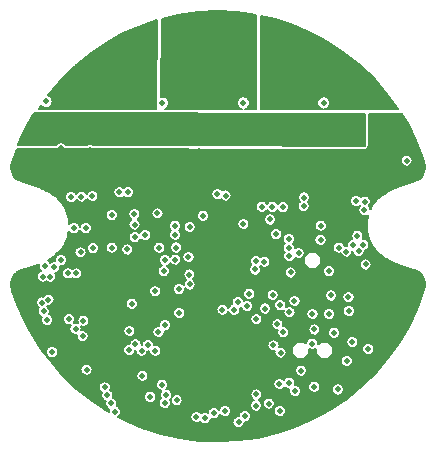
<source format=gbr>
G04 #@! TF.GenerationSoftware,KiCad,Pcbnew,(5.1.8)-1*
G04 #@! TF.CreationDate,2020-11-22T23:20:16-08:00*
G04 #@! TF.ProjectId,Thruster_Controller_V2,54687275-7374-4657-925f-436f6e74726f,rev?*
G04 #@! TF.SameCoordinates,Original*
G04 #@! TF.FileFunction,Copper,L3,Inr*
G04 #@! TF.FilePolarity,Positive*
%FSLAX46Y46*%
G04 Gerber Fmt 4.6, Leading zero omitted, Abs format (unit mm)*
G04 Created by KiCad (PCBNEW (5.1.8)-1) date 2020-11-22 23:20:16*
%MOMM*%
%LPD*%
G01*
G04 APERTURE LIST*
G04 #@! TA.AperFunction,ViaPad*
%ADD10C,0.500000*%
G04 #@! TD*
G04 #@! TA.AperFunction,Conductor*
%ADD11C,0.127000*%
G04 #@! TD*
G04 #@! TA.AperFunction,Conductor*
%ADD12C,0.100000*%
G04 #@! TD*
G04 #@! TA.AperFunction,Conductor*
%ADD13C,0.200000*%
G04 #@! TD*
G04 APERTURE END LIST*
D10*
X85800000Y-102550000D03*
X111875000Y-89675000D03*
X111875000Y-88950000D03*
X111150000Y-88950000D03*
X111150000Y-89675000D03*
X104225000Y-89575000D03*
X104275000Y-88925000D03*
X92125000Y-89425000D03*
X109750000Y-89425000D03*
X108900000Y-89425000D03*
X108125000Y-89425000D03*
X107375000Y-89425000D03*
X106725000Y-89425000D03*
X105950000Y-89425000D03*
X107350000Y-90900000D03*
X105975000Y-90900000D03*
X100850000Y-89425000D03*
X100050000Y-89425000D03*
X99225000Y-89425000D03*
X98425000Y-89425000D03*
X97775000Y-89425000D03*
X97150000Y-89425000D03*
X97150000Y-90900000D03*
X98425000Y-90900000D03*
X91325000Y-89425000D03*
X90575000Y-89425000D03*
X89700000Y-89425000D03*
X88925000Y-89425000D03*
X88200000Y-89425000D03*
X96387500Y-101112500D03*
X89250000Y-90100000D03*
X88400000Y-90050000D03*
X97775000Y-90900000D03*
X97450000Y-90150000D03*
X98100000Y-90150000D03*
X106700000Y-90900000D03*
X106350000Y-90175000D03*
X107025000Y-90175000D03*
X97500000Y-100900000D03*
X83850000Y-90825000D03*
X85450000Y-87725000D03*
X95525000Y-101150000D03*
X86175000Y-90525000D03*
X87175000Y-89650000D03*
X87100000Y-90375000D03*
X93400000Y-90400000D03*
X93350000Y-89200000D03*
X94000000Y-89775000D03*
X87950000Y-90700000D03*
X88800000Y-90700000D03*
X87650000Y-89000000D03*
X86700000Y-101150000D03*
X85150000Y-102550000D03*
X111675000Y-96150000D03*
X112425000Y-96200000D03*
X112400000Y-96925000D03*
X85340000Y-101630000D03*
X86150000Y-101750000D03*
X88500000Y-104350000D03*
X87600000Y-104500000D03*
X86900000Y-104000000D03*
X83150000Y-102850000D03*
X83650000Y-103550000D03*
X110425000Y-97800000D03*
X109750000Y-96850000D03*
X100775000Y-110875000D03*
X98300000Y-110525000D03*
X89750000Y-92775000D03*
X89800000Y-93800000D03*
X100650000Y-108300000D03*
X99325000Y-108275000D03*
X88825000Y-92700000D03*
X88825000Y-93450000D03*
X88850000Y-94250000D03*
X98375000Y-91925000D03*
X97800000Y-92450000D03*
X98375000Y-92850000D03*
X97825000Y-93600000D03*
X98325000Y-94250000D03*
X97800000Y-94925000D03*
X104475000Y-94975000D03*
X104475000Y-92775000D03*
X104800000Y-92050000D03*
X104125000Y-92050000D03*
X103025000Y-93525000D03*
X103025000Y-94300000D03*
X104075000Y-94300000D03*
X104075000Y-93550000D03*
X104825000Y-93550000D03*
X104825000Y-94300000D03*
X102050000Y-94275000D03*
X102050000Y-93550000D03*
X112275000Y-94850000D03*
X111425000Y-94850000D03*
X111150000Y-92825000D03*
X111800000Y-92825000D03*
X111800000Y-92125000D03*
X113725000Y-93550000D03*
X110975000Y-93575000D03*
X111775000Y-93575000D03*
X112825000Y-93575000D03*
X113725000Y-94275000D03*
X112825000Y-94275000D03*
X111775000Y-94275000D03*
X110975000Y-94275000D03*
X110800000Y-99200000D03*
X111225000Y-97775000D03*
X102025000Y-111400000D03*
X93220000Y-94340000D03*
X94090000Y-94350000D03*
X95130000Y-94340000D03*
X96010000Y-94340000D03*
X96020000Y-93630000D03*
X95140000Y-93630000D03*
X94080000Y-93620000D03*
X93240000Y-93620000D03*
X97525000Y-107525000D03*
X99550000Y-100700000D03*
X98750000Y-100700000D03*
X101250000Y-99600000D03*
X100400000Y-99600000D03*
X99550000Y-99600000D03*
X98750000Y-99600000D03*
X114075000Y-102100000D03*
X101197677Y-110115974D03*
X99800000Y-110265521D03*
X100775000Y-101275000D03*
X107950000Y-104375000D03*
X87775000Y-93725000D03*
X86950000Y-93175000D03*
X86350000Y-92400000D03*
X87200000Y-92250000D03*
X87875000Y-92800000D03*
X88150000Y-91925000D03*
X86700000Y-91700000D03*
X84475000Y-94375000D03*
X83575000Y-93875000D03*
X83625000Y-92175000D03*
X89150000Y-91850000D03*
X89775000Y-94800000D03*
X109100000Y-110800000D03*
X89511500Y-99250000D03*
X88100000Y-99350000D03*
X102400000Y-110400000D03*
X96350000Y-102650018D03*
X94000000Y-104700000D03*
X83450000Y-104750000D03*
X84500000Y-103750000D03*
X110000000Y-99200000D03*
X111849992Y-97800000D03*
X109750000Y-96050000D03*
X99750000Y-107350000D03*
X100949994Y-107350000D03*
X101650000Y-107350000D03*
X97475000Y-108725000D03*
X98325000Y-111675000D03*
X99300000Y-111725000D03*
X100325000Y-111725000D03*
X101250000Y-112095000D03*
X97525000Y-112225000D03*
X102500000Y-108975004D03*
X102125000Y-112150000D03*
X106470000Y-106600000D03*
X93215653Y-103157390D03*
X92700000Y-103819974D03*
X87940000Y-109680000D03*
X87196979Y-108103612D03*
X115003510Y-93265964D03*
X109120000Y-112220000D03*
X112145137Y-111534640D03*
X88640000Y-111870000D03*
X97599988Y-103220000D03*
X97575000Y-102375000D03*
X97600000Y-98350000D03*
X96359479Y-98250000D03*
X95299998Y-87873785D03*
X102150000Y-87850000D03*
X108950000Y-87850000D03*
X102149984Y-98100000D03*
X104600000Y-96647989D03*
X103144445Y-101946005D03*
X100601659Y-113936902D03*
X111800000Y-99100000D03*
X106000000Y-99375000D03*
X112500000Y-101525000D03*
X112725000Y-108675000D03*
X111075000Y-105475000D03*
X109400000Y-102100000D03*
X99648119Y-114120183D03*
X111450000Y-99900000D03*
X111900000Y-100400000D03*
X112300000Y-99850000D03*
X92500000Y-107150000D03*
X110230000Y-100100000D03*
X110870000Y-100430000D03*
X108700000Y-98240024D03*
X85960000Y-108950000D03*
X88534692Y-107603499D03*
X110150000Y-112110000D03*
X106039998Y-100810000D03*
X115971538Y-92730819D03*
X93300000Y-83300000D03*
X92800000Y-82600000D03*
X91600000Y-82600000D03*
X92200000Y-83300000D03*
X91600000Y-84000000D03*
X91100000Y-83300000D03*
X89600000Y-84800000D03*
X90575000Y-84000000D03*
X91000000Y-84800000D03*
X90300000Y-84800000D03*
X88875000Y-84800000D03*
X88200000Y-84800000D03*
X94300000Y-85350000D03*
X89600000Y-84000000D03*
X90100000Y-83300000D03*
X94300000Y-83300000D03*
X93800000Y-82600000D03*
X93300000Y-81800000D03*
X92300000Y-82000000D03*
X94300000Y-81800000D03*
X87560000Y-95810000D03*
X99500000Y-80700000D03*
X100200000Y-81600000D03*
X98900000Y-81600000D03*
X98200000Y-82400000D03*
X99100000Y-82400000D03*
X100200000Y-82400000D03*
X101200000Y-82400000D03*
X100700000Y-83200000D03*
X99600000Y-83200000D03*
X98600000Y-83200000D03*
X100200000Y-84000000D03*
X99100000Y-84000000D03*
X98475000Y-84925000D03*
X99925000Y-84925000D03*
X99225000Y-84925000D03*
X97725000Y-84925000D03*
X97075000Y-84925000D03*
X97400000Y-84000000D03*
X98200000Y-84000000D03*
X96700000Y-83200000D03*
X97700000Y-83200000D03*
X101588500Y-83211500D03*
X102600000Y-83200000D03*
X102100000Y-82400000D03*
X97200000Y-82400000D03*
X95900000Y-82400000D03*
X96700000Y-81600000D03*
X97800000Y-81600000D03*
X101700000Y-81600000D03*
X102800000Y-81600000D03*
X102300000Y-80700000D03*
X101000000Y-80700000D03*
X98300000Y-80700000D03*
X97300000Y-80700000D03*
X95800000Y-80800000D03*
X102800000Y-85200000D03*
X88440000Y-95780000D03*
X107500000Y-84800000D03*
X108300000Y-82400000D03*
X107300000Y-82400000D03*
X109400000Y-83200000D03*
X108400000Y-83200000D03*
X107600000Y-83200000D03*
X106800000Y-83200000D03*
X108800000Y-84000000D03*
X108000000Y-84000000D03*
X107200000Y-84000000D03*
X106400000Y-84000000D03*
X108930000Y-84820000D03*
X108200000Y-84810000D03*
X106760000Y-84800000D03*
X106060000Y-84800000D03*
X109900000Y-84000000D03*
X105900000Y-83200000D03*
X105000000Y-83200000D03*
X104100000Y-83200000D03*
X104500000Y-82400000D03*
X105400000Y-82400000D03*
X106400000Y-82400000D03*
X104000000Y-81600000D03*
X105000000Y-81600000D03*
X106000000Y-81600000D03*
X104500000Y-80900000D03*
X104000000Y-85600000D03*
X89370000Y-95730000D03*
X106475000Y-104625000D03*
X94060948Y-108371040D03*
X108679992Y-99440000D03*
X107975000Y-108225000D03*
X93014488Y-108286579D03*
X109825000Y-107300000D03*
X92486053Y-108762092D03*
X109575000Y-104150000D03*
X111050000Y-104300000D03*
X93527998Y-108824891D03*
X87290025Y-102280709D03*
X88010006Y-102280573D03*
X98728310Y-97400012D03*
X103700000Y-96640521D03*
X105500000Y-96686490D03*
X104400000Y-97713510D03*
X96361786Y-99000869D03*
X96460000Y-100090000D03*
X88600000Y-106286500D03*
X95493559Y-113241872D03*
X94256898Y-112733111D03*
X87940000Y-106980000D03*
X103988510Y-105255977D03*
X95600000Y-112550000D03*
X95250000Y-111700000D03*
X103251268Y-106160755D03*
X105993940Y-100100172D03*
X103232816Y-101251596D03*
X96700000Y-103616146D03*
X95410011Y-102104996D03*
X88800000Y-98450000D03*
X107031830Y-110508170D03*
X90628963Y-112595224D03*
X102274950Y-114376817D03*
X89410000Y-100150000D03*
X90411033Y-111930000D03*
X91262358Y-113986777D03*
X87800000Y-98450000D03*
X108150000Y-111870018D03*
X92950000Y-99225000D03*
X95025000Y-100100000D03*
X91000000Y-100100000D03*
X106517510Y-112244000D03*
X101738504Y-114886490D03*
X92322606Y-100256541D03*
X92936500Y-98150000D03*
X100378302Y-105355173D03*
X94963510Y-107251679D03*
X102463149Y-105036137D03*
X98180000Y-114450000D03*
X88870000Y-110430000D03*
X103248812Y-112532685D03*
X110900000Y-109700000D03*
X94690000Y-103799982D03*
X92700000Y-104850000D03*
X108160000Y-107030000D03*
X105530000Y-107270000D03*
X108000001Y-105714476D03*
X105030000Y-106590000D03*
X107250000Y-96586500D03*
X100640561Y-95689635D03*
X92375000Y-95407468D03*
X93846490Y-99025000D03*
X99950000Y-95575000D03*
X92925008Y-97264330D03*
X107285906Y-95860270D03*
X94875000Y-97200000D03*
X91000000Y-97350000D03*
X91651379Y-95407468D03*
X104294821Y-113306019D03*
X106025006Y-111550000D03*
X104925000Y-98963510D03*
X101675000Y-104725000D03*
X104625000Y-104100000D03*
X106825000Y-100550000D03*
X103220000Y-113470000D03*
X105230000Y-113940000D03*
X105199908Y-111650000D03*
X94680793Y-108820917D03*
X93600000Y-110950000D03*
X109400000Y-105725000D03*
X111375000Y-108100000D03*
X106050868Y-105572988D03*
X102650000Y-103999190D03*
X96724984Y-105625000D03*
X103931653Y-101292134D03*
X105275000Y-104975000D03*
X96500000Y-113025000D03*
X106146490Y-102200000D03*
X105296458Y-108986500D03*
X88360000Y-100500044D03*
X90964286Y-113285714D03*
X95512287Y-106663927D03*
X104697262Y-108372262D03*
X98890000Y-114540000D03*
X101379913Y-105359776D03*
X85100000Y-104750000D03*
X85250000Y-105500000D03*
X85650000Y-104500000D03*
X85530000Y-106210000D03*
X87388107Y-106161893D03*
D11*
X116146754Y-89724589D02*
X116852981Y-91223101D01*
X117422192Y-92784127D01*
X117461463Y-92910989D01*
X117512093Y-93162859D01*
X117512806Y-93408447D01*
X117465803Y-93649495D01*
X117372878Y-93876817D01*
X117237566Y-94081765D01*
X117065021Y-94256529D01*
X116861748Y-94394497D01*
X116626657Y-94494326D01*
X116552147Y-94517756D01*
X116552141Y-94517758D01*
X116551977Y-94517809D01*
X116423284Y-94558380D01*
X116423263Y-94558389D01*
X116422859Y-94558514D01*
X116294018Y-94599394D01*
X116293983Y-94599409D01*
X116293353Y-94599606D01*
X116164527Y-94640893D01*
X116164482Y-94640912D01*
X116163616Y-94641187D01*
X116034970Y-94682982D01*
X116034918Y-94683005D01*
X116033812Y-94683362D01*
X115905510Y-94725765D01*
X115905460Y-94725787D01*
X115904102Y-94726235D01*
X115776310Y-94769346D01*
X115776258Y-94769369D01*
X115774648Y-94769913D01*
X115647530Y-94813833D01*
X115647473Y-94813859D01*
X115645614Y-94814505D01*
X115519333Y-94859333D01*
X115519292Y-94859352D01*
X115517151Y-94860119D01*
X115391873Y-94905956D01*
X115391836Y-94905974D01*
X115389421Y-94906868D01*
X115265310Y-94953816D01*
X115265266Y-94953838D01*
X115263058Y-94954681D01*
X115181043Y-94986649D01*
X115181014Y-94986664D01*
X115178500Y-94987656D01*
X115056644Y-95036757D01*
X115056493Y-95036836D01*
X115056329Y-95036884D01*
X115053225Y-95038166D01*
X114932847Y-95088836D01*
X114932493Y-95089028D01*
X114932100Y-95089151D01*
X114929018Y-95090486D01*
X114810206Y-95142941D01*
X114809643Y-95143259D01*
X114809024Y-95143466D01*
X114805970Y-95144860D01*
X114688812Y-95199315D01*
X114688049Y-95199765D01*
X114687205Y-95200068D01*
X114684181Y-95201528D01*
X114568765Y-95258199D01*
X114567802Y-95258795D01*
X114566744Y-95259203D01*
X114563754Y-95260732D01*
X114450167Y-95319835D01*
X114449017Y-95320585D01*
X114447746Y-95321112D01*
X114444796Y-95322717D01*
X114333127Y-95384467D01*
X114331802Y-95385379D01*
X114330327Y-95386039D01*
X114327422Y-95387724D01*
X114217758Y-95452338D01*
X114216266Y-95453426D01*
X114214606Y-95454228D01*
X114211752Y-95455997D01*
X114104181Y-95523691D01*
X114102547Y-95524958D01*
X114100713Y-95525915D01*
X114097915Y-95527772D01*
X113992526Y-95598761D01*
X113991295Y-95599778D01*
X113989895Y-95600558D01*
X113987149Y-95602490D01*
X113918154Y-95651745D01*
X113916833Y-95652898D01*
X113915321Y-95653798D01*
X113912631Y-95655808D01*
X113811214Y-95732666D01*
X113809286Y-95734449D01*
X113807073Y-95735875D01*
X113804456Y-95737980D01*
X113705780Y-95818471D01*
X113703762Y-95820475D01*
X113701425Y-95822109D01*
X113698889Y-95824311D01*
X113603238Y-95908510D01*
X113601144Y-95910752D01*
X113598696Y-95912611D01*
X113596249Y-95914911D01*
X113503907Y-96002892D01*
X113501756Y-96005385D01*
X113499217Y-96007484D01*
X113496867Y-96009883D01*
X113408116Y-96101717D01*
X113405931Y-96104471D01*
X113403316Y-96106830D01*
X113401071Y-96109328D01*
X113316195Y-96205093D01*
X113314002Y-96208117D01*
X113311339Y-96210745D01*
X113309209Y-96213342D01*
X113228492Y-96313108D01*
X113226321Y-96316403D01*
X113223637Y-96319312D01*
X113221631Y-96322005D01*
X113145356Y-96425848D01*
X113143238Y-96429415D01*
X113140571Y-96432602D01*
X113138697Y-96435389D01*
X113067148Y-96543381D01*
X113065117Y-96547212D01*
X113062503Y-96550673D01*
X113060770Y-96553549D01*
X112994230Y-96665767D01*
X112993210Y-96667948D01*
X112991822Y-96669921D01*
X112990188Y-96672855D01*
X112969169Y-96711212D01*
X112968402Y-96713008D01*
X112967325Y-96714642D01*
X112965780Y-96717623D01*
X112915845Y-96815651D01*
X112914553Y-96818949D01*
X112912733Y-96821988D01*
X112911319Y-96825034D01*
X112905997Y-96836705D01*
X112893767Y-96775217D01*
X112855058Y-96681766D01*
X112798862Y-96597663D01*
X112776199Y-96575000D01*
X112823862Y-96527337D01*
X112880058Y-96443234D01*
X112918767Y-96349783D01*
X112938500Y-96250575D01*
X112938500Y-96149425D01*
X112918767Y-96050217D01*
X112880058Y-95956766D01*
X112823862Y-95872663D01*
X112752337Y-95801138D01*
X112668234Y-95744942D01*
X112574783Y-95706233D01*
X112475575Y-95686500D01*
X112374425Y-95686500D01*
X112275217Y-95706233D01*
X112181766Y-95744942D01*
X112097663Y-95801138D01*
X112074774Y-95824027D01*
X112073862Y-95822663D01*
X112002337Y-95751138D01*
X111918234Y-95694942D01*
X111824783Y-95656233D01*
X111725575Y-95636500D01*
X111624425Y-95636500D01*
X111525217Y-95656233D01*
X111431766Y-95694942D01*
X111347663Y-95751138D01*
X111276138Y-95822663D01*
X111219942Y-95906766D01*
X111181233Y-96000217D01*
X111161500Y-96099425D01*
X111161500Y-96200575D01*
X111181233Y-96299783D01*
X111219942Y-96393234D01*
X111276138Y-96477337D01*
X111347663Y-96548862D01*
X111431766Y-96605058D01*
X111525217Y-96643767D01*
X111624425Y-96663500D01*
X111725575Y-96663500D01*
X111824783Y-96643767D01*
X111918234Y-96605058D01*
X112002337Y-96548862D01*
X112025226Y-96525973D01*
X112026138Y-96527337D01*
X112048801Y-96550000D01*
X112001138Y-96597663D01*
X111944942Y-96681766D01*
X111906233Y-96775217D01*
X111886500Y-96874425D01*
X111886500Y-96975575D01*
X111906233Y-97074783D01*
X111944942Y-97168234D01*
X112001138Y-97252337D01*
X112072663Y-97323862D01*
X112156766Y-97380058D01*
X112250217Y-97418767D01*
X112349425Y-97438500D01*
X112450575Y-97438500D01*
X112549783Y-97418767D01*
X112643234Y-97380058D01*
X112727337Y-97323862D01*
X112727574Y-97323625D01*
X112706778Y-97403302D01*
X112706411Y-97405615D01*
X112705643Y-97407829D01*
X112704881Y-97411099D01*
X112688958Y-97481661D01*
X112688691Y-97483801D01*
X112688047Y-97485869D01*
X112687390Y-97489162D01*
X112664290Y-97609225D01*
X112664024Y-97612094D01*
X112663272Y-97614878D01*
X112662740Y-97618193D01*
X112643955Y-97740637D01*
X112643809Y-97743323D01*
X112643202Y-97745940D01*
X112642790Y-97749273D01*
X112628339Y-97873296D01*
X112628300Y-97875444D01*
X112627880Y-97877559D01*
X112627575Y-97880903D01*
X112619150Y-97980723D01*
X112619179Y-97982830D01*
X112618833Y-97984912D01*
X112618633Y-97988264D01*
X112612038Y-98113118D01*
X112612152Y-98115654D01*
X112611823Y-98118181D01*
X112611741Y-98121538D01*
X112609538Y-98245735D01*
X112609711Y-98247897D01*
X112609500Y-98250057D01*
X112609524Y-98253415D01*
X112610934Y-98352692D01*
X112611171Y-98354804D01*
X112611031Y-98356932D01*
X112611162Y-98360288D01*
X112616881Y-98485074D01*
X112617182Y-98487155D01*
X112617109Y-98489261D01*
X112617345Y-98492611D01*
X112625071Y-98592491D01*
X112625369Y-98594177D01*
X112625358Y-98595886D01*
X112625688Y-98599228D01*
X112636205Y-98698711D01*
X112636650Y-98700871D01*
X112636707Y-98703082D01*
X112637145Y-98706411D01*
X112654199Y-98829582D01*
X112654850Y-98832296D01*
X112655026Y-98835091D01*
X112655587Y-98838402D01*
X112676964Y-98959513D01*
X112677782Y-98962439D01*
X112678091Y-98965459D01*
X112678781Y-98968746D01*
X112704460Y-99086997D01*
X112705010Y-99088703D01*
X112705245Y-99090491D01*
X112706030Y-99093756D01*
X112717500Y-99140086D01*
X112718129Y-99141861D01*
X112718430Y-99143721D01*
X112719310Y-99146962D01*
X112750944Y-99260269D01*
X112752202Y-99263514D01*
X112752905Y-99266921D01*
X112753924Y-99270121D01*
X112789708Y-99379917D01*
X112791124Y-99383151D01*
X112791986Y-99386575D01*
X112793142Y-99389728D01*
X112832979Y-99496118D01*
X112834545Y-99499311D01*
X112835564Y-99502725D01*
X112836856Y-99505824D01*
X112880653Y-99608912D01*
X112882354Y-99612029D01*
X112883519Y-99615393D01*
X112884944Y-99618434D01*
X112932605Y-99718327D01*
X112934426Y-99721345D01*
X112935725Y-99724629D01*
X112937280Y-99727605D01*
X112988712Y-99824409D01*
X112990345Y-99826868D01*
X112991538Y-99829576D01*
X112993207Y-99832490D01*
X113036996Y-99907773D01*
X113038962Y-99910500D01*
X113040448Y-99913523D01*
X113042237Y-99916364D01*
X113112149Y-100025756D01*
X113114752Y-100029066D01*
X113116796Y-100032756D01*
X113118721Y-100035507D01*
X113193452Y-100140725D01*
X113196089Y-100143760D01*
X113198201Y-100147181D01*
X113200255Y-100149838D01*
X113279523Y-100250956D01*
X113282155Y-100253711D01*
X113284302Y-100256858D01*
X113286474Y-100259419D01*
X113369995Y-100356509D01*
X113372588Y-100358987D01*
X113374745Y-100361869D01*
X113377028Y-100364332D01*
X113464519Y-100457469D01*
X113467049Y-100459683D01*
X113469184Y-100462300D01*
X113471568Y-100464665D01*
X113562745Y-100553922D01*
X113565194Y-100555890D01*
X113567279Y-100558247D01*
X113569755Y-100560515D01*
X113664334Y-100645966D01*
X113666682Y-100647703D01*
X113668701Y-100649817D01*
X113671262Y-100651989D01*
X113768961Y-100733708D01*
X113771192Y-100735231D01*
X113773129Y-100737116D01*
X113775767Y-100739194D01*
X113876301Y-100817255D01*
X113878409Y-100818584D01*
X113880250Y-100820256D01*
X113882958Y-100822241D01*
X113986046Y-100896717D01*
X113987460Y-100897542D01*
X113988706Y-100898612D01*
X113991468Y-100900522D01*
X114061480Y-100948224D01*
X114062781Y-100948935D01*
X114063932Y-100949873D01*
X114066743Y-100951709D01*
X114173596Y-101020477D01*
X114175300Y-101021351D01*
X114176828Y-101022522D01*
X114179693Y-101024274D01*
X114288669Y-101089891D01*
X114290195Y-101090617D01*
X114291566Y-101091608D01*
X114294479Y-101093279D01*
X114405490Y-101155960D01*
X114406818Y-101156547D01*
X114408020Y-101157369D01*
X114410976Y-101158964D01*
X114523933Y-101218925D01*
X114525052Y-101219385D01*
X114526073Y-101220048D01*
X114529065Y-101221571D01*
X114643882Y-101279029D01*
X114644784Y-101279375D01*
X114645617Y-101279890D01*
X114648642Y-101281347D01*
X114765229Y-101336516D01*
X114765918Y-101336763D01*
X114766544Y-101337133D01*
X114769598Y-101338530D01*
X114887869Y-101391627D01*
X114888329Y-101391782D01*
X114888755Y-101392023D01*
X114891834Y-101393364D01*
X115011698Y-101444605D01*
X115011937Y-101444681D01*
X115012156Y-101444800D01*
X115015255Y-101446092D01*
X115136629Y-101495692D01*
X115136641Y-101495695D01*
X115136653Y-101495702D01*
X115139770Y-101496950D01*
X115262563Y-101545125D01*
X115262608Y-101545138D01*
X115264884Y-101546022D01*
X115347486Y-101577447D01*
X115347539Y-101577461D01*
X115349577Y-101578231D01*
X115474485Y-101624427D01*
X115474523Y-101624437D01*
X115476756Y-101625255D01*
X115602721Y-101670407D01*
X115602767Y-101670419D01*
X115604725Y-101671116D01*
X115731582Y-101715328D01*
X115731640Y-101715342D01*
X115733328Y-101715929D01*
X115860914Y-101759299D01*
X115860969Y-101759312D01*
X115862406Y-101759801D01*
X115990556Y-101802429D01*
X115990614Y-101802442D01*
X115991799Y-101802838D01*
X116120349Y-101844824D01*
X116120395Y-101844834D01*
X116121341Y-101845146D01*
X116250125Y-101886591D01*
X116250168Y-101886600D01*
X116250873Y-101886830D01*
X116379728Y-101927834D01*
X116379753Y-101927839D01*
X116380231Y-101927994D01*
X116508991Y-101968657D01*
X116509010Y-101968661D01*
X116509249Y-101968738D01*
X116626553Y-102005638D01*
X116863436Y-102106432D01*
X117066433Y-102244647D01*
X117238721Y-102419661D01*
X117373733Y-102624806D01*
X117466329Y-102852269D01*
X117512978Y-103093379D01*
X117511907Y-103339053D01*
X117462471Y-103584052D01*
X116909780Y-105139099D01*
X116215807Y-106643327D01*
X115388360Y-108078464D01*
X114434251Y-109432697D01*
X113361325Y-110694891D01*
X112178426Y-111854642D01*
X110895282Y-112902411D01*
X109522447Y-113829581D01*
X108071244Y-114628503D01*
X106553607Y-115292610D01*
X104982006Y-115816443D01*
X103369421Y-116195676D01*
X101729082Y-116427200D01*
X100074522Y-116509101D01*
X98419346Y-116440708D01*
X96777183Y-116222584D01*
X95161540Y-115856523D01*
X93585728Y-115345538D01*
X92062716Y-114693840D01*
X91545991Y-114414842D01*
X91569063Y-114399425D01*
X97666500Y-114399425D01*
X97666500Y-114500575D01*
X97686233Y-114599783D01*
X97724942Y-114693234D01*
X97781138Y-114777337D01*
X97852663Y-114848862D01*
X97936766Y-114905058D01*
X98030217Y-114943767D01*
X98129425Y-114963500D01*
X98230575Y-114963500D01*
X98329783Y-114943767D01*
X98423234Y-114905058D01*
X98487604Y-114862047D01*
X98491138Y-114867337D01*
X98562663Y-114938862D01*
X98646766Y-114995058D01*
X98740217Y-115033767D01*
X98839425Y-115053500D01*
X98940575Y-115053500D01*
X99039783Y-115033767D01*
X99133234Y-114995058D01*
X99217337Y-114938862D01*
X99288862Y-114867337D01*
X99309857Y-114835915D01*
X101225004Y-114835915D01*
X101225004Y-114937065D01*
X101244737Y-115036273D01*
X101283446Y-115129724D01*
X101339642Y-115213827D01*
X101411167Y-115285352D01*
X101495270Y-115341548D01*
X101588721Y-115380257D01*
X101687929Y-115399990D01*
X101789079Y-115399990D01*
X101888287Y-115380257D01*
X101981738Y-115341548D01*
X102065841Y-115285352D01*
X102137366Y-115213827D01*
X102193562Y-115129724D01*
X102232271Y-115036273D01*
X102252004Y-114937065D01*
X102252004Y-114890317D01*
X102325525Y-114890317D01*
X102424733Y-114870584D01*
X102518184Y-114831875D01*
X102602287Y-114775679D01*
X102673812Y-114704154D01*
X102730008Y-114620051D01*
X102768717Y-114526600D01*
X102788450Y-114427392D01*
X102788450Y-114326242D01*
X102768717Y-114227034D01*
X102730008Y-114133583D01*
X102673812Y-114049480D01*
X102602287Y-113977955D01*
X102518184Y-113921759D01*
X102424733Y-113883050D01*
X102325525Y-113863317D01*
X102224375Y-113863317D01*
X102125167Y-113883050D01*
X102031716Y-113921759D01*
X101947613Y-113977955D01*
X101876088Y-114049480D01*
X101819892Y-114133583D01*
X101781183Y-114227034D01*
X101761450Y-114326242D01*
X101761450Y-114372990D01*
X101687929Y-114372990D01*
X101588721Y-114392723D01*
X101495270Y-114431432D01*
X101411167Y-114487628D01*
X101339642Y-114559153D01*
X101283446Y-114643256D01*
X101244737Y-114736707D01*
X101225004Y-114835915D01*
X99309857Y-114835915D01*
X99345058Y-114783234D01*
X99383767Y-114689783D01*
X99403500Y-114590575D01*
X99403500Y-114574316D01*
X99404885Y-114575241D01*
X99498336Y-114613950D01*
X99597544Y-114633683D01*
X99698694Y-114633683D01*
X99797902Y-114613950D01*
X99891353Y-114575241D01*
X99975456Y-114519045D01*
X100046981Y-114447520D01*
X100103177Y-114363417D01*
X100141886Y-114269966D01*
X100156737Y-114195305D01*
X100202797Y-114264239D01*
X100274322Y-114335764D01*
X100358425Y-114391960D01*
X100451876Y-114430669D01*
X100551084Y-114450402D01*
X100652234Y-114450402D01*
X100751442Y-114430669D01*
X100844893Y-114391960D01*
X100928996Y-114335764D01*
X101000521Y-114264239D01*
X101056717Y-114180136D01*
X101095426Y-114086685D01*
X101115159Y-113987477D01*
X101115159Y-113886327D01*
X101095426Y-113787119D01*
X101056717Y-113693668D01*
X101000521Y-113609565D01*
X100928996Y-113538040D01*
X100844893Y-113481844D01*
X100751442Y-113443135D01*
X100652234Y-113423402D01*
X100551084Y-113423402D01*
X100451876Y-113443135D01*
X100358425Y-113481844D01*
X100274322Y-113538040D01*
X100202797Y-113609565D01*
X100146601Y-113693668D01*
X100107892Y-113787119D01*
X100093041Y-113861780D01*
X100046981Y-113792846D01*
X99975456Y-113721321D01*
X99891353Y-113665125D01*
X99797902Y-113626416D01*
X99698694Y-113606683D01*
X99597544Y-113606683D01*
X99498336Y-113626416D01*
X99404885Y-113665125D01*
X99320782Y-113721321D01*
X99249257Y-113792846D01*
X99193061Y-113876949D01*
X99154352Y-113970400D01*
X99134619Y-114069608D01*
X99134619Y-114085867D01*
X99133234Y-114084942D01*
X99039783Y-114046233D01*
X98940575Y-114026500D01*
X98839425Y-114026500D01*
X98740217Y-114046233D01*
X98646766Y-114084942D01*
X98582396Y-114127953D01*
X98578862Y-114122663D01*
X98507337Y-114051138D01*
X98423234Y-113994942D01*
X98329783Y-113956233D01*
X98230575Y-113936500D01*
X98129425Y-113936500D01*
X98030217Y-113956233D01*
X97936766Y-113994942D01*
X97852663Y-114051138D01*
X97781138Y-114122663D01*
X97724942Y-114206766D01*
X97686233Y-114300217D01*
X97666500Y-114399425D01*
X91569063Y-114399425D01*
X91589695Y-114385639D01*
X91661220Y-114314114D01*
X91717416Y-114230011D01*
X91756125Y-114136560D01*
X91775858Y-114037352D01*
X91775858Y-113936202D01*
X91756125Y-113836994D01*
X91717416Y-113743543D01*
X91661220Y-113659440D01*
X91589695Y-113587915D01*
X91505592Y-113531719D01*
X91430995Y-113500820D01*
X91458053Y-113435497D01*
X91477786Y-113336289D01*
X91477786Y-113235139D01*
X91458053Y-113135931D01*
X91419344Y-113042480D01*
X91363148Y-112958377D01*
X91291623Y-112886852D01*
X91207520Y-112830656D01*
X91114069Y-112791947D01*
X91104107Y-112789966D01*
X91122730Y-112745007D01*
X91135155Y-112682536D01*
X93743398Y-112682536D01*
X93743398Y-112783686D01*
X93763131Y-112882894D01*
X93801840Y-112976345D01*
X93858036Y-113060448D01*
X93929561Y-113131973D01*
X94013664Y-113188169D01*
X94107115Y-113226878D01*
X94206323Y-113246611D01*
X94307473Y-113246611D01*
X94406681Y-113226878D01*
X94500132Y-113188169D01*
X94584235Y-113131973D01*
X94655760Y-113060448D01*
X94711956Y-112976345D01*
X94750665Y-112882894D01*
X94770398Y-112783686D01*
X94770398Y-112682536D01*
X94750665Y-112583328D01*
X94711956Y-112489877D01*
X94655760Y-112405774D01*
X94584235Y-112334249D01*
X94500132Y-112278053D01*
X94406681Y-112239344D01*
X94307473Y-112219611D01*
X94206323Y-112219611D01*
X94107115Y-112239344D01*
X94013664Y-112278053D01*
X93929561Y-112334249D01*
X93858036Y-112405774D01*
X93801840Y-112489877D01*
X93763131Y-112583328D01*
X93743398Y-112682536D01*
X91135155Y-112682536D01*
X91142463Y-112645799D01*
X91142463Y-112544649D01*
X91122730Y-112445441D01*
X91084021Y-112351990D01*
X91027825Y-112267887D01*
X90956300Y-112196362D01*
X90878143Y-112144139D01*
X90904800Y-112079783D01*
X90924533Y-111980575D01*
X90924533Y-111879425D01*
X90904800Y-111780217D01*
X90866091Y-111686766D01*
X90841141Y-111649425D01*
X94736500Y-111649425D01*
X94736500Y-111750575D01*
X94756233Y-111849783D01*
X94794942Y-111943234D01*
X94851138Y-112027337D01*
X94922663Y-112098862D01*
X95006766Y-112155058D01*
X95100217Y-112193767D01*
X95199425Y-112213500D01*
X95210301Y-112213500D01*
X95201138Y-112222663D01*
X95144942Y-112306766D01*
X95106233Y-112400217D01*
X95086500Y-112499425D01*
X95086500Y-112600575D01*
X95106233Y-112699783D01*
X95144942Y-112793234D01*
X95174504Y-112837476D01*
X95166222Y-112843010D01*
X95094697Y-112914535D01*
X95038501Y-112998638D01*
X94999792Y-113092089D01*
X94980059Y-113191297D01*
X94980059Y-113292447D01*
X94999792Y-113391655D01*
X95038501Y-113485106D01*
X95094697Y-113569209D01*
X95166222Y-113640734D01*
X95250325Y-113696930D01*
X95343776Y-113735639D01*
X95442984Y-113755372D01*
X95544134Y-113755372D01*
X95643342Y-113735639D01*
X95736793Y-113696930D01*
X95820896Y-113640734D01*
X95892421Y-113569209D01*
X95948617Y-113485106D01*
X95987326Y-113391655D01*
X96007059Y-113292447D01*
X96007059Y-113191297D01*
X95987326Y-113092089D01*
X95948617Y-112998638D01*
X95919055Y-112954396D01*
X95927337Y-112948862D01*
X95998862Y-112877337D01*
X96015945Y-112851771D01*
X96006233Y-112875217D01*
X95986500Y-112974425D01*
X95986500Y-113075575D01*
X96006233Y-113174783D01*
X96044942Y-113268234D01*
X96101138Y-113352337D01*
X96172663Y-113423862D01*
X96256766Y-113480058D01*
X96350217Y-113518767D01*
X96449425Y-113538500D01*
X96550575Y-113538500D01*
X96649783Y-113518767D01*
X96743234Y-113480058D01*
X96827337Y-113423862D01*
X96831774Y-113419425D01*
X102706500Y-113419425D01*
X102706500Y-113520575D01*
X102726233Y-113619783D01*
X102764942Y-113713234D01*
X102821138Y-113797337D01*
X102892663Y-113868862D01*
X102976766Y-113925058D01*
X103070217Y-113963767D01*
X103169425Y-113983500D01*
X103270575Y-113983500D01*
X103369783Y-113963767D01*
X103463234Y-113925058D01*
X103516562Y-113889425D01*
X104716500Y-113889425D01*
X104716500Y-113990575D01*
X104736233Y-114089783D01*
X104774942Y-114183234D01*
X104831138Y-114267337D01*
X104902663Y-114338862D01*
X104986766Y-114395058D01*
X105080217Y-114433767D01*
X105179425Y-114453500D01*
X105280575Y-114453500D01*
X105379783Y-114433767D01*
X105473234Y-114395058D01*
X105557337Y-114338862D01*
X105628862Y-114267337D01*
X105685058Y-114183234D01*
X105723767Y-114089783D01*
X105743500Y-113990575D01*
X105743500Y-113889425D01*
X105723767Y-113790217D01*
X105685058Y-113696766D01*
X105628862Y-113612663D01*
X105557337Y-113541138D01*
X105473234Y-113484942D01*
X105379783Y-113446233D01*
X105280575Y-113426500D01*
X105179425Y-113426500D01*
X105080217Y-113446233D01*
X104986766Y-113484942D01*
X104902663Y-113541138D01*
X104831138Y-113612663D01*
X104774942Y-113696766D01*
X104736233Y-113790217D01*
X104716500Y-113889425D01*
X103516562Y-113889425D01*
X103547337Y-113868862D01*
X103618862Y-113797337D01*
X103675058Y-113713234D01*
X103713767Y-113619783D01*
X103733500Y-113520575D01*
X103733500Y-113419425D01*
X103713767Y-113320217D01*
X103686937Y-113255444D01*
X103781321Y-113255444D01*
X103781321Y-113356594D01*
X103801054Y-113455802D01*
X103839763Y-113549253D01*
X103895959Y-113633356D01*
X103967484Y-113704881D01*
X104051587Y-113761077D01*
X104145038Y-113799786D01*
X104244246Y-113819519D01*
X104345396Y-113819519D01*
X104444604Y-113799786D01*
X104538055Y-113761077D01*
X104622158Y-113704881D01*
X104693683Y-113633356D01*
X104749879Y-113549253D01*
X104788588Y-113455802D01*
X104808321Y-113356594D01*
X104808321Y-113255444D01*
X104788588Y-113156236D01*
X104749879Y-113062785D01*
X104693683Y-112978682D01*
X104622158Y-112907157D01*
X104538055Y-112850961D01*
X104444604Y-112812252D01*
X104345396Y-112792519D01*
X104244246Y-112792519D01*
X104145038Y-112812252D01*
X104051587Y-112850961D01*
X103967484Y-112907157D01*
X103895959Y-112978682D01*
X103839763Y-113062785D01*
X103801054Y-113156236D01*
X103781321Y-113255444D01*
X103686937Y-113255444D01*
X103675058Y-113226766D01*
X103618862Y-113142663D01*
X103547337Y-113071138D01*
X103463234Y-113014942D01*
X103444808Y-113007310D01*
X103492046Y-112987743D01*
X103576149Y-112931547D01*
X103647674Y-112860022D01*
X103703870Y-112775919D01*
X103742579Y-112682468D01*
X103762312Y-112583260D01*
X103762312Y-112482110D01*
X103742579Y-112382902D01*
X103703870Y-112289451D01*
X103647674Y-112205348D01*
X103576149Y-112133823D01*
X103492046Y-112077627D01*
X103398595Y-112038918D01*
X103299387Y-112019185D01*
X103198237Y-112019185D01*
X103099029Y-112038918D01*
X103005578Y-112077627D01*
X102921475Y-112133823D01*
X102849950Y-112205348D01*
X102793754Y-112289451D01*
X102755045Y-112382902D01*
X102735312Y-112482110D01*
X102735312Y-112583260D01*
X102755045Y-112682468D01*
X102793754Y-112775919D01*
X102849950Y-112860022D01*
X102921475Y-112931547D01*
X103005578Y-112987743D01*
X103024004Y-112995375D01*
X102976766Y-113014942D01*
X102892663Y-113071138D01*
X102821138Y-113142663D01*
X102764942Y-113226766D01*
X102726233Y-113320217D01*
X102706500Y-113419425D01*
X96831774Y-113419425D01*
X96898862Y-113352337D01*
X96955058Y-113268234D01*
X96993767Y-113174783D01*
X97013500Y-113075575D01*
X97013500Y-112974425D01*
X96993767Y-112875217D01*
X96955058Y-112781766D01*
X96898862Y-112697663D01*
X96827337Y-112626138D01*
X96743234Y-112569942D01*
X96649783Y-112531233D01*
X96550575Y-112511500D01*
X96449425Y-112511500D01*
X96350217Y-112531233D01*
X96256766Y-112569942D01*
X96172663Y-112626138D01*
X96101138Y-112697663D01*
X96084055Y-112723229D01*
X96093767Y-112699783D01*
X96113500Y-112600575D01*
X96113500Y-112499425D01*
X96093767Y-112400217D01*
X96055058Y-112306766D01*
X95998862Y-112222663D01*
X95927337Y-112151138D01*
X95843234Y-112094942D01*
X95749783Y-112056233D01*
X95650575Y-112036500D01*
X95639699Y-112036500D01*
X95648862Y-112027337D01*
X95705058Y-111943234D01*
X95743767Y-111849783D01*
X95763500Y-111750575D01*
X95763500Y-111649425D01*
X95753555Y-111599425D01*
X104686408Y-111599425D01*
X104686408Y-111700575D01*
X104706141Y-111799783D01*
X104744850Y-111893234D01*
X104801046Y-111977337D01*
X104872571Y-112048862D01*
X104956674Y-112105058D01*
X105050125Y-112143767D01*
X105149333Y-112163500D01*
X105250483Y-112163500D01*
X105349691Y-112143767D01*
X105443142Y-112105058D01*
X105527245Y-112048862D01*
X105598770Y-111977337D01*
X105649789Y-111900982D01*
X105697669Y-111948862D01*
X105781772Y-112005058D01*
X105875223Y-112043767D01*
X105974431Y-112063500D01*
X106036467Y-112063500D01*
X106023743Y-112094217D01*
X106004010Y-112193425D01*
X106004010Y-112294575D01*
X106023743Y-112393783D01*
X106062452Y-112487234D01*
X106118648Y-112571337D01*
X106190173Y-112642862D01*
X106274276Y-112699058D01*
X106367727Y-112737767D01*
X106466935Y-112757500D01*
X106568085Y-112757500D01*
X106667293Y-112737767D01*
X106760744Y-112699058D01*
X106844847Y-112642862D01*
X106916372Y-112571337D01*
X106972568Y-112487234D01*
X107011277Y-112393783D01*
X107031010Y-112294575D01*
X107031010Y-112193425D01*
X107011277Y-112094217D01*
X106972568Y-112000766D01*
X106916372Y-111916663D01*
X106844847Y-111845138D01*
X106806392Y-111819443D01*
X107636500Y-111819443D01*
X107636500Y-111920593D01*
X107656233Y-112019801D01*
X107694942Y-112113252D01*
X107751138Y-112197355D01*
X107822663Y-112268880D01*
X107906766Y-112325076D01*
X108000217Y-112363785D01*
X108099425Y-112383518D01*
X108200575Y-112383518D01*
X108299783Y-112363785D01*
X108393234Y-112325076D01*
X108477337Y-112268880D01*
X108548862Y-112197355D01*
X108605058Y-112113252D01*
X108627354Y-112059425D01*
X109636500Y-112059425D01*
X109636500Y-112160575D01*
X109656233Y-112259783D01*
X109694942Y-112353234D01*
X109751138Y-112437337D01*
X109822663Y-112508862D01*
X109906766Y-112565058D01*
X110000217Y-112603767D01*
X110099425Y-112623500D01*
X110200575Y-112623500D01*
X110299783Y-112603767D01*
X110393234Y-112565058D01*
X110477337Y-112508862D01*
X110548862Y-112437337D01*
X110605058Y-112353234D01*
X110643767Y-112259783D01*
X110663500Y-112160575D01*
X110663500Y-112059425D01*
X110643767Y-111960217D01*
X110605058Y-111866766D01*
X110548862Y-111782663D01*
X110477337Y-111711138D01*
X110393234Y-111654942D01*
X110299783Y-111616233D01*
X110200575Y-111596500D01*
X110099425Y-111596500D01*
X110000217Y-111616233D01*
X109906766Y-111654942D01*
X109822663Y-111711138D01*
X109751138Y-111782663D01*
X109694942Y-111866766D01*
X109656233Y-111960217D01*
X109636500Y-112059425D01*
X108627354Y-112059425D01*
X108643767Y-112019801D01*
X108663500Y-111920593D01*
X108663500Y-111819443D01*
X108643767Y-111720235D01*
X108605058Y-111626784D01*
X108548862Y-111542681D01*
X108477337Y-111471156D01*
X108393234Y-111414960D01*
X108299783Y-111376251D01*
X108200575Y-111356518D01*
X108099425Y-111356518D01*
X108000217Y-111376251D01*
X107906766Y-111414960D01*
X107822663Y-111471156D01*
X107751138Y-111542681D01*
X107694942Y-111626784D01*
X107656233Y-111720235D01*
X107636500Y-111819443D01*
X106806392Y-111819443D01*
X106760744Y-111788942D01*
X106667293Y-111750233D01*
X106568085Y-111730500D01*
X106506049Y-111730500D01*
X106518773Y-111699783D01*
X106538506Y-111600575D01*
X106538506Y-111499425D01*
X106518773Y-111400217D01*
X106480064Y-111306766D01*
X106423868Y-111222663D01*
X106352343Y-111151138D01*
X106268240Y-111094942D01*
X106174789Y-111056233D01*
X106075581Y-111036500D01*
X105974431Y-111036500D01*
X105875223Y-111056233D01*
X105781772Y-111094942D01*
X105697669Y-111151138D01*
X105626144Y-111222663D01*
X105575125Y-111299018D01*
X105527245Y-111251138D01*
X105443142Y-111194942D01*
X105349691Y-111156233D01*
X105250483Y-111136500D01*
X105149333Y-111136500D01*
X105050125Y-111156233D01*
X104956674Y-111194942D01*
X104872571Y-111251138D01*
X104801046Y-111322663D01*
X104744850Y-111406766D01*
X104706141Y-111500217D01*
X104686408Y-111599425D01*
X95753555Y-111599425D01*
X95743767Y-111550217D01*
X95705058Y-111456766D01*
X95648862Y-111372663D01*
X95577337Y-111301138D01*
X95493234Y-111244942D01*
X95399783Y-111206233D01*
X95300575Y-111186500D01*
X95199425Y-111186500D01*
X95100217Y-111206233D01*
X95006766Y-111244942D01*
X94922663Y-111301138D01*
X94851138Y-111372663D01*
X94794942Y-111456766D01*
X94756233Y-111550217D01*
X94736500Y-111649425D01*
X90841141Y-111649425D01*
X90809895Y-111602663D01*
X90738370Y-111531138D01*
X90654267Y-111474942D01*
X90560816Y-111436233D01*
X90461608Y-111416500D01*
X90360458Y-111416500D01*
X90261250Y-111436233D01*
X90167799Y-111474942D01*
X90083696Y-111531138D01*
X90012171Y-111602663D01*
X89955975Y-111686766D01*
X89917266Y-111780217D01*
X89897533Y-111879425D01*
X89897533Y-111980575D01*
X89917266Y-112079783D01*
X89955975Y-112173234D01*
X90012171Y-112257337D01*
X90083696Y-112328862D01*
X90161853Y-112381085D01*
X90135196Y-112445441D01*
X90115463Y-112544649D01*
X90115463Y-112645799D01*
X90135196Y-112745007D01*
X90173905Y-112838458D01*
X90230101Y-112922561D01*
X90301626Y-112994086D01*
X90385729Y-113050282D01*
X90479180Y-113088991D01*
X90489142Y-113090972D01*
X90470519Y-113135931D01*
X90450786Y-113235139D01*
X90450786Y-113336289D01*
X90470519Y-113435497D01*
X90509228Y-113528948D01*
X90565424Y-113613051D01*
X90636949Y-113684576D01*
X90721052Y-113740772D01*
X90795649Y-113771671D01*
X90768591Y-113836994D01*
X90748858Y-113936202D01*
X90748858Y-113984442D01*
X90605032Y-113906785D01*
X89224694Y-112990865D01*
X87933033Y-111953599D01*
X86740699Y-110803536D01*
X86374179Y-110379425D01*
X88356500Y-110379425D01*
X88356500Y-110480575D01*
X88376233Y-110579783D01*
X88414942Y-110673234D01*
X88471138Y-110757337D01*
X88542663Y-110828862D01*
X88626766Y-110885058D01*
X88720217Y-110923767D01*
X88819425Y-110943500D01*
X88920575Y-110943500D01*
X89019783Y-110923767D01*
X89078549Y-110899425D01*
X93086500Y-110899425D01*
X93086500Y-111000575D01*
X93106233Y-111099783D01*
X93144942Y-111193234D01*
X93201138Y-111277337D01*
X93272663Y-111348862D01*
X93356766Y-111405058D01*
X93450217Y-111443767D01*
X93549425Y-111463500D01*
X93650575Y-111463500D01*
X93749783Y-111443767D01*
X93843234Y-111405058D01*
X93927337Y-111348862D01*
X93998862Y-111277337D01*
X94055058Y-111193234D01*
X94093767Y-111099783D01*
X94113500Y-111000575D01*
X94113500Y-110899425D01*
X94093767Y-110800217D01*
X94055058Y-110706766D01*
X93998862Y-110622663D01*
X93927337Y-110551138D01*
X93843234Y-110494942D01*
X93753072Y-110457595D01*
X106518330Y-110457595D01*
X106518330Y-110558745D01*
X106538063Y-110657953D01*
X106576772Y-110751404D01*
X106632968Y-110835507D01*
X106704493Y-110907032D01*
X106788596Y-110963228D01*
X106882047Y-111001937D01*
X106981255Y-111021670D01*
X107082405Y-111021670D01*
X107181613Y-111001937D01*
X107275064Y-110963228D01*
X107359167Y-110907032D01*
X107430692Y-110835507D01*
X107486888Y-110751404D01*
X107525597Y-110657953D01*
X107545330Y-110558745D01*
X107545330Y-110457595D01*
X107525597Y-110358387D01*
X107486888Y-110264936D01*
X107430692Y-110180833D01*
X107359167Y-110109308D01*
X107275064Y-110053112D01*
X107181613Y-110014403D01*
X107082405Y-109994670D01*
X106981255Y-109994670D01*
X106882047Y-110014403D01*
X106788596Y-110053112D01*
X106704493Y-110109308D01*
X106632968Y-110180833D01*
X106576772Y-110264936D01*
X106538063Y-110358387D01*
X106518330Y-110457595D01*
X93753072Y-110457595D01*
X93749783Y-110456233D01*
X93650575Y-110436500D01*
X93549425Y-110436500D01*
X93450217Y-110456233D01*
X93356766Y-110494942D01*
X93272663Y-110551138D01*
X93201138Y-110622663D01*
X93144942Y-110706766D01*
X93106233Y-110800217D01*
X93086500Y-110899425D01*
X89078549Y-110899425D01*
X89113234Y-110885058D01*
X89197337Y-110828862D01*
X89268862Y-110757337D01*
X89325058Y-110673234D01*
X89363767Y-110579783D01*
X89383500Y-110480575D01*
X89383500Y-110379425D01*
X89363767Y-110280217D01*
X89325058Y-110186766D01*
X89268862Y-110102663D01*
X89197337Y-110031138D01*
X89113234Y-109974942D01*
X89019783Y-109936233D01*
X88920575Y-109916500D01*
X88819425Y-109916500D01*
X88720217Y-109936233D01*
X88626766Y-109974942D01*
X88542663Y-110031138D01*
X88471138Y-110102663D01*
X88414942Y-110186766D01*
X88376233Y-110280217D01*
X88356500Y-110379425D01*
X86374179Y-110379425D01*
X85743306Y-109649425D01*
X110386500Y-109649425D01*
X110386500Y-109750575D01*
X110406233Y-109849783D01*
X110444942Y-109943234D01*
X110501138Y-110027337D01*
X110572663Y-110098862D01*
X110656766Y-110155058D01*
X110750217Y-110193767D01*
X110849425Y-110213500D01*
X110950575Y-110213500D01*
X111049783Y-110193767D01*
X111143234Y-110155058D01*
X111227337Y-110098862D01*
X111298862Y-110027337D01*
X111355058Y-109943234D01*
X111393767Y-109849783D01*
X111413500Y-109750575D01*
X111413500Y-109649425D01*
X111393767Y-109550217D01*
X111355058Y-109456766D01*
X111298862Y-109372663D01*
X111227337Y-109301138D01*
X111143234Y-109244942D01*
X111049783Y-109206233D01*
X110950575Y-109186500D01*
X110849425Y-109186500D01*
X110750217Y-109206233D01*
X110656766Y-109244942D01*
X110572663Y-109301138D01*
X110501138Y-109372663D01*
X110444942Y-109456766D01*
X110406233Y-109550217D01*
X110386500Y-109649425D01*
X85743306Y-109649425D01*
X85657515Y-109550154D01*
X85191058Y-108899425D01*
X85446500Y-108899425D01*
X85446500Y-109000575D01*
X85466233Y-109099783D01*
X85504942Y-109193234D01*
X85561138Y-109277337D01*
X85632663Y-109348862D01*
X85716766Y-109405058D01*
X85810217Y-109443767D01*
X85909425Y-109463500D01*
X86010575Y-109463500D01*
X86109783Y-109443767D01*
X86203234Y-109405058D01*
X86287337Y-109348862D01*
X86358862Y-109277337D01*
X86415058Y-109193234D01*
X86453767Y-109099783D01*
X86473500Y-109000575D01*
X86473500Y-108899425D01*
X86453767Y-108800217D01*
X86417026Y-108711517D01*
X91972553Y-108711517D01*
X91972553Y-108812667D01*
X91992286Y-108911875D01*
X92030995Y-109005326D01*
X92087191Y-109089429D01*
X92158716Y-109160954D01*
X92242819Y-109217150D01*
X92336270Y-109255859D01*
X92435478Y-109275592D01*
X92536628Y-109275592D01*
X92635836Y-109255859D01*
X92729287Y-109217150D01*
X92813390Y-109160954D01*
X92884915Y-109089429D01*
X92941111Y-109005326D01*
X92979820Y-108911875D01*
X92999553Y-108812667D01*
X92999553Y-108800079D01*
X93014498Y-108800079D01*
X93014498Y-108875466D01*
X93034231Y-108974674D01*
X93072940Y-109068125D01*
X93129136Y-109152228D01*
X93200661Y-109223753D01*
X93284764Y-109279949D01*
X93378215Y-109318658D01*
X93477423Y-109338391D01*
X93578573Y-109338391D01*
X93677781Y-109318658D01*
X93771232Y-109279949D01*
X93855335Y-109223753D01*
X93926860Y-109152228D01*
X93983056Y-109068125D01*
X94021765Y-108974674D01*
X94039693Y-108884540D01*
X94111523Y-108884540D01*
X94167667Y-108873373D01*
X94187026Y-108970700D01*
X94225735Y-109064151D01*
X94281931Y-109148254D01*
X94353456Y-109219779D01*
X94437559Y-109275975D01*
X94531010Y-109314684D01*
X94630218Y-109334417D01*
X94731368Y-109334417D01*
X94830576Y-109314684D01*
X94924027Y-109275975D01*
X95008130Y-109219779D01*
X95079655Y-109148254D01*
X95135851Y-109064151D01*
X95174560Y-108970700D01*
X95194293Y-108871492D01*
X95194293Y-108770342D01*
X95174560Y-108671134D01*
X95135851Y-108577683D01*
X95079655Y-108493580D01*
X95008130Y-108422055D01*
X94924027Y-108365859D01*
X94830576Y-108327150D01*
X94803111Y-108321687D01*
X104183762Y-108321687D01*
X104183762Y-108422837D01*
X104203495Y-108522045D01*
X104242204Y-108615496D01*
X104298400Y-108699599D01*
X104369925Y-108771124D01*
X104454028Y-108827320D01*
X104547479Y-108866029D01*
X104646687Y-108885762D01*
X104747837Y-108885762D01*
X104794793Y-108876422D01*
X104782958Y-108935925D01*
X104782958Y-109037075D01*
X104802691Y-109136283D01*
X104841400Y-109229734D01*
X104897596Y-109313837D01*
X104969121Y-109385362D01*
X105053224Y-109441558D01*
X105146675Y-109480267D01*
X105245883Y-109500000D01*
X105347033Y-109500000D01*
X105446241Y-109480267D01*
X105539692Y-109441558D01*
X105623795Y-109385362D01*
X105695320Y-109313837D01*
X105751516Y-109229734D01*
X105790225Y-109136283D01*
X105809958Y-109037075D01*
X105809958Y-108935925D01*
X105790225Y-108836717D01*
X105751516Y-108743266D01*
X105746170Y-108735265D01*
X106225200Y-108735265D01*
X106225200Y-108884735D01*
X106254360Y-109031334D01*
X106311560Y-109169427D01*
X106394601Y-109293707D01*
X106500293Y-109399399D01*
X106624573Y-109482440D01*
X106762666Y-109539640D01*
X106909265Y-109568800D01*
X107058735Y-109568800D01*
X107205334Y-109539640D01*
X107343427Y-109482440D01*
X107467707Y-109399399D01*
X107573399Y-109293707D01*
X107656440Y-109169427D01*
X107713640Y-109031334D01*
X107742800Y-108884735D01*
X107742800Y-108735265D01*
X107731824Y-108680082D01*
X107825217Y-108718767D01*
X107924425Y-108738500D01*
X108025575Y-108738500D01*
X108124783Y-108718767D01*
X108218234Y-108680058D01*
X108275837Y-108641569D01*
X108257200Y-108735265D01*
X108257200Y-108884735D01*
X108286360Y-109031334D01*
X108343560Y-109169427D01*
X108426601Y-109293707D01*
X108532293Y-109399399D01*
X108656573Y-109482440D01*
X108794666Y-109539640D01*
X108941265Y-109568800D01*
X109090735Y-109568800D01*
X109237334Y-109539640D01*
X109375427Y-109482440D01*
X109499707Y-109399399D01*
X109605399Y-109293707D01*
X109688440Y-109169427D01*
X109745640Y-109031334D01*
X109774800Y-108884735D01*
X109774800Y-108735265D01*
X109752753Y-108624425D01*
X112211500Y-108624425D01*
X112211500Y-108725575D01*
X112231233Y-108824783D01*
X112269942Y-108918234D01*
X112326138Y-109002337D01*
X112397663Y-109073862D01*
X112481766Y-109130058D01*
X112575217Y-109168767D01*
X112674425Y-109188500D01*
X112775575Y-109188500D01*
X112874783Y-109168767D01*
X112968234Y-109130058D01*
X113052337Y-109073862D01*
X113123862Y-109002337D01*
X113180058Y-108918234D01*
X113218767Y-108824783D01*
X113238500Y-108725575D01*
X113238500Y-108624425D01*
X113218767Y-108525217D01*
X113180058Y-108431766D01*
X113123862Y-108347663D01*
X113052337Y-108276138D01*
X112968234Y-108219942D01*
X112874783Y-108181233D01*
X112775575Y-108161500D01*
X112674425Y-108161500D01*
X112575217Y-108181233D01*
X112481766Y-108219942D01*
X112397663Y-108276138D01*
X112326138Y-108347663D01*
X112269942Y-108431766D01*
X112231233Y-108525217D01*
X112211500Y-108624425D01*
X109752753Y-108624425D01*
X109745640Y-108588666D01*
X109688440Y-108450573D01*
X109605399Y-108326293D01*
X109499707Y-108220601D01*
X109375427Y-108137560D01*
X109237334Y-108080360D01*
X109090735Y-108051200D01*
X108941265Y-108051200D01*
X108794666Y-108080360D01*
X108656573Y-108137560D01*
X108532293Y-108220601D01*
X108488500Y-108264394D01*
X108488500Y-108174425D01*
X108468767Y-108075217D01*
X108458084Y-108049425D01*
X110861500Y-108049425D01*
X110861500Y-108150575D01*
X110881233Y-108249783D01*
X110919942Y-108343234D01*
X110976138Y-108427337D01*
X111047663Y-108498862D01*
X111131766Y-108555058D01*
X111225217Y-108593767D01*
X111324425Y-108613500D01*
X111425575Y-108613500D01*
X111524783Y-108593767D01*
X111618234Y-108555058D01*
X111702337Y-108498862D01*
X111773862Y-108427337D01*
X111830058Y-108343234D01*
X111868767Y-108249783D01*
X111888500Y-108150575D01*
X111888500Y-108049425D01*
X111868767Y-107950217D01*
X111830058Y-107856766D01*
X111773862Y-107772663D01*
X111702337Y-107701138D01*
X111618234Y-107644942D01*
X111524783Y-107606233D01*
X111425575Y-107586500D01*
X111324425Y-107586500D01*
X111225217Y-107606233D01*
X111131766Y-107644942D01*
X111047663Y-107701138D01*
X110976138Y-107772663D01*
X110919942Y-107856766D01*
X110881233Y-107950217D01*
X110861500Y-108049425D01*
X108458084Y-108049425D01*
X108430058Y-107981766D01*
X108373862Y-107897663D01*
X108302337Y-107826138D01*
X108218234Y-107769942D01*
X108124783Y-107731233D01*
X108025575Y-107711500D01*
X107924425Y-107711500D01*
X107825217Y-107731233D01*
X107731766Y-107769942D01*
X107647663Y-107826138D01*
X107576138Y-107897663D01*
X107519942Y-107981766D01*
X107481233Y-108075217D01*
X107461500Y-108174425D01*
X107461500Y-108216454D01*
X107343427Y-108137560D01*
X107205334Y-108080360D01*
X107058735Y-108051200D01*
X106909265Y-108051200D01*
X106762666Y-108080360D01*
X106624573Y-108137560D01*
X106500293Y-108220601D01*
X106394601Y-108326293D01*
X106311560Y-108450573D01*
X106254360Y-108588666D01*
X106225200Y-108735265D01*
X105746170Y-108735265D01*
X105695320Y-108659163D01*
X105623795Y-108587638D01*
X105539692Y-108531442D01*
X105446241Y-108492733D01*
X105347033Y-108473000D01*
X105245883Y-108473000D01*
X105198927Y-108482340D01*
X105210762Y-108422837D01*
X105210762Y-108321687D01*
X105191029Y-108222479D01*
X105152320Y-108129028D01*
X105096124Y-108044925D01*
X105024599Y-107973400D01*
X104940496Y-107917204D01*
X104847045Y-107878495D01*
X104747837Y-107858762D01*
X104646687Y-107858762D01*
X104547479Y-107878495D01*
X104454028Y-107917204D01*
X104369925Y-107973400D01*
X104298400Y-108044925D01*
X104242204Y-108129028D01*
X104203495Y-108222479D01*
X104183762Y-108321687D01*
X94803111Y-108321687D01*
X94731368Y-108307417D01*
X94630218Y-108307417D01*
X94574074Y-108318584D01*
X94554715Y-108221257D01*
X94516006Y-108127806D01*
X94459810Y-108043703D01*
X94388285Y-107972178D01*
X94304182Y-107915982D01*
X94210731Y-107877273D01*
X94111523Y-107857540D01*
X94010373Y-107857540D01*
X93911165Y-107877273D01*
X93817714Y-107915982D01*
X93733611Y-107972178D01*
X93662086Y-108043703D01*
X93605890Y-108127806D01*
X93567181Y-108221257D01*
X93549253Y-108311391D01*
X93527988Y-108311391D01*
X93527988Y-108236004D01*
X93508255Y-108136796D01*
X93469546Y-108043345D01*
X93413350Y-107959242D01*
X93341825Y-107887717D01*
X93257722Y-107831521D01*
X93164271Y-107792812D01*
X93065063Y-107773079D01*
X92963913Y-107773079D01*
X92864705Y-107792812D01*
X92771254Y-107831521D01*
X92687151Y-107887717D01*
X92615626Y-107959242D01*
X92559430Y-108043345D01*
X92520721Y-108136796D01*
X92500988Y-108236004D01*
X92500988Y-108248592D01*
X92435478Y-108248592D01*
X92336270Y-108268325D01*
X92242819Y-108307034D01*
X92158716Y-108363230D01*
X92087191Y-108434755D01*
X92030995Y-108518858D01*
X91992286Y-108612309D01*
X91972553Y-108711517D01*
X86417026Y-108711517D01*
X86415058Y-108706766D01*
X86358862Y-108622663D01*
X86287337Y-108551138D01*
X86203234Y-108494942D01*
X86109783Y-108456233D01*
X86010575Y-108436500D01*
X85909425Y-108436500D01*
X85810217Y-108456233D01*
X85716766Y-108494942D01*
X85632663Y-108551138D01*
X85561138Y-108622663D01*
X85504942Y-108706766D01*
X85466233Y-108800217D01*
X85446500Y-108899425D01*
X85191058Y-108899425D01*
X84692382Y-108203751D01*
X83853245Y-106775410D01*
X83147020Y-105276906D01*
X82936448Y-104699425D01*
X84586500Y-104699425D01*
X84586500Y-104800575D01*
X84606233Y-104899783D01*
X84644942Y-104993234D01*
X84701138Y-105077337D01*
X84772663Y-105148862D01*
X84837911Y-105192459D01*
X84794942Y-105256766D01*
X84756233Y-105350217D01*
X84736500Y-105449425D01*
X84736500Y-105550575D01*
X84756233Y-105649783D01*
X84794942Y-105743234D01*
X84851138Y-105827337D01*
X84922663Y-105898862D01*
X85006766Y-105955058D01*
X85069097Y-105980877D01*
X85036233Y-106060217D01*
X85016500Y-106159425D01*
X85016500Y-106260575D01*
X85036233Y-106359783D01*
X85074942Y-106453234D01*
X85131138Y-106537337D01*
X85202663Y-106608862D01*
X85286766Y-106665058D01*
X85380217Y-106703767D01*
X85479425Y-106723500D01*
X85580575Y-106723500D01*
X85679783Y-106703767D01*
X85773234Y-106665058D01*
X85857337Y-106608862D01*
X85928862Y-106537337D01*
X85985058Y-106453234D01*
X86023767Y-106359783D01*
X86043500Y-106260575D01*
X86043500Y-106159425D01*
X86033932Y-106111318D01*
X86874607Y-106111318D01*
X86874607Y-106212468D01*
X86894340Y-106311676D01*
X86933049Y-106405127D01*
X86989245Y-106489230D01*
X87060770Y-106560755D01*
X87144873Y-106616951D01*
X87238324Y-106655660D01*
X87337532Y-106675393D01*
X87438682Y-106675393D01*
X87537890Y-106655660D01*
X87539612Y-106654947D01*
X87484942Y-106736766D01*
X87446233Y-106830217D01*
X87426500Y-106929425D01*
X87426500Y-107030575D01*
X87446233Y-107129783D01*
X87484942Y-107223234D01*
X87541138Y-107307337D01*
X87612663Y-107378862D01*
X87696766Y-107435058D01*
X87790217Y-107473767D01*
X87889425Y-107493500D01*
X87990575Y-107493500D01*
X88034760Y-107484711D01*
X88021192Y-107552924D01*
X88021192Y-107654074D01*
X88040925Y-107753282D01*
X88079634Y-107846733D01*
X88135830Y-107930836D01*
X88207355Y-108002361D01*
X88291458Y-108058557D01*
X88384909Y-108097266D01*
X88484117Y-108116999D01*
X88585267Y-108116999D01*
X88684475Y-108097266D01*
X88777926Y-108058557D01*
X88862029Y-108002361D01*
X88933554Y-107930836D01*
X88989750Y-107846733D01*
X89028459Y-107753282D01*
X89048192Y-107654074D01*
X89048192Y-107552924D01*
X89028459Y-107453716D01*
X88989750Y-107360265D01*
X88933554Y-107276162D01*
X88862029Y-107204637D01*
X88777926Y-107148441D01*
X88684475Y-107109732D01*
X88632657Y-107099425D01*
X91986500Y-107099425D01*
X91986500Y-107200575D01*
X92006233Y-107299783D01*
X92044942Y-107393234D01*
X92101138Y-107477337D01*
X92172663Y-107548862D01*
X92256766Y-107605058D01*
X92350217Y-107643767D01*
X92449425Y-107663500D01*
X92550575Y-107663500D01*
X92649783Y-107643767D01*
X92743234Y-107605058D01*
X92827337Y-107548862D01*
X92898862Y-107477337D01*
X92955058Y-107393234D01*
X92993767Y-107299783D01*
X93013394Y-107201104D01*
X94450010Y-107201104D01*
X94450010Y-107302254D01*
X94469743Y-107401462D01*
X94508452Y-107494913D01*
X94564648Y-107579016D01*
X94636173Y-107650541D01*
X94720276Y-107706737D01*
X94813727Y-107745446D01*
X94912935Y-107765179D01*
X95014085Y-107765179D01*
X95113293Y-107745446D01*
X95206744Y-107706737D01*
X95290847Y-107650541D01*
X95362372Y-107579016D01*
X95418568Y-107494913D01*
X95457277Y-107401462D01*
X95477010Y-107302254D01*
X95477010Y-107201104D01*
X95472301Y-107177427D01*
X95562862Y-107177427D01*
X95662070Y-107157694D01*
X95755521Y-107118985D01*
X95839624Y-107062789D01*
X95911149Y-106991264D01*
X95967345Y-106907161D01*
X96006054Y-106813710D01*
X96025787Y-106714502D01*
X96025787Y-106613352D01*
X96006054Y-106514144D01*
X95967345Y-106420693D01*
X95911149Y-106336590D01*
X95839624Y-106265065D01*
X95755521Y-106208869D01*
X95662070Y-106170160D01*
X95562862Y-106150427D01*
X95461712Y-106150427D01*
X95362504Y-106170160D01*
X95269053Y-106208869D01*
X95184950Y-106265065D01*
X95113425Y-106336590D01*
X95057229Y-106420693D01*
X95018520Y-106514144D01*
X94998787Y-106613352D01*
X94998787Y-106714502D01*
X95003496Y-106738179D01*
X94912935Y-106738179D01*
X94813727Y-106757912D01*
X94720276Y-106796621D01*
X94636173Y-106852817D01*
X94564648Y-106924342D01*
X94508452Y-107008445D01*
X94469743Y-107101896D01*
X94450010Y-107201104D01*
X93013394Y-107201104D01*
X93013500Y-107200575D01*
X93013500Y-107099425D01*
X92993767Y-107000217D01*
X92955058Y-106906766D01*
X92898862Y-106822663D01*
X92827337Y-106751138D01*
X92743234Y-106694942D01*
X92649783Y-106656233D01*
X92550575Y-106636500D01*
X92449425Y-106636500D01*
X92350217Y-106656233D01*
X92256766Y-106694942D01*
X92172663Y-106751138D01*
X92101138Y-106822663D01*
X92044942Y-106906766D01*
X92006233Y-107000217D01*
X91986500Y-107099425D01*
X88632657Y-107099425D01*
X88585267Y-107089999D01*
X88484117Y-107089999D01*
X88439932Y-107098788D01*
X88453500Y-107030575D01*
X88453500Y-106929425D01*
X88433767Y-106830217D01*
X88405385Y-106761697D01*
X88450217Y-106780267D01*
X88549425Y-106800000D01*
X88650575Y-106800000D01*
X88749783Y-106780267D01*
X88843234Y-106741558D01*
X88927337Y-106685362D01*
X88998862Y-106613837D01*
X89055058Y-106529734D01*
X89093767Y-106436283D01*
X89113500Y-106337075D01*
X89113500Y-106235925D01*
X89093767Y-106136717D01*
X89055058Y-106043266D01*
X88998862Y-105959163D01*
X88927337Y-105887638D01*
X88843234Y-105831442D01*
X88749783Y-105792733D01*
X88650575Y-105773000D01*
X88549425Y-105773000D01*
X88450217Y-105792733D01*
X88356766Y-105831442D01*
X88272663Y-105887638D01*
X88201138Y-105959163D01*
X88144942Y-106043266D01*
X88106233Y-106136717D01*
X88086500Y-106235925D01*
X88086500Y-106337075D01*
X88106233Y-106436283D01*
X88134615Y-106504803D01*
X88089783Y-106486233D01*
X87990575Y-106466500D01*
X87889425Y-106466500D01*
X87790217Y-106486233D01*
X87788495Y-106486946D01*
X87843165Y-106405127D01*
X87881874Y-106311676D01*
X87901607Y-106212468D01*
X87901607Y-106111318D01*
X87881874Y-106012110D01*
X87843165Y-105918659D01*
X87786969Y-105834556D01*
X87715444Y-105763031D01*
X87631341Y-105706835D01*
X87537890Y-105668126D01*
X87438682Y-105648393D01*
X87337532Y-105648393D01*
X87238324Y-105668126D01*
X87144873Y-105706835D01*
X87060770Y-105763031D01*
X86989245Y-105834556D01*
X86933049Y-105918659D01*
X86894340Y-106012110D01*
X86874607Y-106111318D01*
X86033932Y-106111318D01*
X86023767Y-106060217D01*
X85985058Y-105966766D01*
X85928862Y-105882663D01*
X85857337Y-105811138D01*
X85773234Y-105754942D01*
X85710903Y-105729123D01*
X85743767Y-105649783D01*
X85758756Y-105574425D01*
X96211484Y-105574425D01*
X96211484Y-105675575D01*
X96231217Y-105774783D01*
X96269926Y-105868234D01*
X96326122Y-105952337D01*
X96397647Y-106023862D01*
X96481750Y-106080058D01*
X96575201Y-106118767D01*
X96674409Y-106138500D01*
X96775559Y-106138500D01*
X96874767Y-106118767D01*
X96895497Y-106110180D01*
X102737768Y-106110180D01*
X102737768Y-106211330D01*
X102757501Y-106310538D01*
X102796210Y-106403989D01*
X102852406Y-106488092D01*
X102923931Y-106559617D01*
X103008034Y-106615813D01*
X103101485Y-106654522D01*
X103200693Y-106674255D01*
X103301843Y-106674255D01*
X103401051Y-106654522D01*
X103494502Y-106615813D01*
X103578605Y-106559617D01*
X103598797Y-106539425D01*
X104516500Y-106539425D01*
X104516500Y-106640575D01*
X104536233Y-106739783D01*
X104574942Y-106833234D01*
X104631138Y-106917337D01*
X104702663Y-106988862D01*
X104786766Y-107045058D01*
X104880217Y-107083767D01*
X104979425Y-107103500D01*
X105043157Y-107103500D01*
X105036233Y-107120217D01*
X105016500Y-107219425D01*
X105016500Y-107320575D01*
X105036233Y-107419783D01*
X105074942Y-107513234D01*
X105131138Y-107597337D01*
X105202663Y-107668862D01*
X105286766Y-107725058D01*
X105380217Y-107763767D01*
X105479425Y-107783500D01*
X105580575Y-107783500D01*
X105679783Y-107763767D01*
X105773234Y-107725058D01*
X105857337Y-107668862D01*
X105928862Y-107597337D01*
X105985058Y-107513234D01*
X106023767Y-107419783D01*
X106043500Y-107320575D01*
X106043500Y-107219425D01*
X106023767Y-107120217D01*
X105985058Y-107026766D01*
X105953426Y-106979425D01*
X107646500Y-106979425D01*
X107646500Y-107080575D01*
X107666233Y-107179783D01*
X107704942Y-107273234D01*
X107761138Y-107357337D01*
X107832663Y-107428862D01*
X107916766Y-107485058D01*
X108010217Y-107523767D01*
X108109425Y-107543500D01*
X108210575Y-107543500D01*
X108309783Y-107523767D01*
X108403234Y-107485058D01*
X108487337Y-107428862D01*
X108558862Y-107357337D01*
X108615058Y-107273234D01*
X108624920Y-107249425D01*
X109311500Y-107249425D01*
X109311500Y-107350575D01*
X109331233Y-107449783D01*
X109369942Y-107543234D01*
X109426138Y-107627337D01*
X109497663Y-107698862D01*
X109581766Y-107755058D01*
X109675217Y-107793767D01*
X109774425Y-107813500D01*
X109875575Y-107813500D01*
X109974783Y-107793767D01*
X110068234Y-107755058D01*
X110152337Y-107698862D01*
X110223862Y-107627337D01*
X110280058Y-107543234D01*
X110318767Y-107449783D01*
X110338500Y-107350575D01*
X110338500Y-107249425D01*
X110318767Y-107150217D01*
X110280058Y-107056766D01*
X110223862Y-106972663D01*
X110152337Y-106901138D01*
X110068234Y-106844942D01*
X109974783Y-106806233D01*
X109875575Y-106786500D01*
X109774425Y-106786500D01*
X109675217Y-106806233D01*
X109581766Y-106844942D01*
X109497663Y-106901138D01*
X109426138Y-106972663D01*
X109369942Y-107056766D01*
X109331233Y-107150217D01*
X109311500Y-107249425D01*
X108624920Y-107249425D01*
X108653767Y-107179783D01*
X108673500Y-107080575D01*
X108673500Y-106979425D01*
X108653767Y-106880217D01*
X108615058Y-106786766D01*
X108558862Y-106702663D01*
X108487337Y-106631138D01*
X108403234Y-106574942D01*
X108309783Y-106536233D01*
X108210575Y-106516500D01*
X108109425Y-106516500D01*
X108010217Y-106536233D01*
X107916766Y-106574942D01*
X107832663Y-106631138D01*
X107761138Y-106702663D01*
X107704942Y-106786766D01*
X107666233Y-106880217D01*
X107646500Y-106979425D01*
X105953426Y-106979425D01*
X105928862Y-106942663D01*
X105857337Y-106871138D01*
X105773234Y-106814942D01*
X105679783Y-106776233D01*
X105580575Y-106756500D01*
X105516843Y-106756500D01*
X105523767Y-106739783D01*
X105543500Y-106640575D01*
X105543500Y-106539425D01*
X105523767Y-106440217D01*
X105485058Y-106346766D01*
X105428862Y-106262663D01*
X105357337Y-106191138D01*
X105273234Y-106134942D01*
X105179783Y-106096233D01*
X105080575Y-106076500D01*
X104979425Y-106076500D01*
X104880217Y-106096233D01*
X104786766Y-106134942D01*
X104702663Y-106191138D01*
X104631138Y-106262663D01*
X104574942Y-106346766D01*
X104536233Y-106440217D01*
X104516500Y-106539425D01*
X103598797Y-106539425D01*
X103650130Y-106488092D01*
X103706326Y-106403989D01*
X103745035Y-106310538D01*
X103764768Y-106211330D01*
X103764768Y-106110180D01*
X103745035Y-106010972D01*
X103706326Y-105917521D01*
X103650130Y-105833418D01*
X103578605Y-105761893D01*
X103494502Y-105705697D01*
X103401051Y-105666988D01*
X103301843Y-105647255D01*
X103200693Y-105647255D01*
X103101485Y-105666988D01*
X103008034Y-105705697D01*
X102923931Y-105761893D01*
X102852406Y-105833418D01*
X102796210Y-105917521D01*
X102757501Y-106010972D01*
X102737768Y-106110180D01*
X96895497Y-106110180D01*
X96968218Y-106080058D01*
X97052321Y-106023862D01*
X97123846Y-105952337D01*
X97180042Y-105868234D01*
X97218751Y-105774783D01*
X97238484Y-105675575D01*
X97238484Y-105574425D01*
X97218751Y-105475217D01*
X97180042Y-105381766D01*
X97128480Y-105304598D01*
X99864802Y-105304598D01*
X99864802Y-105405748D01*
X99884535Y-105504956D01*
X99923244Y-105598407D01*
X99979440Y-105682510D01*
X100050965Y-105754035D01*
X100135068Y-105810231D01*
X100228519Y-105848940D01*
X100327727Y-105868673D01*
X100428877Y-105868673D01*
X100528085Y-105848940D01*
X100621536Y-105810231D01*
X100705639Y-105754035D01*
X100777164Y-105682510D01*
X100833360Y-105598407D01*
X100872069Y-105504956D01*
X100878650Y-105471871D01*
X100886146Y-105509559D01*
X100924855Y-105603010D01*
X100981051Y-105687113D01*
X101052576Y-105758638D01*
X101136679Y-105814834D01*
X101230130Y-105853543D01*
X101329338Y-105873276D01*
X101430488Y-105873276D01*
X101529696Y-105853543D01*
X101623147Y-105814834D01*
X101707250Y-105758638D01*
X101778775Y-105687113D01*
X101834971Y-105603010D01*
X101873680Y-105509559D01*
X101893413Y-105410351D01*
X101893413Y-105309201D01*
X101873680Y-105209993D01*
X101869621Y-105200194D01*
X101918234Y-105180058D01*
X101962352Y-105150579D01*
X101969382Y-105185920D01*
X102008091Y-105279371D01*
X102064287Y-105363474D01*
X102135812Y-105434999D01*
X102219915Y-105491195D01*
X102313366Y-105529904D01*
X102412574Y-105549637D01*
X102513724Y-105549637D01*
X102612932Y-105529904D01*
X102706383Y-105491195D01*
X102790486Y-105434999D01*
X102862011Y-105363474D01*
X102918207Y-105279371D01*
X102948846Y-105205402D01*
X103475010Y-105205402D01*
X103475010Y-105306552D01*
X103494743Y-105405760D01*
X103533452Y-105499211D01*
X103589648Y-105583314D01*
X103661173Y-105654839D01*
X103745276Y-105711035D01*
X103838727Y-105749744D01*
X103937935Y-105769477D01*
X104039085Y-105769477D01*
X104138293Y-105749744D01*
X104231744Y-105711035D01*
X104315847Y-105654839D01*
X104387372Y-105583314D01*
X104443568Y-105499211D01*
X104482277Y-105405760D01*
X104502010Y-105306552D01*
X104502010Y-105205402D01*
X104482277Y-105106194D01*
X104443568Y-105012743D01*
X104387372Y-104928640D01*
X104383157Y-104924425D01*
X104761500Y-104924425D01*
X104761500Y-105025575D01*
X104781233Y-105124783D01*
X104819942Y-105218234D01*
X104876138Y-105302337D01*
X104947663Y-105373862D01*
X105031766Y-105430058D01*
X105125217Y-105468767D01*
X105224425Y-105488500D01*
X105325575Y-105488500D01*
X105424783Y-105468767D01*
X105518234Y-105430058D01*
X105568050Y-105396772D01*
X105557101Y-105423205D01*
X105537368Y-105522413D01*
X105537368Y-105623563D01*
X105557101Y-105722771D01*
X105595810Y-105816222D01*
X105652006Y-105900325D01*
X105723531Y-105971850D01*
X105807634Y-106028046D01*
X105901085Y-106066755D01*
X106000293Y-106086488D01*
X106101443Y-106086488D01*
X106200651Y-106066755D01*
X106294102Y-106028046D01*
X106378205Y-105971850D01*
X106449730Y-105900325D01*
X106505926Y-105816222D01*
X106544635Y-105722771D01*
X106556344Y-105663901D01*
X107486501Y-105663901D01*
X107486501Y-105765051D01*
X107506234Y-105864259D01*
X107544943Y-105957710D01*
X107601139Y-106041813D01*
X107672664Y-106113338D01*
X107756767Y-106169534D01*
X107850218Y-106208243D01*
X107949426Y-106227976D01*
X108050576Y-106227976D01*
X108149784Y-106208243D01*
X108243235Y-106169534D01*
X108327338Y-106113338D01*
X108398863Y-106041813D01*
X108455059Y-105957710D01*
X108493768Y-105864259D01*
X108513501Y-105765051D01*
X108513501Y-105674425D01*
X108886500Y-105674425D01*
X108886500Y-105775575D01*
X108906233Y-105874783D01*
X108944942Y-105968234D01*
X109001138Y-106052337D01*
X109072663Y-106123862D01*
X109156766Y-106180058D01*
X109250217Y-106218767D01*
X109349425Y-106238500D01*
X109450575Y-106238500D01*
X109549783Y-106218767D01*
X109643234Y-106180058D01*
X109727337Y-106123862D01*
X109798862Y-106052337D01*
X109855058Y-105968234D01*
X109893767Y-105874783D01*
X109913500Y-105775575D01*
X109913500Y-105674425D01*
X109893767Y-105575217D01*
X109855058Y-105481766D01*
X109816744Y-105424425D01*
X110561500Y-105424425D01*
X110561500Y-105525575D01*
X110581233Y-105624783D01*
X110619942Y-105718234D01*
X110676138Y-105802337D01*
X110747663Y-105873862D01*
X110831766Y-105930058D01*
X110925217Y-105968767D01*
X111024425Y-105988500D01*
X111125575Y-105988500D01*
X111224783Y-105968767D01*
X111318234Y-105930058D01*
X111402337Y-105873862D01*
X111473862Y-105802337D01*
X111530058Y-105718234D01*
X111568767Y-105624783D01*
X111588500Y-105525575D01*
X111588500Y-105424425D01*
X111568767Y-105325217D01*
X111530058Y-105231766D01*
X111473862Y-105147663D01*
X111402337Y-105076138D01*
X111318234Y-105019942D01*
X111224783Y-104981233D01*
X111125575Y-104961500D01*
X111024425Y-104961500D01*
X110925217Y-104981233D01*
X110831766Y-105019942D01*
X110747663Y-105076138D01*
X110676138Y-105147663D01*
X110619942Y-105231766D01*
X110581233Y-105325217D01*
X110561500Y-105424425D01*
X109816744Y-105424425D01*
X109798862Y-105397663D01*
X109727337Y-105326138D01*
X109643234Y-105269942D01*
X109549783Y-105231233D01*
X109450575Y-105211500D01*
X109349425Y-105211500D01*
X109250217Y-105231233D01*
X109156766Y-105269942D01*
X109072663Y-105326138D01*
X109001138Y-105397663D01*
X108944942Y-105481766D01*
X108906233Y-105575217D01*
X108886500Y-105674425D01*
X108513501Y-105674425D01*
X108513501Y-105663901D01*
X108493768Y-105564693D01*
X108455059Y-105471242D01*
X108398863Y-105387139D01*
X108327338Y-105315614D01*
X108243235Y-105259418D01*
X108149784Y-105220709D01*
X108050576Y-105200976D01*
X107949426Y-105200976D01*
X107850218Y-105220709D01*
X107756767Y-105259418D01*
X107672664Y-105315614D01*
X107601139Y-105387139D01*
X107544943Y-105471242D01*
X107506234Y-105564693D01*
X107486501Y-105663901D01*
X106556344Y-105663901D01*
X106564368Y-105623563D01*
X106564368Y-105522413D01*
X106544635Y-105423205D01*
X106505926Y-105329754D01*
X106449730Y-105245651D01*
X106378205Y-105174126D01*
X106294102Y-105117930D01*
X106200651Y-105079221D01*
X106101443Y-105059488D01*
X106000293Y-105059488D01*
X105901085Y-105079221D01*
X105807634Y-105117930D01*
X105757818Y-105151216D01*
X105768767Y-105124783D01*
X105788500Y-105025575D01*
X105788500Y-104924425D01*
X105768767Y-104825217D01*
X105730058Y-104731766D01*
X105673862Y-104647663D01*
X105602337Y-104576138D01*
X105599774Y-104574425D01*
X105961500Y-104574425D01*
X105961500Y-104675575D01*
X105981233Y-104774783D01*
X106019942Y-104868234D01*
X106076138Y-104952337D01*
X106147663Y-105023862D01*
X106231766Y-105080058D01*
X106325217Y-105118767D01*
X106424425Y-105138500D01*
X106525575Y-105138500D01*
X106624783Y-105118767D01*
X106718234Y-105080058D01*
X106802337Y-105023862D01*
X106873862Y-104952337D01*
X106930058Y-104868234D01*
X106968767Y-104774783D01*
X106988500Y-104675575D01*
X106988500Y-104574425D01*
X106968767Y-104475217D01*
X106930058Y-104381766D01*
X106873862Y-104297663D01*
X106802337Y-104226138D01*
X106718234Y-104169942D01*
X106624783Y-104131233D01*
X106525575Y-104111500D01*
X106424425Y-104111500D01*
X106325217Y-104131233D01*
X106231766Y-104169942D01*
X106147663Y-104226138D01*
X106076138Y-104297663D01*
X106019942Y-104381766D01*
X105981233Y-104475217D01*
X105961500Y-104574425D01*
X105599774Y-104574425D01*
X105518234Y-104519942D01*
X105424783Y-104481233D01*
X105325575Y-104461500D01*
X105224425Y-104461500D01*
X105125217Y-104481233D01*
X105031766Y-104519942D01*
X104947663Y-104576138D01*
X104876138Y-104647663D01*
X104819942Y-104731766D01*
X104781233Y-104825217D01*
X104761500Y-104924425D01*
X104383157Y-104924425D01*
X104315847Y-104857115D01*
X104231744Y-104800919D01*
X104138293Y-104762210D01*
X104039085Y-104742477D01*
X103937935Y-104742477D01*
X103838727Y-104762210D01*
X103745276Y-104800919D01*
X103661173Y-104857115D01*
X103589648Y-104928640D01*
X103533452Y-105012743D01*
X103494743Y-105106194D01*
X103475010Y-105205402D01*
X102948846Y-105205402D01*
X102956916Y-105185920D01*
X102976649Y-105086712D01*
X102976649Y-104985562D01*
X102956916Y-104886354D01*
X102918207Y-104792903D01*
X102862011Y-104708800D01*
X102790486Y-104637275D01*
X102706383Y-104581079D01*
X102612932Y-104542370D01*
X102513724Y-104522637D01*
X102412574Y-104522637D01*
X102313366Y-104542370D01*
X102219915Y-104581079D01*
X102175797Y-104610558D01*
X102168767Y-104575217D01*
X102130058Y-104481766D01*
X102073862Y-104397663D01*
X102002337Y-104326138D01*
X101918234Y-104269942D01*
X101824783Y-104231233D01*
X101725575Y-104211500D01*
X101624425Y-104211500D01*
X101525217Y-104231233D01*
X101431766Y-104269942D01*
X101347663Y-104326138D01*
X101276138Y-104397663D01*
X101219942Y-104481766D01*
X101181233Y-104575217D01*
X101161500Y-104674425D01*
X101161500Y-104775575D01*
X101181233Y-104874783D01*
X101185292Y-104884582D01*
X101136679Y-104904718D01*
X101052576Y-104960914D01*
X100981051Y-105032439D01*
X100924855Y-105116542D01*
X100886146Y-105209993D01*
X100879565Y-105243078D01*
X100872069Y-105205390D01*
X100833360Y-105111939D01*
X100777164Y-105027836D01*
X100705639Y-104956311D01*
X100621536Y-104900115D01*
X100528085Y-104861406D01*
X100428877Y-104841673D01*
X100327727Y-104841673D01*
X100228519Y-104861406D01*
X100135068Y-104900115D01*
X100050965Y-104956311D01*
X99979440Y-105027836D01*
X99923244Y-105111939D01*
X99884535Y-105205390D01*
X99864802Y-105304598D01*
X97128480Y-105304598D01*
X97123846Y-105297663D01*
X97052321Y-105226138D01*
X96968218Y-105169942D01*
X96874767Y-105131233D01*
X96775559Y-105111500D01*
X96674409Y-105111500D01*
X96575201Y-105131233D01*
X96481750Y-105169942D01*
X96397647Y-105226138D01*
X96326122Y-105297663D01*
X96269926Y-105381766D01*
X96231217Y-105475217D01*
X96211484Y-105574425D01*
X85758756Y-105574425D01*
X85763500Y-105550575D01*
X85763500Y-105449425D01*
X85743767Y-105350217D01*
X85705058Y-105256766D01*
X85648862Y-105172663D01*
X85577337Y-105101138D01*
X85512089Y-105057541D01*
X85548310Y-105003333D01*
X85599425Y-105013500D01*
X85700575Y-105013500D01*
X85799783Y-104993767D01*
X85893234Y-104955058D01*
X85977337Y-104898862D01*
X86048862Y-104827337D01*
X86067512Y-104799425D01*
X92186500Y-104799425D01*
X92186500Y-104900575D01*
X92206233Y-104999783D01*
X92244942Y-105093234D01*
X92301138Y-105177337D01*
X92372663Y-105248862D01*
X92456766Y-105305058D01*
X92550217Y-105343767D01*
X92649425Y-105363500D01*
X92750575Y-105363500D01*
X92849783Y-105343767D01*
X92943234Y-105305058D01*
X93027337Y-105248862D01*
X93098862Y-105177337D01*
X93155058Y-105093234D01*
X93193767Y-104999783D01*
X93213500Y-104900575D01*
X93213500Y-104799425D01*
X93193767Y-104700217D01*
X93155058Y-104606766D01*
X93098862Y-104522663D01*
X93027337Y-104451138D01*
X92943234Y-104394942D01*
X92849783Y-104356233D01*
X92750575Y-104336500D01*
X92649425Y-104336500D01*
X92550217Y-104356233D01*
X92456766Y-104394942D01*
X92372663Y-104451138D01*
X92301138Y-104522663D01*
X92244942Y-104606766D01*
X92206233Y-104700217D01*
X92186500Y-104799425D01*
X86067512Y-104799425D01*
X86105058Y-104743234D01*
X86143767Y-104649783D01*
X86163500Y-104550575D01*
X86163500Y-104449425D01*
X86143767Y-104350217D01*
X86105058Y-104256766D01*
X86048862Y-104172663D01*
X85977337Y-104101138D01*
X85893234Y-104044942D01*
X85799783Y-104006233D01*
X85700575Y-103986500D01*
X85599425Y-103986500D01*
X85500217Y-104006233D01*
X85406766Y-104044942D01*
X85322663Y-104101138D01*
X85251138Y-104172663D01*
X85201690Y-104246667D01*
X85150575Y-104236500D01*
X85049425Y-104236500D01*
X84950217Y-104256233D01*
X84856766Y-104294942D01*
X84772663Y-104351138D01*
X84701138Y-104422663D01*
X84644942Y-104506766D01*
X84606233Y-104600217D01*
X84586500Y-104699425D01*
X82936448Y-104699425D01*
X82590034Y-103749407D01*
X94176500Y-103749407D01*
X94176500Y-103850557D01*
X94196233Y-103949765D01*
X94234942Y-104043216D01*
X94291138Y-104127319D01*
X94362663Y-104198844D01*
X94446766Y-104255040D01*
X94540217Y-104293749D01*
X94639425Y-104313482D01*
X94740575Y-104313482D01*
X94839783Y-104293749D01*
X94933234Y-104255040D01*
X95017337Y-104198844D01*
X95088862Y-104127319D01*
X95145058Y-104043216D01*
X95183767Y-103949765D01*
X95203500Y-103850557D01*
X95203500Y-103749407D01*
X95183767Y-103650199D01*
X95148713Y-103565571D01*
X96186500Y-103565571D01*
X96186500Y-103666721D01*
X96206233Y-103765929D01*
X96244942Y-103859380D01*
X96301138Y-103943483D01*
X96372663Y-104015008D01*
X96456766Y-104071204D01*
X96550217Y-104109913D01*
X96649425Y-104129646D01*
X96750575Y-104129646D01*
X96849783Y-104109913D01*
X96943234Y-104071204D01*
X97027337Y-104015008D01*
X97093730Y-103948615D01*
X102136500Y-103948615D01*
X102136500Y-104049765D01*
X102156233Y-104148973D01*
X102194942Y-104242424D01*
X102251138Y-104326527D01*
X102322663Y-104398052D01*
X102406766Y-104454248D01*
X102500217Y-104492957D01*
X102599425Y-104512690D01*
X102700575Y-104512690D01*
X102799783Y-104492957D01*
X102893234Y-104454248D01*
X102977337Y-104398052D01*
X103048862Y-104326527D01*
X103105058Y-104242424D01*
X103143767Y-104148973D01*
X103163500Y-104049765D01*
X103163500Y-104049425D01*
X104111500Y-104049425D01*
X104111500Y-104150575D01*
X104131233Y-104249783D01*
X104169942Y-104343234D01*
X104226138Y-104427337D01*
X104297663Y-104498862D01*
X104381766Y-104555058D01*
X104475217Y-104593767D01*
X104574425Y-104613500D01*
X104675575Y-104613500D01*
X104774783Y-104593767D01*
X104868234Y-104555058D01*
X104952337Y-104498862D01*
X105023862Y-104427337D01*
X105080058Y-104343234D01*
X105118767Y-104249783D01*
X105138500Y-104150575D01*
X105138500Y-104099425D01*
X109061500Y-104099425D01*
X109061500Y-104200575D01*
X109081233Y-104299783D01*
X109119942Y-104393234D01*
X109176138Y-104477337D01*
X109247663Y-104548862D01*
X109331766Y-104605058D01*
X109425217Y-104643767D01*
X109524425Y-104663500D01*
X109625575Y-104663500D01*
X109724783Y-104643767D01*
X109818234Y-104605058D01*
X109902337Y-104548862D01*
X109973862Y-104477337D01*
X110030058Y-104393234D01*
X110068767Y-104299783D01*
X110078783Y-104249425D01*
X110536500Y-104249425D01*
X110536500Y-104350575D01*
X110556233Y-104449783D01*
X110594942Y-104543234D01*
X110651138Y-104627337D01*
X110722663Y-104698862D01*
X110806766Y-104755058D01*
X110900217Y-104793767D01*
X110999425Y-104813500D01*
X111100575Y-104813500D01*
X111199783Y-104793767D01*
X111293234Y-104755058D01*
X111377337Y-104698862D01*
X111448862Y-104627337D01*
X111505058Y-104543234D01*
X111543767Y-104449783D01*
X111563500Y-104350575D01*
X111563500Y-104249425D01*
X111543767Y-104150217D01*
X111505058Y-104056766D01*
X111448862Y-103972663D01*
X111377337Y-103901138D01*
X111293234Y-103844942D01*
X111199783Y-103806233D01*
X111100575Y-103786500D01*
X110999425Y-103786500D01*
X110900217Y-103806233D01*
X110806766Y-103844942D01*
X110722663Y-103901138D01*
X110651138Y-103972663D01*
X110594942Y-104056766D01*
X110556233Y-104150217D01*
X110536500Y-104249425D01*
X110078783Y-104249425D01*
X110088500Y-104200575D01*
X110088500Y-104099425D01*
X110068767Y-104000217D01*
X110030058Y-103906766D01*
X109973862Y-103822663D01*
X109902337Y-103751138D01*
X109818234Y-103694942D01*
X109724783Y-103656233D01*
X109625575Y-103636500D01*
X109524425Y-103636500D01*
X109425217Y-103656233D01*
X109331766Y-103694942D01*
X109247663Y-103751138D01*
X109176138Y-103822663D01*
X109119942Y-103906766D01*
X109081233Y-104000217D01*
X109061500Y-104099425D01*
X105138500Y-104099425D01*
X105138500Y-104049425D01*
X105118767Y-103950217D01*
X105080058Y-103856766D01*
X105023862Y-103772663D01*
X104952337Y-103701138D01*
X104868234Y-103644942D01*
X104774783Y-103606233D01*
X104675575Y-103586500D01*
X104574425Y-103586500D01*
X104475217Y-103606233D01*
X104381766Y-103644942D01*
X104297663Y-103701138D01*
X104226138Y-103772663D01*
X104169942Y-103856766D01*
X104131233Y-103950217D01*
X104111500Y-104049425D01*
X103163500Y-104049425D01*
X103163500Y-103948615D01*
X103143767Y-103849407D01*
X103105058Y-103755956D01*
X103048862Y-103671853D01*
X102977337Y-103600328D01*
X102893234Y-103544132D01*
X102799783Y-103505423D01*
X102700575Y-103485690D01*
X102599425Y-103485690D01*
X102500217Y-103505423D01*
X102406766Y-103544132D01*
X102322663Y-103600328D01*
X102251138Y-103671853D01*
X102194942Y-103755956D01*
X102156233Y-103849407D01*
X102136500Y-103948615D01*
X97093730Y-103948615D01*
X97098862Y-103943483D01*
X97155058Y-103859380D01*
X97193767Y-103765929D01*
X97213500Y-103666721D01*
X97213500Y-103565571D01*
X97212045Y-103558256D01*
X97272651Y-103618862D01*
X97356754Y-103675058D01*
X97450205Y-103713767D01*
X97549413Y-103733500D01*
X97650563Y-103733500D01*
X97749771Y-103713767D01*
X97843222Y-103675058D01*
X97927325Y-103618862D01*
X97998850Y-103547337D01*
X98055046Y-103463234D01*
X98093755Y-103369783D01*
X98113488Y-103270575D01*
X98113488Y-103169425D01*
X98093755Y-103070217D01*
X98055046Y-102976766D01*
X97998850Y-102892663D01*
X97927325Y-102821138D01*
X97879454Y-102789152D01*
X97902337Y-102773862D01*
X97973862Y-102702337D01*
X98030058Y-102618234D01*
X98068767Y-102524783D01*
X98088500Y-102425575D01*
X98088500Y-102324425D01*
X98068767Y-102225217D01*
X98030058Y-102131766D01*
X97973862Y-102047663D01*
X97902337Y-101976138D01*
X97818234Y-101919942D01*
X97759058Y-101895430D01*
X102630945Y-101895430D01*
X102630945Y-101996580D01*
X102650678Y-102095788D01*
X102689387Y-102189239D01*
X102745583Y-102273342D01*
X102817108Y-102344867D01*
X102901211Y-102401063D01*
X102994662Y-102439772D01*
X103093870Y-102459505D01*
X103195020Y-102459505D01*
X103294228Y-102439772D01*
X103387679Y-102401063D01*
X103471782Y-102344867D01*
X103543307Y-102273342D01*
X103599503Y-102189239D01*
X103615994Y-102149425D01*
X105632990Y-102149425D01*
X105632990Y-102250575D01*
X105652723Y-102349783D01*
X105691432Y-102443234D01*
X105747628Y-102527337D01*
X105819153Y-102598862D01*
X105903256Y-102655058D01*
X105996707Y-102693767D01*
X106095915Y-102713500D01*
X106197065Y-102713500D01*
X106296273Y-102693767D01*
X106389724Y-102655058D01*
X106473827Y-102598862D01*
X106545352Y-102527337D01*
X106601548Y-102443234D01*
X106640257Y-102349783D01*
X106659990Y-102250575D01*
X106659990Y-102149425D01*
X106640257Y-102050217D01*
X106639929Y-102049425D01*
X108886500Y-102049425D01*
X108886500Y-102150575D01*
X108906233Y-102249783D01*
X108944942Y-102343234D01*
X109001138Y-102427337D01*
X109072663Y-102498862D01*
X109156766Y-102555058D01*
X109250217Y-102593767D01*
X109349425Y-102613500D01*
X109450575Y-102613500D01*
X109549783Y-102593767D01*
X109643234Y-102555058D01*
X109727337Y-102498862D01*
X109798862Y-102427337D01*
X109855058Y-102343234D01*
X109893767Y-102249783D01*
X109913500Y-102150575D01*
X109913500Y-102049425D01*
X109893767Y-101950217D01*
X109855058Y-101856766D01*
X109798862Y-101772663D01*
X109727337Y-101701138D01*
X109643234Y-101644942D01*
X109549783Y-101606233D01*
X109450575Y-101586500D01*
X109349425Y-101586500D01*
X109250217Y-101606233D01*
X109156766Y-101644942D01*
X109072663Y-101701138D01*
X109001138Y-101772663D01*
X108944942Y-101856766D01*
X108906233Y-101950217D01*
X108886500Y-102049425D01*
X106639929Y-102049425D01*
X106601548Y-101956766D01*
X106545352Y-101872663D01*
X106473827Y-101801138D01*
X106389724Y-101744942D01*
X106296273Y-101706233D01*
X106197065Y-101686500D01*
X106095915Y-101686500D01*
X105996707Y-101706233D01*
X105903256Y-101744942D01*
X105819153Y-101801138D01*
X105747628Y-101872663D01*
X105691432Y-101956766D01*
X105652723Y-102050217D01*
X105632990Y-102149425D01*
X103615994Y-102149425D01*
X103638212Y-102095788D01*
X103657945Y-101996580D01*
X103657945Y-101895430D01*
X103638212Y-101796222D01*
X103599503Y-101702771D01*
X103566100Y-101652780D01*
X103604316Y-101690996D01*
X103688419Y-101747192D01*
X103781870Y-101785901D01*
X103881078Y-101805634D01*
X103982228Y-101805634D01*
X104081436Y-101785901D01*
X104174887Y-101747192D01*
X104258990Y-101690996D01*
X104330515Y-101619471D01*
X104386711Y-101535368D01*
X104425420Y-101441917D01*
X104445153Y-101342709D01*
X104445153Y-101241559D01*
X104425420Y-101142351D01*
X104386711Y-101048900D01*
X104330515Y-100964797D01*
X104258990Y-100893272D01*
X104174887Y-100837076D01*
X104081436Y-100798367D01*
X103982228Y-100778634D01*
X103881078Y-100778634D01*
X103781870Y-100798367D01*
X103688419Y-100837076D01*
X103604316Y-100893272D01*
X103602504Y-100895085D01*
X103560153Y-100852734D01*
X103476050Y-100796538D01*
X103382599Y-100757829D01*
X103283391Y-100738096D01*
X103182241Y-100738096D01*
X103083033Y-100757829D01*
X102989582Y-100796538D01*
X102905479Y-100852734D01*
X102833954Y-100924259D01*
X102777758Y-101008362D01*
X102739049Y-101101813D01*
X102719316Y-101201021D01*
X102719316Y-101302171D01*
X102739049Y-101401379D01*
X102777758Y-101494830D01*
X102814473Y-101549778D01*
X102745583Y-101618668D01*
X102689387Y-101702771D01*
X102650678Y-101796222D01*
X102630945Y-101895430D01*
X97759058Y-101895430D01*
X97724783Y-101881233D01*
X97625575Y-101861500D01*
X97524425Y-101861500D01*
X97425217Y-101881233D01*
X97331766Y-101919942D01*
X97247663Y-101976138D01*
X97176138Y-102047663D01*
X97119942Y-102131766D01*
X97081233Y-102225217D01*
X97061500Y-102324425D01*
X97061500Y-102425575D01*
X97081233Y-102524783D01*
X97119942Y-102618234D01*
X97176138Y-102702337D01*
X97247663Y-102773862D01*
X97295534Y-102805848D01*
X97272651Y-102821138D01*
X97201126Y-102892663D01*
X97144930Y-102976766D01*
X97106221Y-103070217D01*
X97086488Y-103169425D01*
X97086488Y-103270575D01*
X97087943Y-103277890D01*
X97027337Y-103217284D01*
X96943234Y-103161088D01*
X96849783Y-103122379D01*
X96750575Y-103102646D01*
X96649425Y-103102646D01*
X96550217Y-103122379D01*
X96456766Y-103161088D01*
X96372663Y-103217284D01*
X96301138Y-103288809D01*
X96244942Y-103372912D01*
X96206233Y-103466363D01*
X96186500Y-103565571D01*
X95148713Y-103565571D01*
X95145058Y-103556748D01*
X95088862Y-103472645D01*
X95017337Y-103401120D01*
X94933234Y-103344924D01*
X94839783Y-103306215D01*
X94740575Y-103286482D01*
X94639425Y-103286482D01*
X94540217Y-103306215D01*
X94446766Y-103344924D01*
X94362663Y-103401120D01*
X94291138Y-103472645D01*
X94234942Y-103556748D01*
X94196233Y-103650199D01*
X94176500Y-103749407D01*
X82590034Y-103749407D01*
X82577810Y-103715886D01*
X82538536Y-103589008D01*
X82487906Y-103337140D01*
X82487193Y-103091552D01*
X82534196Y-102850506D01*
X82627121Y-102623182D01*
X82762433Y-102418235D01*
X82934975Y-102243472D01*
X83138253Y-102105501D01*
X83373351Y-102005669D01*
X83447855Y-101982241D01*
X83447863Y-101982238D01*
X83448021Y-101982189D01*
X83576715Y-101941618D01*
X83576739Y-101941608D01*
X83577139Y-101941484D01*
X83705980Y-101900604D01*
X83706014Y-101900590D01*
X83706645Y-101900392D01*
X83835470Y-101859105D01*
X83835512Y-101859087D01*
X83836382Y-101858811D01*
X83965028Y-101817016D01*
X83965081Y-101816993D01*
X83966186Y-101816636D01*
X84094488Y-101774233D01*
X84094538Y-101774211D01*
X84095896Y-101773763D01*
X84223688Y-101730652D01*
X84223737Y-101730630D01*
X84225350Y-101730085D01*
X84352467Y-101686165D01*
X84352521Y-101686140D01*
X84354384Y-101685493D01*
X84480666Y-101640665D01*
X84480711Y-101640644D01*
X84482847Y-101639879D01*
X84608125Y-101594042D01*
X84608162Y-101594024D01*
X84610575Y-101593130D01*
X84734686Y-101546184D01*
X84734727Y-101546164D01*
X84736945Y-101545317D01*
X84818959Y-101513348D01*
X84818991Y-101513332D01*
X84821498Y-101512342D01*
X84841442Y-101504306D01*
X84826500Y-101579425D01*
X84826500Y-101680575D01*
X84846233Y-101779783D01*
X84884942Y-101873234D01*
X84941138Y-101957337D01*
X85012663Y-102028862D01*
X85041375Y-102048047D01*
X85000217Y-102056233D01*
X84906766Y-102094942D01*
X84822663Y-102151138D01*
X84751138Y-102222663D01*
X84694942Y-102306766D01*
X84656233Y-102400217D01*
X84636500Y-102499425D01*
X84636500Y-102600575D01*
X84656233Y-102699783D01*
X84694942Y-102793234D01*
X84751138Y-102877337D01*
X84822663Y-102948862D01*
X84906766Y-103005058D01*
X85000217Y-103043767D01*
X85099425Y-103063500D01*
X85200575Y-103063500D01*
X85299783Y-103043767D01*
X85393234Y-103005058D01*
X85475000Y-102950424D01*
X85556766Y-103005058D01*
X85650217Y-103043767D01*
X85749425Y-103063500D01*
X85850575Y-103063500D01*
X85949783Y-103043767D01*
X86043234Y-103005058D01*
X86127337Y-102948862D01*
X86198862Y-102877337D01*
X86255058Y-102793234D01*
X86293767Y-102699783D01*
X86313500Y-102600575D01*
X86313500Y-102499425D01*
X86293767Y-102400217D01*
X86255058Y-102306766D01*
X86223148Y-102259010D01*
X86299783Y-102243767D01*
X86332695Y-102230134D01*
X86776525Y-102230134D01*
X86776525Y-102331284D01*
X86796258Y-102430492D01*
X86834967Y-102523943D01*
X86891163Y-102608046D01*
X86962688Y-102679571D01*
X87046791Y-102735767D01*
X87140242Y-102774476D01*
X87239450Y-102794209D01*
X87340600Y-102794209D01*
X87439808Y-102774476D01*
X87533259Y-102735767D01*
X87617362Y-102679571D01*
X87650084Y-102646850D01*
X87682669Y-102679435D01*
X87766772Y-102735631D01*
X87860223Y-102774340D01*
X87959431Y-102794073D01*
X88060581Y-102794073D01*
X88159789Y-102774340D01*
X88253240Y-102735631D01*
X88337343Y-102679435D01*
X88408868Y-102607910D01*
X88465064Y-102523807D01*
X88503773Y-102430356D01*
X88523506Y-102331148D01*
X88523506Y-102229998D01*
X88503773Y-102130790D01*
X88472140Y-102054421D01*
X94896511Y-102054421D01*
X94896511Y-102155571D01*
X94916244Y-102254779D01*
X94954953Y-102348230D01*
X95011149Y-102432333D01*
X95082674Y-102503858D01*
X95166777Y-102560054D01*
X95260228Y-102598763D01*
X95359436Y-102618496D01*
X95460586Y-102618496D01*
X95559794Y-102598763D01*
X95653245Y-102560054D01*
X95737348Y-102503858D01*
X95808873Y-102432333D01*
X95865069Y-102348230D01*
X95903778Y-102254779D01*
X95923511Y-102155571D01*
X95923511Y-102054421D01*
X95903778Y-101955213D01*
X95865069Y-101861762D01*
X95808873Y-101777659D01*
X95737348Y-101706134D01*
X95653245Y-101649938D01*
X95650167Y-101648663D01*
X95674783Y-101643767D01*
X95768234Y-101605058D01*
X95852337Y-101548862D01*
X95923862Y-101477337D01*
X95968778Y-101410115D01*
X95988638Y-101439837D01*
X96060163Y-101511362D01*
X96144266Y-101567558D01*
X96237717Y-101606267D01*
X96336925Y-101626000D01*
X96438075Y-101626000D01*
X96537283Y-101606267D01*
X96630734Y-101567558D01*
X96714837Y-101511362D01*
X96786362Y-101439837D01*
X96842558Y-101355734D01*
X96881267Y-101262283D01*
X96901000Y-101163075D01*
X96901000Y-101061925D01*
X96881267Y-100962717D01*
X96842558Y-100869266D01*
X96829301Y-100849425D01*
X96986500Y-100849425D01*
X96986500Y-100950575D01*
X97006233Y-101049783D01*
X97044942Y-101143234D01*
X97101138Y-101227337D01*
X97172663Y-101298862D01*
X97256766Y-101355058D01*
X97350217Y-101393767D01*
X97449425Y-101413500D01*
X97550575Y-101413500D01*
X97649783Y-101393767D01*
X97743234Y-101355058D01*
X97827337Y-101298862D01*
X97898862Y-101227337D01*
X97955058Y-101143234D01*
X97993767Y-101049783D01*
X98013500Y-100950575D01*
X98013500Y-100849425D01*
X97993767Y-100750217D01*
X97955058Y-100656766D01*
X97898862Y-100572663D01*
X97827337Y-100501138D01*
X97743234Y-100444942D01*
X97649783Y-100406233D01*
X97550575Y-100386500D01*
X97449425Y-100386500D01*
X97350217Y-100406233D01*
X97256766Y-100444942D01*
X97172663Y-100501138D01*
X97101138Y-100572663D01*
X97044942Y-100656766D01*
X97006233Y-100750217D01*
X96986500Y-100849425D01*
X96829301Y-100849425D01*
X96786362Y-100785163D01*
X96714837Y-100713638D01*
X96630734Y-100657442D01*
X96537283Y-100618733D01*
X96460699Y-100603500D01*
X96510575Y-100603500D01*
X96609783Y-100583767D01*
X96703234Y-100545058D01*
X96787337Y-100488862D01*
X96858862Y-100417337D01*
X96915058Y-100333234D01*
X96953767Y-100239783D01*
X96973500Y-100140575D01*
X96973500Y-100049597D01*
X105480440Y-100049597D01*
X105480440Y-100150747D01*
X105500173Y-100249955D01*
X105538882Y-100343406D01*
X105595078Y-100427509D01*
X105645684Y-100478115D01*
X105641136Y-100482663D01*
X105584940Y-100566766D01*
X105546231Y-100660217D01*
X105526498Y-100759425D01*
X105526498Y-100860575D01*
X105546231Y-100959783D01*
X105584940Y-101053234D01*
X105641136Y-101137337D01*
X105712661Y-101208862D01*
X105796764Y-101265058D01*
X105890215Y-101303767D01*
X105989423Y-101323500D01*
X106090573Y-101323500D01*
X106189781Y-101303767D01*
X106283232Y-101265058D01*
X106367335Y-101208862D01*
X106438860Y-101137337D01*
X106453608Y-101115265D01*
X107241200Y-101115265D01*
X107241200Y-101264735D01*
X107270360Y-101411334D01*
X107327560Y-101549427D01*
X107410601Y-101673707D01*
X107516293Y-101779399D01*
X107640573Y-101862440D01*
X107778666Y-101919640D01*
X107925265Y-101948800D01*
X108074735Y-101948800D01*
X108221334Y-101919640D01*
X108359427Y-101862440D01*
X108483707Y-101779399D01*
X108589399Y-101673707D01*
X108672440Y-101549427D01*
X108703506Y-101474425D01*
X111986500Y-101474425D01*
X111986500Y-101575575D01*
X112006233Y-101674783D01*
X112044942Y-101768234D01*
X112101138Y-101852337D01*
X112172663Y-101923862D01*
X112256766Y-101980058D01*
X112350217Y-102018767D01*
X112449425Y-102038500D01*
X112550575Y-102038500D01*
X112649783Y-102018767D01*
X112743234Y-101980058D01*
X112827337Y-101923862D01*
X112898862Y-101852337D01*
X112955058Y-101768234D01*
X112993767Y-101674783D01*
X113013500Y-101575575D01*
X113013500Y-101474425D01*
X112993767Y-101375217D01*
X112955058Y-101281766D01*
X112898862Y-101197663D01*
X112827337Y-101126138D01*
X112743234Y-101069942D01*
X112649783Y-101031233D01*
X112550575Y-101011500D01*
X112449425Y-101011500D01*
X112350217Y-101031233D01*
X112256766Y-101069942D01*
X112172663Y-101126138D01*
X112101138Y-101197663D01*
X112044942Y-101281766D01*
X112006233Y-101375217D01*
X111986500Y-101474425D01*
X108703506Y-101474425D01*
X108729640Y-101411334D01*
X108758800Y-101264735D01*
X108758800Y-101115265D01*
X108729640Y-100968666D01*
X108672440Y-100830573D01*
X108589399Y-100706293D01*
X108483707Y-100600601D01*
X108359427Y-100517560D01*
X108221334Y-100460360D01*
X108074735Y-100431200D01*
X107925265Y-100431200D01*
X107778666Y-100460360D01*
X107640573Y-100517560D01*
X107516293Y-100600601D01*
X107410601Y-100706293D01*
X107327560Y-100830573D01*
X107270360Y-100968666D01*
X107241200Y-101115265D01*
X106453608Y-101115265D01*
X106495056Y-101053234D01*
X106529482Y-100970123D01*
X106581766Y-101005058D01*
X106675217Y-101043767D01*
X106774425Y-101063500D01*
X106875575Y-101063500D01*
X106974783Y-101043767D01*
X107068234Y-101005058D01*
X107152337Y-100948862D01*
X107223862Y-100877337D01*
X107280058Y-100793234D01*
X107318767Y-100699783D01*
X107338500Y-100600575D01*
X107338500Y-100499425D01*
X107318767Y-100400217D01*
X107280058Y-100306766D01*
X107223862Y-100222663D01*
X107152337Y-100151138D01*
X107068234Y-100094942D01*
X106974783Y-100056233D01*
X106940556Y-100049425D01*
X109716500Y-100049425D01*
X109716500Y-100150575D01*
X109736233Y-100249783D01*
X109774942Y-100343234D01*
X109831138Y-100427337D01*
X109902663Y-100498862D01*
X109986766Y-100555058D01*
X110080217Y-100593767D01*
X110179425Y-100613500D01*
X110280575Y-100613500D01*
X110379783Y-100593767D01*
X110381697Y-100592974D01*
X110414942Y-100673234D01*
X110471138Y-100757337D01*
X110542663Y-100828862D01*
X110626766Y-100885058D01*
X110720217Y-100923767D01*
X110819425Y-100943500D01*
X110920575Y-100943500D01*
X111019783Y-100923767D01*
X111113234Y-100885058D01*
X111197337Y-100828862D01*
X111268862Y-100757337D01*
X111325058Y-100673234D01*
X111363767Y-100579783D01*
X111383500Y-100480575D01*
X111383500Y-100410332D01*
X111386500Y-100410929D01*
X111386500Y-100450575D01*
X111406233Y-100549783D01*
X111444942Y-100643234D01*
X111501138Y-100727337D01*
X111572663Y-100798862D01*
X111656766Y-100855058D01*
X111750217Y-100893767D01*
X111849425Y-100913500D01*
X111950575Y-100913500D01*
X112049783Y-100893767D01*
X112143234Y-100855058D01*
X112227337Y-100798862D01*
X112298862Y-100727337D01*
X112355058Y-100643234D01*
X112393767Y-100549783D01*
X112413500Y-100450575D01*
X112413500Y-100350984D01*
X112449783Y-100343767D01*
X112543234Y-100305058D01*
X112627337Y-100248862D01*
X112698862Y-100177337D01*
X112755058Y-100093234D01*
X112793767Y-99999783D01*
X112813500Y-99900575D01*
X112813500Y-99799425D01*
X112793767Y-99700217D01*
X112755058Y-99606766D01*
X112698862Y-99522663D01*
X112627337Y-99451138D01*
X112543234Y-99394942D01*
X112449783Y-99356233D01*
X112350575Y-99336500D01*
X112257847Y-99336500D01*
X112293767Y-99249783D01*
X112313500Y-99150575D01*
X112313500Y-99049425D01*
X112293767Y-98950217D01*
X112255058Y-98856766D01*
X112198862Y-98772663D01*
X112127337Y-98701138D01*
X112043234Y-98644942D01*
X111949783Y-98606233D01*
X111850575Y-98586500D01*
X111749425Y-98586500D01*
X111650217Y-98606233D01*
X111556766Y-98644942D01*
X111472663Y-98701138D01*
X111401138Y-98772663D01*
X111344942Y-98856766D01*
X111306233Y-98950217D01*
X111286500Y-99049425D01*
X111286500Y-99150575D01*
X111306233Y-99249783D01*
X111344942Y-99343234D01*
X111376852Y-99390990D01*
X111300217Y-99406233D01*
X111206766Y-99444942D01*
X111122663Y-99501138D01*
X111051138Y-99572663D01*
X110994942Y-99656766D01*
X110956233Y-99750217D01*
X110936500Y-99849425D01*
X110936500Y-99919668D01*
X110920575Y-99916500D01*
X110819425Y-99916500D01*
X110720217Y-99936233D01*
X110718303Y-99937026D01*
X110685058Y-99856766D01*
X110628862Y-99772663D01*
X110557337Y-99701138D01*
X110473234Y-99644942D01*
X110379783Y-99606233D01*
X110280575Y-99586500D01*
X110179425Y-99586500D01*
X110080217Y-99606233D01*
X109986766Y-99644942D01*
X109902663Y-99701138D01*
X109831138Y-99772663D01*
X109774942Y-99856766D01*
X109736233Y-99950217D01*
X109716500Y-100049425D01*
X106940556Y-100049425D01*
X106875575Y-100036500D01*
X106774425Y-100036500D01*
X106675217Y-100056233D01*
X106581766Y-100094942D01*
X106507440Y-100144605D01*
X106507440Y-100049597D01*
X106487707Y-99950389D01*
X106448998Y-99856938D01*
X106392802Y-99772835D01*
X106360583Y-99740616D01*
X106398862Y-99702337D01*
X106455058Y-99618234D01*
X106493767Y-99524783D01*
X106513500Y-99425575D01*
X106513500Y-99389425D01*
X108166492Y-99389425D01*
X108166492Y-99490575D01*
X108186225Y-99589783D01*
X108224934Y-99683234D01*
X108281130Y-99767337D01*
X108352655Y-99838862D01*
X108436758Y-99895058D01*
X108530209Y-99933767D01*
X108629417Y-99953500D01*
X108730567Y-99953500D01*
X108829775Y-99933767D01*
X108923226Y-99895058D01*
X109007329Y-99838862D01*
X109078854Y-99767337D01*
X109135050Y-99683234D01*
X109173759Y-99589783D01*
X109193492Y-99490575D01*
X109193492Y-99389425D01*
X109173759Y-99290217D01*
X109135050Y-99196766D01*
X109078854Y-99112663D01*
X109007329Y-99041138D01*
X108923226Y-98984942D01*
X108829775Y-98946233D01*
X108730567Y-98926500D01*
X108629417Y-98926500D01*
X108530209Y-98946233D01*
X108436758Y-98984942D01*
X108352655Y-99041138D01*
X108281130Y-99112663D01*
X108224934Y-99196766D01*
X108186225Y-99290217D01*
X108166492Y-99389425D01*
X106513500Y-99389425D01*
X106513500Y-99324425D01*
X106493767Y-99225217D01*
X106455058Y-99131766D01*
X106398862Y-99047663D01*
X106327337Y-98976138D01*
X106243234Y-98919942D01*
X106149783Y-98881233D01*
X106050575Y-98861500D01*
X105949425Y-98861500D01*
X105850217Y-98881233D01*
X105756766Y-98919942D01*
X105672663Y-98976138D01*
X105601138Y-99047663D01*
X105544942Y-99131766D01*
X105506233Y-99225217D01*
X105486500Y-99324425D01*
X105486500Y-99425575D01*
X105506233Y-99524783D01*
X105544942Y-99618234D01*
X105601138Y-99702337D01*
X105633357Y-99734556D01*
X105595078Y-99772835D01*
X105538882Y-99856938D01*
X105500173Y-99950389D01*
X105480440Y-100049597D01*
X96973500Y-100049597D01*
X96973500Y-100039425D01*
X96953767Y-99940217D01*
X96915058Y-99846766D01*
X96858862Y-99762663D01*
X96787337Y-99691138D01*
X96703234Y-99634942D01*
X96609783Y-99596233D01*
X96510575Y-99576500D01*
X96409425Y-99576500D01*
X96310217Y-99596233D01*
X96216766Y-99634942D01*
X96132663Y-99691138D01*
X96061138Y-99762663D01*
X96004942Y-99846766D01*
X95966233Y-99940217D01*
X95946500Y-100039425D01*
X95946500Y-100140575D01*
X95966233Y-100239783D01*
X96004942Y-100333234D01*
X96061138Y-100417337D01*
X96132663Y-100488862D01*
X96216766Y-100545058D01*
X96310217Y-100583767D01*
X96386801Y-100599000D01*
X96336925Y-100599000D01*
X96237717Y-100618733D01*
X96144266Y-100657442D01*
X96060163Y-100713638D01*
X95988638Y-100785163D01*
X95943722Y-100852385D01*
X95923862Y-100822663D01*
X95852337Y-100751138D01*
X95768234Y-100694942D01*
X95674783Y-100656233D01*
X95575575Y-100636500D01*
X95474425Y-100636500D01*
X95375217Y-100656233D01*
X95281766Y-100694942D01*
X95197663Y-100751138D01*
X95126138Y-100822663D01*
X95069942Y-100906766D01*
X95031233Y-101000217D01*
X95011500Y-101099425D01*
X95011500Y-101200575D01*
X95031233Y-101299783D01*
X95069942Y-101393234D01*
X95126138Y-101477337D01*
X95197663Y-101548862D01*
X95281766Y-101605058D01*
X95284844Y-101606333D01*
X95260228Y-101611229D01*
X95166777Y-101649938D01*
X95082674Y-101706134D01*
X95011149Y-101777659D01*
X94954953Y-101861762D01*
X94916244Y-101955213D01*
X94896511Y-102054421D01*
X88472140Y-102054421D01*
X88465064Y-102037339D01*
X88408868Y-101953236D01*
X88337343Y-101881711D01*
X88253240Y-101825515D01*
X88159789Y-101786806D01*
X88060581Y-101767073D01*
X87959431Y-101767073D01*
X87860223Y-101786806D01*
X87766772Y-101825515D01*
X87682669Y-101881711D01*
X87649948Y-101914433D01*
X87617362Y-101881847D01*
X87533259Y-101825651D01*
X87439808Y-101786942D01*
X87340600Y-101767209D01*
X87239450Y-101767209D01*
X87140242Y-101786942D01*
X87046791Y-101825651D01*
X86962688Y-101881847D01*
X86891163Y-101953372D01*
X86834967Y-102037475D01*
X86796258Y-102130926D01*
X86776525Y-102230134D01*
X86332695Y-102230134D01*
X86393234Y-102205058D01*
X86477337Y-102148862D01*
X86548862Y-102077337D01*
X86605058Y-101993234D01*
X86643767Y-101899783D01*
X86663500Y-101800575D01*
X86663500Y-101699425D01*
X86656354Y-101663500D01*
X86750575Y-101663500D01*
X86849783Y-101643767D01*
X86943234Y-101605058D01*
X87027337Y-101548862D01*
X87098862Y-101477337D01*
X87155058Y-101393234D01*
X87193767Y-101299783D01*
X87213500Y-101200575D01*
X87213500Y-101099425D01*
X87193767Y-101000217D01*
X87155058Y-100906766D01*
X87098862Y-100822663D01*
X87027337Y-100751138D01*
X86943234Y-100694942D01*
X86849783Y-100656233D01*
X86750575Y-100636500D01*
X86649425Y-100636500D01*
X86550217Y-100656233D01*
X86456766Y-100694942D01*
X86372663Y-100751138D01*
X86301138Y-100822663D01*
X86244942Y-100906766D01*
X86206233Y-101000217D01*
X86186500Y-101099425D01*
X86186500Y-101200575D01*
X86193646Y-101236500D01*
X86099425Y-101236500D01*
X86000217Y-101256233D01*
X85906766Y-101294942D01*
X85822663Y-101351138D01*
X85791844Y-101381957D01*
X85738862Y-101302663D01*
X85667337Y-101231138D01*
X85583234Y-101174942D01*
X85569626Y-101169305D01*
X85666871Y-101115531D01*
X85668196Y-101114619D01*
X85669671Y-101113959D01*
X85672576Y-101112274D01*
X85782240Y-101047660D01*
X85783732Y-101046572D01*
X85785392Y-101045770D01*
X85788247Y-101044001D01*
X85895817Y-100976307D01*
X85897448Y-100975043D01*
X85899283Y-100974085D01*
X85902081Y-100972228D01*
X86007471Y-100901240D01*
X86008706Y-100900219D01*
X86010107Y-100899439D01*
X86012853Y-100897507D01*
X86081847Y-100848251D01*
X86083167Y-100847099D01*
X86084677Y-100846200D01*
X86087367Y-100844190D01*
X86188784Y-100767332D01*
X86190712Y-100765549D01*
X86192925Y-100764123D01*
X86195542Y-100762018D01*
X86294218Y-100681527D01*
X86296236Y-100679522D01*
X86298573Y-100677889D01*
X86301109Y-100675687D01*
X86396760Y-100591488D01*
X86398854Y-100589246D01*
X86401302Y-100587387D01*
X86403749Y-100585087D01*
X86496091Y-100497106D01*
X86498242Y-100494613D01*
X86500781Y-100492514D01*
X86503131Y-100490116D01*
X86542412Y-100449469D01*
X87846500Y-100449469D01*
X87846500Y-100550619D01*
X87866233Y-100649827D01*
X87904942Y-100743278D01*
X87961138Y-100827381D01*
X88032663Y-100898906D01*
X88116766Y-100955102D01*
X88210217Y-100993811D01*
X88309425Y-101013544D01*
X88410575Y-101013544D01*
X88509783Y-100993811D01*
X88603234Y-100955102D01*
X88687337Y-100898906D01*
X88758862Y-100827381D01*
X88815058Y-100743278D01*
X88853767Y-100649827D01*
X88873500Y-100550619D01*
X88873500Y-100449469D01*
X88853767Y-100350261D01*
X88815058Y-100256810D01*
X88758862Y-100172707D01*
X88687337Y-100101182D01*
X88684708Y-100099425D01*
X88896500Y-100099425D01*
X88896500Y-100200575D01*
X88916233Y-100299783D01*
X88954942Y-100393234D01*
X89011138Y-100477337D01*
X89082663Y-100548862D01*
X89166766Y-100605058D01*
X89260217Y-100643767D01*
X89359425Y-100663500D01*
X89460575Y-100663500D01*
X89559783Y-100643767D01*
X89653234Y-100605058D01*
X89737337Y-100548862D01*
X89808862Y-100477337D01*
X89865058Y-100393234D01*
X89903767Y-100299783D01*
X89923500Y-100200575D01*
X89923500Y-100099425D01*
X89913555Y-100049425D01*
X90486500Y-100049425D01*
X90486500Y-100150575D01*
X90506233Y-100249783D01*
X90544942Y-100343234D01*
X90601138Y-100427337D01*
X90672663Y-100498862D01*
X90756766Y-100555058D01*
X90850217Y-100593767D01*
X90949425Y-100613500D01*
X91050575Y-100613500D01*
X91149783Y-100593767D01*
X91243234Y-100555058D01*
X91327337Y-100498862D01*
X91398862Y-100427337D01*
X91455058Y-100343234D01*
X91493767Y-100249783D01*
X91502482Y-100205966D01*
X91809106Y-100205966D01*
X91809106Y-100307116D01*
X91828839Y-100406324D01*
X91867548Y-100499775D01*
X91923744Y-100583878D01*
X91995269Y-100655403D01*
X92079372Y-100711599D01*
X92172823Y-100750308D01*
X92272031Y-100770041D01*
X92373181Y-100770041D01*
X92472389Y-100750308D01*
X92565840Y-100711599D01*
X92649943Y-100655403D01*
X92721468Y-100583878D01*
X92777664Y-100499775D01*
X92816373Y-100406324D01*
X92836106Y-100307116D01*
X92836106Y-100205966D01*
X92816373Y-100106758D01*
X92792625Y-100049425D01*
X94511500Y-100049425D01*
X94511500Y-100150575D01*
X94531233Y-100249783D01*
X94569942Y-100343234D01*
X94626138Y-100427337D01*
X94697663Y-100498862D01*
X94781766Y-100555058D01*
X94875217Y-100593767D01*
X94974425Y-100613500D01*
X95075575Y-100613500D01*
X95174783Y-100593767D01*
X95268234Y-100555058D01*
X95352337Y-100498862D01*
X95423862Y-100427337D01*
X95480058Y-100343234D01*
X95518767Y-100249783D01*
X95538500Y-100150575D01*
X95538500Y-100049425D01*
X95518767Y-99950217D01*
X95480058Y-99856766D01*
X95423862Y-99772663D01*
X95352337Y-99701138D01*
X95268234Y-99644942D01*
X95174783Y-99606233D01*
X95075575Y-99586500D01*
X94974425Y-99586500D01*
X94875217Y-99606233D01*
X94781766Y-99644942D01*
X94697663Y-99701138D01*
X94626138Y-99772663D01*
X94569942Y-99856766D01*
X94531233Y-99950217D01*
X94511500Y-100049425D01*
X92792625Y-100049425D01*
X92777664Y-100013307D01*
X92721468Y-99929204D01*
X92649943Y-99857679D01*
X92565840Y-99801483D01*
X92472389Y-99762774D01*
X92373181Y-99743041D01*
X92272031Y-99743041D01*
X92172823Y-99762774D01*
X92079372Y-99801483D01*
X91995269Y-99857679D01*
X91923744Y-99929204D01*
X91867548Y-100013307D01*
X91828839Y-100106758D01*
X91809106Y-100205966D01*
X91502482Y-100205966D01*
X91513500Y-100150575D01*
X91513500Y-100049425D01*
X91493767Y-99950217D01*
X91455058Y-99856766D01*
X91398862Y-99772663D01*
X91327337Y-99701138D01*
X91243234Y-99644942D01*
X91149783Y-99606233D01*
X91050575Y-99586500D01*
X90949425Y-99586500D01*
X90850217Y-99606233D01*
X90756766Y-99644942D01*
X90672663Y-99701138D01*
X90601138Y-99772663D01*
X90544942Y-99856766D01*
X90506233Y-99950217D01*
X90486500Y-100049425D01*
X89913555Y-100049425D01*
X89903767Y-100000217D01*
X89865058Y-99906766D01*
X89808862Y-99822663D01*
X89737337Y-99751138D01*
X89653234Y-99694942D01*
X89559783Y-99656233D01*
X89460575Y-99636500D01*
X89359425Y-99636500D01*
X89260217Y-99656233D01*
X89166766Y-99694942D01*
X89082663Y-99751138D01*
X89011138Y-99822663D01*
X88954942Y-99906766D01*
X88916233Y-100000217D01*
X88896500Y-100099425D01*
X88684708Y-100099425D01*
X88603234Y-100044986D01*
X88509783Y-100006277D01*
X88410575Y-99986544D01*
X88309425Y-99986544D01*
X88210217Y-100006277D01*
X88116766Y-100044986D01*
X88032663Y-100101182D01*
X87961138Y-100172707D01*
X87904942Y-100256810D01*
X87866233Y-100350261D01*
X87846500Y-100449469D01*
X86542412Y-100449469D01*
X86591882Y-100398281D01*
X86594069Y-100395523D01*
X86596682Y-100393167D01*
X86598927Y-100390669D01*
X86683803Y-100294905D01*
X86685998Y-100291878D01*
X86688659Y-100289252D01*
X86690789Y-100286656D01*
X86771507Y-100186890D01*
X86773680Y-100183592D01*
X86776361Y-100180686D01*
X86778367Y-100177993D01*
X86854643Y-100074150D01*
X86856763Y-100070578D01*
X86859427Y-100067396D01*
X86861301Y-100064609D01*
X86932850Y-99956617D01*
X86934880Y-99952788D01*
X86937494Y-99949327D01*
X86939227Y-99946451D01*
X87005768Y-99834235D01*
X87006792Y-99832046D01*
X87008181Y-99830071D01*
X87009815Y-99827137D01*
X87030833Y-99788779D01*
X87031599Y-99786986D01*
X87032673Y-99785356D01*
X87034218Y-99782374D01*
X87084153Y-99684347D01*
X87085445Y-99681049D01*
X87087265Y-99678010D01*
X87088679Y-99674965D01*
X87134806Y-99573806D01*
X87135959Y-99570440D01*
X87137656Y-99567305D01*
X87138936Y-99564201D01*
X87181160Y-99459805D01*
X87182163Y-99456402D01*
X87183718Y-99453205D01*
X87184862Y-99450048D01*
X87223089Y-99342308D01*
X87223934Y-99338901D01*
X87225335Y-99335675D01*
X87226342Y-99332472D01*
X87260477Y-99221284D01*
X87261163Y-99217904D01*
X87262401Y-99214683D01*
X87263272Y-99211440D01*
X87272933Y-99174425D01*
X92436500Y-99174425D01*
X92436500Y-99275575D01*
X92456233Y-99374783D01*
X92494942Y-99468234D01*
X92551138Y-99552337D01*
X92622663Y-99623862D01*
X92706766Y-99680058D01*
X92800217Y-99718767D01*
X92899425Y-99738500D01*
X93000575Y-99738500D01*
X93099783Y-99718767D01*
X93193234Y-99680058D01*
X93277337Y-99623862D01*
X93348862Y-99552337D01*
X93405058Y-99468234D01*
X93443767Y-99374783D01*
X93448131Y-99352840D01*
X93519153Y-99423862D01*
X93603256Y-99480058D01*
X93696707Y-99518767D01*
X93795915Y-99538500D01*
X93897065Y-99538500D01*
X93996273Y-99518767D01*
X94089724Y-99480058D01*
X94173827Y-99423862D01*
X94245352Y-99352337D01*
X94301548Y-99268234D01*
X94340257Y-99174783D01*
X94359990Y-99075575D01*
X94359990Y-98974425D01*
X94340257Y-98875217D01*
X94301548Y-98781766D01*
X94245352Y-98697663D01*
X94173827Y-98626138D01*
X94089724Y-98569942D01*
X93996273Y-98531233D01*
X93897065Y-98511500D01*
X93795915Y-98511500D01*
X93696707Y-98531233D01*
X93603256Y-98569942D01*
X93519153Y-98626138D01*
X93447628Y-98697663D01*
X93391432Y-98781766D01*
X93352723Y-98875217D01*
X93348359Y-98897160D01*
X93277337Y-98826138D01*
X93193234Y-98769942D01*
X93099783Y-98731233D01*
X93000575Y-98711500D01*
X92899425Y-98711500D01*
X92800217Y-98731233D01*
X92706766Y-98769942D01*
X92622663Y-98826138D01*
X92551138Y-98897663D01*
X92494942Y-98981766D01*
X92456233Y-99075217D01*
X92436500Y-99174425D01*
X87272933Y-99174425D01*
X87293221Y-99096699D01*
X87293589Y-99094383D01*
X87294357Y-99092167D01*
X87295119Y-99088896D01*
X87311041Y-99018333D01*
X87311308Y-99016195D01*
X87311951Y-99014129D01*
X87312608Y-99010836D01*
X87335708Y-98890773D01*
X87335974Y-98887901D01*
X87336725Y-98885122D01*
X87337257Y-98881806D01*
X87356043Y-98759363D01*
X87356189Y-98756683D01*
X87356798Y-98754056D01*
X87357209Y-98750724D01*
X87361091Y-98717403D01*
X87401138Y-98777337D01*
X87472663Y-98848862D01*
X87556766Y-98905058D01*
X87650217Y-98943767D01*
X87749425Y-98963500D01*
X87850575Y-98963500D01*
X87949783Y-98943767D01*
X88043234Y-98905058D01*
X88127337Y-98848862D01*
X88198862Y-98777337D01*
X88255058Y-98693234D01*
X88293767Y-98599783D01*
X88300000Y-98568446D01*
X88306233Y-98599783D01*
X88344942Y-98693234D01*
X88401138Y-98777337D01*
X88472663Y-98848862D01*
X88556766Y-98905058D01*
X88650217Y-98943767D01*
X88749425Y-98963500D01*
X88850575Y-98963500D01*
X88949783Y-98943767D01*
X89043234Y-98905058D01*
X89127337Y-98848862D01*
X89198862Y-98777337D01*
X89255058Y-98693234D01*
X89293767Y-98599783D01*
X89313500Y-98500575D01*
X89313500Y-98399425D01*
X89293767Y-98300217D01*
X89255058Y-98206766D01*
X89198862Y-98122663D01*
X89127337Y-98051138D01*
X89043234Y-97994942D01*
X88949783Y-97956233D01*
X88850575Y-97936500D01*
X88749425Y-97936500D01*
X88650217Y-97956233D01*
X88556766Y-97994942D01*
X88472663Y-98051138D01*
X88401138Y-98122663D01*
X88344942Y-98206766D01*
X88306233Y-98300217D01*
X88300000Y-98331554D01*
X88293767Y-98300217D01*
X88255058Y-98206766D01*
X88198862Y-98122663D01*
X88127337Y-98051138D01*
X88043234Y-97994942D01*
X87949783Y-97956233D01*
X87850575Y-97936500D01*
X87749425Y-97936500D01*
X87650217Y-97956233D01*
X87556766Y-97994942D01*
X87472663Y-98051138D01*
X87401138Y-98122663D01*
X87388887Y-98140997D01*
X87388837Y-98139710D01*
X87383118Y-98014924D01*
X87382817Y-98012843D01*
X87382890Y-98010734D01*
X87382653Y-98007384D01*
X87374927Y-97907504D01*
X87374629Y-97905819D01*
X87374640Y-97904112D01*
X87374310Y-97900770D01*
X87363793Y-97801287D01*
X87363348Y-97799126D01*
X87363291Y-97796916D01*
X87362853Y-97793587D01*
X87345799Y-97670416D01*
X87345148Y-97667702D01*
X87344972Y-97664907D01*
X87344411Y-97661596D01*
X87323034Y-97540485D01*
X87322218Y-97537564D01*
X87321908Y-97534540D01*
X87321218Y-97531254D01*
X87295540Y-97413004D01*
X87294989Y-97411292D01*
X87294753Y-97409504D01*
X87293968Y-97406239D01*
X87282497Y-97359908D01*
X87281869Y-97358135D01*
X87281568Y-97356277D01*
X87280688Y-97353036D01*
X87265721Y-97299425D01*
X90486500Y-97299425D01*
X90486500Y-97400575D01*
X90506233Y-97499783D01*
X90544942Y-97593234D01*
X90601138Y-97677337D01*
X90672663Y-97748862D01*
X90756766Y-97805058D01*
X90850217Y-97843767D01*
X90949425Y-97863500D01*
X91050575Y-97863500D01*
X91149783Y-97843767D01*
X91243234Y-97805058D01*
X91327337Y-97748862D01*
X91398862Y-97677337D01*
X91455058Y-97593234D01*
X91493767Y-97499783D01*
X91513500Y-97400575D01*
X91513500Y-97299425D01*
X91496460Y-97213755D01*
X92411508Y-97213755D01*
X92411508Y-97314905D01*
X92431241Y-97414113D01*
X92469950Y-97507564D01*
X92526146Y-97591667D01*
X92597671Y-97663192D01*
X92669227Y-97711004D01*
X92609163Y-97751138D01*
X92537638Y-97822663D01*
X92481442Y-97906766D01*
X92442733Y-98000217D01*
X92423000Y-98099425D01*
X92423000Y-98200575D01*
X92442733Y-98299783D01*
X92481442Y-98393234D01*
X92537638Y-98477337D01*
X92609163Y-98548862D01*
X92693266Y-98605058D01*
X92786717Y-98643767D01*
X92885925Y-98663500D01*
X92987075Y-98663500D01*
X93086283Y-98643767D01*
X93179734Y-98605058D01*
X93263837Y-98548862D01*
X93335362Y-98477337D01*
X93391558Y-98393234D01*
X93430267Y-98299783D01*
X93450000Y-98200575D01*
X93450000Y-98199425D01*
X95845979Y-98199425D01*
X95845979Y-98300575D01*
X95865712Y-98399783D01*
X95904421Y-98493234D01*
X95960617Y-98577337D01*
X96009868Y-98626588D01*
X95962924Y-98673532D01*
X95906728Y-98757635D01*
X95868019Y-98851086D01*
X95848286Y-98950294D01*
X95848286Y-99051444D01*
X95868019Y-99150652D01*
X95906728Y-99244103D01*
X95962924Y-99328206D01*
X96034449Y-99399731D01*
X96118552Y-99455927D01*
X96212003Y-99494636D01*
X96311211Y-99514369D01*
X96412361Y-99514369D01*
X96511569Y-99494636D01*
X96605020Y-99455927D01*
X96689123Y-99399731D01*
X96760648Y-99328206D01*
X96816844Y-99244103D01*
X96855553Y-99150652D01*
X96875286Y-99051444D01*
X96875286Y-98950294D01*
X96867856Y-98912935D01*
X104411500Y-98912935D01*
X104411500Y-99014085D01*
X104431233Y-99113293D01*
X104469942Y-99206744D01*
X104526138Y-99290847D01*
X104597663Y-99362372D01*
X104681766Y-99418568D01*
X104775217Y-99457277D01*
X104874425Y-99477010D01*
X104975575Y-99477010D01*
X105074783Y-99457277D01*
X105168234Y-99418568D01*
X105252337Y-99362372D01*
X105323862Y-99290847D01*
X105380058Y-99206744D01*
X105418767Y-99113293D01*
X105438500Y-99014085D01*
X105438500Y-98912935D01*
X105418767Y-98813727D01*
X105380058Y-98720276D01*
X105323862Y-98636173D01*
X105252337Y-98564648D01*
X105168234Y-98508452D01*
X105074783Y-98469743D01*
X104975575Y-98450010D01*
X104874425Y-98450010D01*
X104775217Y-98469743D01*
X104681766Y-98508452D01*
X104597663Y-98564648D01*
X104526138Y-98636173D01*
X104469942Y-98720276D01*
X104431233Y-98813727D01*
X104411500Y-98912935D01*
X96867856Y-98912935D01*
X96855553Y-98851086D01*
X96816844Y-98757635D01*
X96760648Y-98673532D01*
X96711397Y-98624281D01*
X96758341Y-98577337D01*
X96814537Y-98493234D01*
X96853246Y-98399783D01*
X96872979Y-98300575D01*
X96872979Y-98299425D01*
X97086500Y-98299425D01*
X97086500Y-98400575D01*
X97106233Y-98499783D01*
X97144942Y-98593234D01*
X97201138Y-98677337D01*
X97272663Y-98748862D01*
X97356766Y-98805058D01*
X97450217Y-98843767D01*
X97549425Y-98863500D01*
X97650575Y-98863500D01*
X97749783Y-98843767D01*
X97843234Y-98805058D01*
X97927337Y-98748862D01*
X97998862Y-98677337D01*
X98055058Y-98593234D01*
X98093767Y-98499783D01*
X98113500Y-98400575D01*
X98113500Y-98299425D01*
X98093767Y-98200217D01*
X98055058Y-98106766D01*
X98016744Y-98049425D01*
X101636484Y-98049425D01*
X101636484Y-98150575D01*
X101656217Y-98249783D01*
X101694926Y-98343234D01*
X101751122Y-98427337D01*
X101822647Y-98498862D01*
X101906750Y-98555058D01*
X102000201Y-98593767D01*
X102099409Y-98613500D01*
X102200559Y-98613500D01*
X102299767Y-98593767D01*
X102393218Y-98555058D01*
X102477321Y-98498862D01*
X102548846Y-98427337D01*
X102605042Y-98343234D01*
X102643751Y-98249783D01*
X102663484Y-98150575D01*
X102663484Y-98049425D01*
X102643751Y-97950217D01*
X102605042Y-97856766D01*
X102548846Y-97772663D01*
X102477321Y-97701138D01*
X102420147Y-97662935D01*
X103886500Y-97662935D01*
X103886500Y-97764085D01*
X103906233Y-97863293D01*
X103944942Y-97956744D01*
X104001138Y-98040847D01*
X104072663Y-98112372D01*
X104156766Y-98168568D01*
X104250217Y-98207277D01*
X104349425Y-98227010D01*
X104450575Y-98227010D01*
X104549783Y-98207277D01*
X104592823Y-98189449D01*
X108186500Y-98189449D01*
X108186500Y-98290599D01*
X108206233Y-98389807D01*
X108244942Y-98483258D01*
X108301138Y-98567361D01*
X108372663Y-98638886D01*
X108456766Y-98695082D01*
X108550217Y-98733791D01*
X108649425Y-98753524D01*
X108750575Y-98753524D01*
X108849783Y-98733791D01*
X108943234Y-98695082D01*
X109027337Y-98638886D01*
X109098862Y-98567361D01*
X109155058Y-98483258D01*
X109193767Y-98389807D01*
X109213500Y-98290599D01*
X109213500Y-98189449D01*
X109193767Y-98090241D01*
X109155058Y-97996790D01*
X109098862Y-97912687D01*
X109027337Y-97841162D01*
X108943234Y-97784966D01*
X108849783Y-97746257D01*
X108750575Y-97726524D01*
X108649425Y-97726524D01*
X108550217Y-97746257D01*
X108456766Y-97784966D01*
X108372663Y-97841162D01*
X108301138Y-97912687D01*
X108244942Y-97996790D01*
X108206233Y-98090241D01*
X108186500Y-98189449D01*
X104592823Y-98189449D01*
X104643234Y-98168568D01*
X104727337Y-98112372D01*
X104798862Y-98040847D01*
X104855058Y-97956744D01*
X104893767Y-97863293D01*
X104913500Y-97764085D01*
X104913500Y-97662935D01*
X104893767Y-97563727D01*
X104855058Y-97470276D01*
X104798862Y-97386173D01*
X104727337Y-97314648D01*
X104643234Y-97258452D01*
X104549783Y-97219743D01*
X104450575Y-97200010D01*
X104349425Y-97200010D01*
X104250217Y-97219743D01*
X104156766Y-97258452D01*
X104072663Y-97314648D01*
X104001138Y-97386173D01*
X103944942Y-97470276D01*
X103906233Y-97563727D01*
X103886500Y-97662935D01*
X102420147Y-97662935D01*
X102393218Y-97644942D01*
X102299767Y-97606233D01*
X102200559Y-97586500D01*
X102099409Y-97586500D01*
X102000201Y-97606233D01*
X101906750Y-97644942D01*
X101822647Y-97701138D01*
X101751122Y-97772663D01*
X101694926Y-97856766D01*
X101656217Y-97950217D01*
X101636484Y-98049425D01*
X98016744Y-98049425D01*
X97998862Y-98022663D01*
X97927337Y-97951138D01*
X97843234Y-97894942D01*
X97749783Y-97856233D01*
X97650575Y-97836500D01*
X97549425Y-97836500D01*
X97450217Y-97856233D01*
X97356766Y-97894942D01*
X97272663Y-97951138D01*
X97201138Y-98022663D01*
X97144942Y-98106766D01*
X97106233Y-98200217D01*
X97086500Y-98299425D01*
X96872979Y-98299425D01*
X96872979Y-98199425D01*
X96853246Y-98100217D01*
X96814537Y-98006766D01*
X96758341Y-97922663D01*
X96686816Y-97851138D01*
X96602713Y-97794942D01*
X96509262Y-97756233D01*
X96410054Y-97736500D01*
X96308904Y-97736500D01*
X96209696Y-97756233D01*
X96116245Y-97794942D01*
X96032142Y-97851138D01*
X95960617Y-97922663D01*
X95904421Y-98006766D01*
X95865712Y-98100217D01*
X95845979Y-98199425D01*
X93450000Y-98199425D01*
X93450000Y-98099425D01*
X93430267Y-98000217D01*
X93391558Y-97906766D01*
X93335362Y-97822663D01*
X93263837Y-97751138D01*
X93192281Y-97703326D01*
X93252345Y-97663192D01*
X93323870Y-97591667D01*
X93380066Y-97507564D01*
X93418775Y-97414113D01*
X93438508Y-97314905D01*
X93438508Y-97213755D01*
X93425713Y-97149425D01*
X94361500Y-97149425D01*
X94361500Y-97250575D01*
X94381233Y-97349783D01*
X94419942Y-97443234D01*
X94476138Y-97527337D01*
X94547663Y-97598862D01*
X94631766Y-97655058D01*
X94725217Y-97693767D01*
X94824425Y-97713500D01*
X94925575Y-97713500D01*
X95024783Y-97693767D01*
X95118234Y-97655058D01*
X95202337Y-97598862D01*
X95273862Y-97527337D01*
X95330058Y-97443234D01*
X95368767Y-97349783D01*
X95368835Y-97349437D01*
X98214810Y-97349437D01*
X98214810Y-97450587D01*
X98234543Y-97549795D01*
X98273252Y-97643246D01*
X98329448Y-97727349D01*
X98400973Y-97798874D01*
X98485076Y-97855070D01*
X98578527Y-97893779D01*
X98677735Y-97913512D01*
X98778885Y-97913512D01*
X98878093Y-97893779D01*
X98971544Y-97855070D01*
X99055647Y-97798874D01*
X99127172Y-97727349D01*
X99183368Y-97643246D01*
X99222077Y-97549795D01*
X99241810Y-97450587D01*
X99241810Y-97349437D01*
X99222077Y-97250229D01*
X99183368Y-97156778D01*
X99127172Y-97072675D01*
X99055647Y-97001150D01*
X98971544Y-96944954D01*
X98878093Y-96906245D01*
X98778885Y-96886512D01*
X98677735Y-96886512D01*
X98578527Y-96906245D01*
X98485076Y-96944954D01*
X98400973Y-97001150D01*
X98329448Y-97072675D01*
X98273252Y-97156778D01*
X98234543Y-97250229D01*
X98214810Y-97349437D01*
X95368835Y-97349437D01*
X95388500Y-97250575D01*
X95388500Y-97149425D01*
X95368767Y-97050217D01*
X95330058Y-96956766D01*
X95273862Y-96872663D01*
X95202337Y-96801138D01*
X95118234Y-96744942D01*
X95024783Y-96706233D01*
X94925575Y-96686500D01*
X94824425Y-96686500D01*
X94725217Y-96706233D01*
X94631766Y-96744942D01*
X94547663Y-96801138D01*
X94476138Y-96872663D01*
X94419942Y-96956766D01*
X94381233Y-97050217D01*
X94361500Y-97149425D01*
X93425713Y-97149425D01*
X93418775Y-97114547D01*
X93380066Y-97021096D01*
X93323870Y-96936993D01*
X93252345Y-96865468D01*
X93168242Y-96809272D01*
X93074791Y-96770563D01*
X92975583Y-96750830D01*
X92874433Y-96750830D01*
X92775225Y-96770563D01*
X92681774Y-96809272D01*
X92597671Y-96865468D01*
X92526146Y-96936993D01*
X92469950Y-97021096D01*
X92431241Y-97114547D01*
X92411508Y-97213755D01*
X91496460Y-97213755D01*
X91493767Y-97200217D01*
X91455058Y-97106766D01*
X91398862Y-97022663D01*
X91327337Y-96951138D01*
X91243234Y-96894942D01*
X91149783Y-96856233D01*
X91050575Y-96836500D01*
X90949425Y-96836500D01*
X90850217Y-96856233D01*
X90756766Y-96894942D01*
X90672663Y-96951138D01*
X90601138Y-97022663D01*
X90544942Y-97106766D01*
X90506233Y-97200217D01*
X90486500Y-97299425D01*
X87265721Y-97299425D01*
X87249054Y-97239729D01*
X87247796Y-97236484D01*
X87247093Y-97233077D01*
X87246074Y-97229877D01*
X87210290Y-97120081D01*
X87208874Y-97116848D01*
X87208012Y-97113423D01*
X87206856Y-97110270D01*
X87167019Y-97003880D01*
X87165453Y-97000687D01*
X87164434Y-96997273D01*
X87163143Y-96994174D01*
X87119345Y-96891086D01*
X87117644Y-96887969D01*
X87116479Y-96884605D01*
X87115054Y-96881564D01*
X87067393Y-96781670D01*
X87065570Y-96778648D01*
X87064273Y-96775370D01*
X87062718Y-96772393D01*
X87011287Y-96675591D01*
X87009654Y-96673131D01*
X87008460Y-96670422D01*
X87006792Y-96667508D01*
X86963002Y-96592224D01*
X86961361Y-96589946D01*
X103186500Y-96589946D01*
X103186500Y-96691096D01*
X103206233Y-96790304D01*
X103244942Y-96883755D01*
X103301138Y-96967858D01*
X103372663Y-97039383D01*
X103456766Y-97095579D01*
X103550217Y-97134288D01*
X103649425Y-97154021D01*
X103750575Y-97154021D01*
X103849783Y-97134288D01*
X103943234Y-97095579D01*
X104027337Y-97039383D01*
X104098862Y-96967858D01*
X104147505Y-96895059D01*
X104201138Y-96975326D01*
X104272663Y-97046851D01*
X104356766Y-97103047D01*
X104450217Y-97141756D01*
X104549425Y-97161489D01*
X104650575Y-97161489D01*
X104749783Y-97141756D01*
X104843234Y-97103047D01*
X104927337Y-97046851D01*
X104998862Y-96975326D01*
X105038968Y-96915303D01*
X105044942Y-96929724D01*
X105101138Y-97013827D01*
X105172663Y-97085352D01*
X105256766Y-97141548D01*
X105350217Y-97180257D01*
X105449425Y-97199990D01*
X105550575Y-97199990D01*
X105649783Y-97180257D01*
X105743234Y-97141548D01*
X105827337Y-97085352D01*
X105898862Y-97013827D01*
X105955058Y-96929724D01*
X105993767Y-96836273D01*
X106013500Y-96737065D01*
X106013500Y-96635915D01*
X105993767Y-96536707D01*
X105993444Y-96535925D01*
X106736500Y-96535925D01*
X106736500Y-96637075D01*
X106756233Y-96736283D01*
X106794942Y-96829734D01*
X106851138Y-96913837D01*
X106922663Y-96985362D01*
X107006766Y-97041558D01*
X107100217Y-97080267D01*
X107199425Y-97100000D01*
X107300575Y-97100000D01*
X107399783Y-97080267D01*
X107493234Y-97041558D01*
X107577337Y-96985362D01*
X107648862Y-96913837D01*
X107705058Y-96829734D01*
X107743767Y-96736283D01*
X107763500Y-96637075D01*
X107763500Y-96535925D01*
X107743767Y-96436717D01*
X107705058Y-96343266D01*
X107648862Y-96259163D01*
X107631037Y-96241338D01*
X107684768Y-96187607D01*
X107740964Y-96103504D01*
X107779673Y-96010053D01*
X107799406Y-95910845D01*
X107799406Y-95809695D01*
X107779673Y-95710487D01*
X107740964Y-95617036D01*
X107684768Y-95532933D01*
X107613243Y-95461408D01*
X107529140Y-95405212D01*
X107435689Y-95366503D01*
X107336481Y-95346770D01*
X107235331Y-95346770D01*
X107136123Y-95366503D01*
X107042672Y-95405212D01*
X106958569Y-95461408D01*
X106887044Y-95532933D01*
X106830848Y-95617036D01*
X106792139Y-95710487D01*
X106772406Y-95809695D01*
X106772406Y-95910845D01*
X106792139Y-96010053D01*
X106830848Y-96103504D01*
X106887044Y-96187607D01*
X106904869Y-96205432D01*
X106851138Y-96259163D01*
X106794942Y-96343266D01*
X106756233Y-96436717D01*
X106736500Y-96535925D01*
X105993444Y-96535925D01*
X105955058Y-96443256D01*
X105898862Y-96359153D01*
X105827337Y-96287628D01*
X105743234Y-96231432D01*
X105649783Y-96192723D01*
X105550575Y-96172990D01*
X105449425Y-96172990D01*
X105350217Y-96192723D01*
X105256766Y-96231432D01*
X105172663Y-96287628D01*
X105101138Y-96359153D01*
X105061032Y-96419176D01*
X105055058Y-96404755D01*
X104998862Y-96320652D01*
X104927337Y-96249127D01*
X104843234Y-96192931D01*
X104749783Y-96154222D01*
X104650575Y-96134489D01*
X104549425Y-96134489D01*
X104450217Y-96154222D01*
X104356766Y-96192931D01*
X104272663Y-96249127D01*
X104201138Y-96320652D01*
X104152495Y-96393451D01*
X104098862Y-96313184D01*
X104027337Y-96241659D01*
X103943234Y-96185463D01*
X103849783Y-96146754D01*
X103750575Y-96127021D01*
X103649425Y-96127021D01*
X103550217Y-96146754D01*
X103456766Y-96185463D01*
X103372663Y-96241659D01*
X103301138Y-96313184D01*
X103244942Y-96397287D01*
X103206233Y-96490738D01*
X103186500Y-96589946D01*
X86961361Y-96589946D01*
X86961035Y-96589495D01*
X86959550Y-96586475D01*
X86957761Y-96583633D01*
X86887849Y-96474242D01*
X86885246Y-96470932D01*
X86883202Y-96467242D01*
X86881276Y-96464490D01*
X86806546Y-96359273D01*
X86803909Y-96356238D01*
X86801797Y-96352817D01*
X86799743Y-96350160D01*
X86720475Y-96249043D01*
X86717845Y-96246291D01*
X86715696Y-96243140D01*
X86713524Y-96240580D01*
X86630004Y-96143489D01*
X86627407Y-96141008D01*
X86625253Y-96138129D01*
X86622970Y-96135666D01*
X86535479Y-96042529D01*
X86532945Y-96040312D01*
X86530813Y-96037698D01*
X86528430Y-96035333D01*
X86437253Y-95946076D01*
X86434804Y-95944108D01*
X86432719Y-95941751D01*
X86430243Y-95939483D01*
X86335664Y-95854032D01*
X86333316Y-95852295D01*
X86331297Y-95850181D01*
X86328736Y-95848009D01*
X86231037Y-95766290D01*
X86228806Y-95764767D01*
X86226869Y-95762882D01*
X86224231Y-95760804D01*
X86222455Y-95759425D01*
X87046500Y-95759425D01*
X87046500Y-95860575D01*
X87066233Y-95959783D01*
X87104942Y-96053234D01*
X87161138Y-96137337D01*
X87232663Y-96208862D01*
X87316766Y-96265058D01*
X87410217Y-96303767D01*
X87509425Y-96323500D01*
X87610575Y-96323500D01*
X87709783Y-96303767D01*
X87803234Y-96265058D01*
X87887337Y-96208862D01*
X87958862Y-96137337D01*
X88010023Y-96060770D01*
X88041138Y-96107337D01*
X88112663Y-96178862D01*
X88196766Y-96235058D01*
X88290217Y-96273767D01*
X88389425Y-96293500D01*
X88490575Y-96293500D01*
X88589783Y-96273767D01*
X88683234Y-96235058D01*
X88767337Y-96178862D01*
X88838862Y-96107337D01*
X88895058Y-96023234D01*
X88915452Y-95973998D01*
X88971138Y-96057337D01*
X89042663Y-96128862D01*
X89126766Y-96185058D01*
X89220217Y-96223767D01*
X89319425Y-96243500D01*
X89420575Y-96243500D01*
X89519783Y-96223767D01*
X89613234Y-96185058D01*
X89697337Y-96128862D01*
X89768862Y-96057337D01*
X89825058Y-95973234D01*
X89863767Y-95879783D01*
X89883500Y-95780575D01*
X89883500Y-95679425D01*
X89863767Y-95580217D01*
X89825058Y-95486766D01*
X89768862Y-95402663D01*
X89723092Y-95356893D01*
X91137879Y-95356893D01*
X91137879Y-95458043D01*
X91157612Y-95557251D01*
X91196321Y-95650702D01*
X91252517Y-95734805D01*
X91324042Y-95806330D01*
X91408145Y-95862526D01*
X91501596Y-95901235D01*
X91600804Y-95920968D01*
X91701954Y-95920968D01*
X91801162Y-95901235D01*
X91894613Y-95862526D01*
X91978716Y-95806330D01*
X92013190Y-95771857D01*
X92047663Y-95806330D01*
X92131766Y-95862526D01*
X92225217Y-95901235D01*
X92324425Y-95920968D01*
X92425575Y-95920968D01*
X92524783Y-95901235D01*
X92618234Y-95862526D01*
X92702337Y-95806330D01*
X92773862Y-95734805D01*
X92830058Y-95650702D01*
X92868767Y-95557251D01*
X92875296Y-95524425D01*
X99436500Y-95524425D01*
X99436500Y-95625575D01*
X99456233Y-95724783D01*
X99494942Y-95818234D01*
X99551138Y-95902337D01*
X99622663Y-95973862D01*
X99706766Y-96030058D01*
X99800217Y-96068767D01*
X99899425Y-96088500D01*
X100000575Y-96088500D01*
X100099783Y-96068767D01*
X100193234Y-96030058D01*
X100232785Y-96003631D01*
X100241699Y-96016972D01*
X100313224Y-96088497D01*
X100397327Y-96144693D01*
X100490778Y-96183402D01*
X100589986Y-96203135D01*
X100691136Y-96203135D01*
X100790344Y-96183402D01*
X100883795Y-96144693D01*
X100967898Y-96088497D01*
X101039423Y-96016972D01*
X101095619Y-95932869D01*
X101134328Y-95839418D01*
X101154061Y-95740210D01*
X101154061Y-95639060D01*
X101134328Y-95539852D01*
X101095619Y-95446401D01*
X101039423Y-95362298D01*
X100967898Y-95290773D01*
X100883795Y-95234577D01*
X100790344Y-95195868D01*
X100691136Y-95176135D01*
X100589986Y-95176135D01*
X100490778Y-95195868D01*
X100397327Y-95234577D01*
X100357776Y-95261004D01*
X100348862Y-95247663D01*
X100277337Y-95176138D01*
X100193234Y-95119942D01*
X100099783Y-95081233D01*
X100000575Y-95061500D01*
X99899425Y-95061500D01*
X99800217Y-95081233D01*
X99706766Y-95119942D01*
X99622663Y-95176138D01*
X99551138Y-95247663D01*
X99494942Y-95331766D01*
X99456233Y-95425217D01*
X99436500Y-95524425D01*
X92875296Y-95524425D01*
X92888500Y-95458043D01*
X92888500Y-95356893D01*
X92868767Y-95257685D01*
X92830058Y-95164234D01*
X92773862Y-95080131D01*
X92702337Y-95008606D01*
X92618234Y-94952410D01*
X92524783Y-94913701D01*
X92425575Y-94893968D01*
X92324425Y-94893968D01*
X92225217Y-94913701D01*
X92131766Y-94952410D01*
X92047663Y-95008606D01*
X92013190Y-95043080D01*
X91978716Y-95008606D01*
X91894613Y-94952410D01*
X91801162Y-94913701D01*
X91701954Y-94893968D01*
X91600804Y-94893968D01*
X91501596Y-94913701D01*
X91408145Y-94952410D01*
X91324042Y-95008606D01*
X91252517Y-95080131D01*
X91196321Y-95164234D01*
X91157612Y-95257685D01*
X91137879Y-95356893D01*
X89723092Y-95356893D01*
X89697337Y-95331138D01*
X89613234Y-95274942D01*
X89519783Y-95236233D01*
X89420575Y-95216500D01*
X89319425Y-95216500D01*
X89220217Y-95236233D01*
X89126766Y-95274942D01*
X89042663Y-95331138D01*
X88971138Y-95402663D01*
X88914942Y-95486766D01*
X88894548Y-95536002D01*
X88838862Y-95452663D01*
X88767337Y-95381138D01*
X88683234Y-95324942D01*
X88589783Y-95286233D01*
X88490575Y-95266500D01*
X88389425Y-95266500D01*
X88290217Y-95286233D01*
X88196766Y-95324942D01*
X88112663Y-95381138D01*
X88041138Y-95452663D01*
X87989977Y-95529230D01*
X87958862Y-95482663D01*
X87887337Y-95411138D01*
X87803234Y-95354942D01*
X87709783Y-95316233D01*
X87610575Y-95296500D01*
X87509425Y-95296500D01*
X87410217Y-95316233D01*
X87316766Y-95354942D01*
X87232663Y-95411138D01*
X87161138Y-95482663D01*
X87104942Y-95566766D01*
X87066233Y-95660217D01*
X87046500Y-95759425D01*
X86222455Y-95759425D01*
X86123696Y-95682743D01*
X86121591Y-95681416D01*
X86119748Y-95679742D01*
X86117039Y-95677757D01*
X86013952Y-95603282D01*
X86012540Y-95602459D01*
X86011294Y-95601388D01*
X86008532Y-95599478D01*
X85938518Y-95551775D01*
X85937221Y-95551066D01*
X85936066Y-95550125D01*
X85933255Y-95548289D01*
X85826402Y-95479521D01*
X85824698Y-95478647D01*
X85823170Y-95477476D01*
X85820305Y-95475724D01*
X85711329Y-95410107D01*
X85709803Y-95409381D01*
X85708432Y-95408390D01*
X85705519Y-95406719D01*
X85594508Y-95344038D01*
X85593181Y-95343451D01*
X85591977Y-95342628D01*
X85589022Y-95341034D01*
X85476065Y-95281073D01*
X85474949Y-95280614D01*
X85473926Y-95279950D01*
X85470933Y-95278427D01*
X85356117Y-95220969D01*
X85355213Y-95220622D01*
X85354381Y-95220108D01*
X85351356Y-95218651D01*
X85234769Y-95163482D01*
X85234085Y-95163237D01*
X85233454Y-95162864D01*
X85230400Y-95161468D01*
X85112129Y-95108371D01*
X85111669Y-95108216D01*
X85111243Y-95107975D01*
X85108164Y-95106634D01*
X84988299Y-95055393D01*
X84988064Y-95055319D01*
X84987843Y-95055198D01*
X84984743Y-95053906D01*
X84863370Y-95004306D01*
X84863358Y-95004302D01*
X84863344Y-95004295D01*
X84860227Y-95003048D01*
X84737435Y-94954874D01*
X84737399Y-94954864D01*
X84735117Y-94953978D01*
X84652514Y-94922552D01*
X84652464Y-94922538D01*
X84650421Y-94921767D01*
X84525514Y-94875571D01*
X84525472Y-94875560D01*
X84523241Y-94874743D01*
X84397277Y-94829590D01*
X84397223Y-94829576D01*
X84395274Y-94828882D01*
X84268416Y-94784670D01*
X84268358Y-94784656D01*
X84266670Y-94784069D01*
X84139084Y-94740699D01*
X84139029Y-94740686D01*
X84137592Y-94740197D01*
X84009442Y-94697569D01*
X84009387Y-94697556D01*
X84008200Y-94697160D01*
X83879649Y-94655174D01*
X83879604Y-94655164D01*
X83878657Y-94654852D01*
X83749873Y-94613407D01*
X83749830Y-94613398D01*
X83749125Y-94613168D01*
X83620270Y-94572164D01*
X83620246Y-94572159D01*
X83619767Y-94572004D01*
X83491007Y-94531341D01*
X83490988Y-94531337D01*
X83490749Y-94531260D01*
X83373452Y-94494363D01*
X83136563Y-94393567D01*
X82933566Y-94255352D01*
X82761278Y-94080338D01*
X82626267Y-93875195D01*
X82533670Y-93647730D01*
X82487021Y-93406620D01*
X82488092Y-93160946D01*
X82537524Y-92915962D01*
X82621302Y-92680244D01*
X115458038Y-92680244D01*
X115458038Y-92781394D01*
X115477771Y-92880602D01*
X115516480Y-92974053D01*
X115572676Y-93058156D01*
X115644201Y-93129681D01*
X115728304Y-93185877D01*
X115821755Y-93224586D01*
X115920963Y-93244319D01*
X116022113Y-93244319D01*
X116121321Y-93224586D01*
X116214772Y-93185877D01*
X116298875Y-93129681D01*
X116370400Y-93058156D01*
X116426596Y-92974053D01*
X116465305Y-92880602D01*
X116485038Y-92781394D01*
X116485038Y-92680244D01*
X116465305Y-92581036D01*
X116426596Y-92487585D01*
X116370400Y-92403482D01*
X116298875Y-92331957D01*
X116214772Y-92275761D01*
X116121321Y-92237052D01*
X116022113Y-92217319D01*
X115920963Y-92217319D01*
X115821755Y-92237052D01*
X115728304Y-92275761D01*
X115644201Y-92331957D01*
X115572676Y-92403482D01*
X115516480Y-92487585D01*
X115477771Y-92581036D01*
X115458038Y-92680244D01*
X82621302Y-92680244D01*
X82956072Y-91738342D01*
X112398854Y-91813243D01*
X112450580Y-91808250D01*
X112500031Y-91793323D01*
X112570984Y-91764046D01*
X112617094Y-91739409D01*
X112656990Y-91706599D01*
X112689719Y-91666636D01*
X112714022Y-91621055D01*
X112743323Y-91550111D01*
X112758328Y-91500357D01*
X112763277Y-91448940D01*
X112757469Y-88823863D01*
X112752365Y-88772828D01*
X112748579Y-88760383D01*
X115579728Y-88759425D01*
X116146754Y-89724589D01*
G04 #@! TA.AperFunction,Conductor*
D12*
G36*
X116146754Y-89724589D02*
G01*
X116852981Y-91223101D01*
X117422192Y-92784127D01*
X117461463Y-92910989D01*
X117512093Y-93162859D01*
X117512806Y-93408447D01*
X117465803Y-93649495D01*
X117372878Y-93876817D01*
X117237566Y-94081765D01*
X117065021Y-94256529D01*
X116861748Y-94394497D01*
X116626657Y-94494326D01*
X116552147Y-94517756D01*
X116552141Y-94517758D01*
X116551977Y-94517809D01*
X116423284Y-94558380D01*
X116423263Y-94558389D01*
X116422859Y-94558514D01*
X116294018Y-94599394D01*
X116293983Y-94599409D01*
X116293353Y-94599606D01*
X116164527Y-94640893D01*
X116164482Y-94640912D01*
X116163616Y-94641187D01*
X116034970Y-94682982D01*
X116034918Y-94683005D01*
X116033812Y-94683362D01*
X115905510Y-94725765D01*
X115905460Y-94725787D01*
X115904102Y-94726235D01*
X115776310Y-94769346D01*
X115776258Y-94769369D01*
X115774648Y-94769913D01*
X115647530Y-94813833D01*
X115647473Y-94813859D01*
X115645614Y-94814505D01*
X115519333Y-94859333D01*
X115519292Y-94859352D01*
X115517151Y-94860119D01*
X115391873Y-94905956D01*
X115391836Y-94905974D01*
X115389421Y-94906868D01*
X115265310Y-94953816D01*
X115265266Y-94953838D01*
X115263058Y-94954681D01*
X115181043Y-94986649D01*
X115181014Y-94986664D01*
X115178500Y-94987656D01*
X115056644Y-95036757D01*
X115056493Y-95036836D01*
X115056329Y-95036884D01*
X115053225Y-95038166D01*
X114932847Y-95088836D01*
X114932493Y-95089028D01*
X114932100Y-95089151D01*
X114929018Y-95090486D01*
X114810206Y-95142941D01*
X114809643Y-95143259D01*
X114809024Y-95143466D01*
X114805970Y-95144860D01*
X114688812Y-95199315D01*
X114688049Y-95199765D01*
X114687205Y-95200068D01*
X114684181Y-95201528D01*
X114568765Y-95258199D01*
X114567802Y-95258795D01*
X114566744Y-95259203D01*
X114563754Y-95260732D01*
X114450167Y-95319835D01*
X114449017Y-95320585D01*
X114447746Y-95321112D01*
X114444796Y-95322717D01*
X114333127Y-95384467D01*
X114331802Y-95385379D01*
X114330327Y-95386039D01*
X114327422Y-95387724D01*
X114217758Y-95452338D01*
X114216266Y-95453426D01*
X114214606Y-95454228D01*
X114211752Y-95455997D01*
X114104181Y-95523691D01*
X114102547Y-95524958D01*
X114100713Y-95525915D01*
X114097915Y-95527772D01*
X113992526Y-95598761D01*
X113991295Y-95599778D01*
X113989895Y-95600558D01*
X113987149Y-95602490D01*
X113918154Y-95651745D01*
X113916833Y-95652898D01*
X113915321Y-95653798D01*
X113912631Y-95655808D01*
X113811214Y-95732666D01*
X113809286Y-95734449D01*
X113807073Y-95735875D01*
X113804456Y-95737980D01*
X113705780Y-95818471D01*
X113703762Y-95820475D01*
X113701425Y-95822109D01*
X113698889Y-95824311D01*
X113603238Y-95908510D01*
X113601144Y-95910752D01*
X113598696Y-95912611D01*
X113596249Y-95914911D01*
X113503907Y-96002892D01*
X113501756Y-96005385D01*
X113499217Y-96007484D01*
X113496867Y-96009883D01*
X113408116Y-96101717D01*
X113405931Y-96104471D01*
X113403316Y-96106830D01*
X113401071Y-96109328D01*
X113316195Y-96205093D01*
X113314002Y-96208117D01*
X113311339Y-96210745D01*
X113309209Y-96213342D01*
X113228492Y-96313108D01*
X113226321Y-96316403D01*
X113223637Y-96319312D01*
X113221631Y-96322005D01*
X113145356Y-96425848D01*
X113143238Y-96429415D01*
X113140571Y-96432602D01*
X113138697Y-96435389D01*
X113067148Y-96543381D01*
X113065117Y-96547212D01*
X113062503Y-96550673D01*
X113060770Y-96553549D01*
X112994230Y-96665767D01*
X112993210Y-96667948D01*
X112991822Y-96669921D01*
X112990188Y-96672855D01*
X112969169Y-96711212D01*
X112968402Y-96713008D01*
X112967325Y-96714642D01*
X112965780Y-96717623D01*
X112915845Y-96815651D01*
X112914553Y-96818949D01*
X112912733Y-96821988D01*
X112911319Y-96825034D01*
X112905997Y-96836705D01*
X112893767Y-96775217D01*
X112855058Y-96681766D01*
X112798862Y-96597663D01*
X112776199Y-96575000D01*
X112823862Y-96527337D01*
X112880058Y-96443234D01*
X112918767Y-96349783D01*
X112938500Y-96250575D01*
X112938500Y-96149425D01*
X112918767Y-96050217D01*
X112880058Y-95956766D01*
X112823862Y-95872663D01*
X112752337Y-95801138D01*
X112668234Y-95744942D01*
X112574783Y-95706233D01*
X112475575Y-95686500D01*
X112374425Y-95686500D01*
X112275217Y-95706233D01*
X112181766Y-95744942D01*
X112097663Y-95801138D01*
X112074774Y-95824027D01*
X112073862Y-95822663D01*
X112002337Y-95751138D01*
X111918234Y-95694942D01*
X111824783Y-95656233D01*
X111725575Y-95636500D01*
X111624425Y-95636500D01*
X111525217Y-95656233D01*
X111431766Y-95694942D01*
X111347663Y-95751138D01*
X111276138Y-95822663D01*
X111219942Y-95906766D01*
X111181233Y-96000217D01*
X111161500Y-96099425D01*
X111161500Y-96200575D01*
X111181233Y-96299783D01*
X111219942Y-96393234D01*
X111276138Y-96477337D01*
X111347663Y-96548862D01*
X111431766Y-96605058D01*
X111525217Y-96643767D01*
X111624425Y-96663500D01*
X111725575Y-96663500D01*
X111824783Y-96643767D01*
X111918234Y-96605058D01*
X112002337Y-96548862D01*
X112025226Y-96525973D01*
X112026138Y-96527337D01*
X112048801Y-96550000D01*
X112001138Y-96597663D01*
X111944942Y-96681766D01*
X111906233Y-96775217D01*
X111886500Y-96874425D01*
X111886500Y-96975575D01*
X111906233Y-97074783D01*
X111944942Y-97168234D01*
X112001138Y-97252337D01*
X112072663Y-97323862D01*
X112156766Y-97380058D01*
X112250217Y-97418767D01*
X112349425Y-97438500D01*
X112450575Y-97438500D01*
X112549783Y-97418767D01*
X112643234Y-97380058D01*
X112727337Y-97323862D01*
X112727574Y-97323625D01*
X112706778Y-97403302D01*
X112706411Y-97405615D01*
X112705643Y-97407829D01*
X112704881Y-97411099D01*
X112688958Y-97481661D01*
X112688691Y-97483801D01*
X112688047Y-97485869D01*
X112687390Y-97489162D01*
X112664290Y-97609225D01*
X112664024Y-97612094D01*
X112663272Y-97614878D01*
X112662740Y-97618193D01*
X112643955Y-97740637D01*
X112643809Y-97743323D01*
X112643202Y-97745940D01*
X112642790Y-97749273D01*
X112628339Y-97873296D01*
X112628300Y-97875444D01*
X112627880Y-97877559D01*
X112627575Y-97880903D01*
X112619150Y-97980723D01*
X112619179Y-97982830D01*
X112618833Y-97984912D01*
X112618633Y-97988264D01*
X112612038Y-98113118D01*
X112612152Y-98115654D01*
X112611823Y-98118181D01*
X112611741Y-98121538D01*
X112609538Y-98245735D01*
X112609711Y-98247897D01*
X112609500Y-98250057D01*
X112609524Y-98253415D01*
X112610934Y-98352692D01*
X112611171Y-98354804D01*
X112611031Y-98356932D01*
X112611162Y-98360288D01*
X112616881Y-98485074D01*
X112617182Y-98487155D01*
X112617109Y-98489261D01*
X112617345Y-98492611D01*
X112625071Y-98592491D01*
X112625369Y-98594177D01*
X112625358Y-98595886D01*
X112625688Y-98599228D01*
X112636205Y-98698711D01*
X112636650Y-98700871D01*
X112636707Y-98703082D01*
X112637145Y-98706411D01*
X112654199Y-98829582D01*
X112654850Y-98832296D01*
X112655026Y-98835091D01*
X112655587Y-98838402D01*
X112676964Y-98959513D01*
X112677782Y-98962439D01*
X112678091Y-98965459D01*
X112678781Y-98968746D01*
X112704460Y-99086997D01*
X112705010Y-99088703D01*
X112705245Y-99090491D01*
X112706030Y-99093756D01*
X112717500Y-99140086D01*
X112718129Y-99141861D01*
X112718430Y-99143721D01*
X112719310Y-99146962D01*
X112750944Y-99260269D01*
X112752202Y-99263514D01*
X112752905Y-99266921D01*
X112753924Y-99270121D01*
X112789708Y-99379917D01*
X112791124Y-99383151D01*
X112791986Y-99386575D01*
X112793142Y-99389728D01*
X112832979Y-99496118D01*
X112834545Y-99499311D01*
X112835564Y-99502725D01*
X112836856Y-99505824D01*
X112880653Y-99608912D01*
X112882354Y-99612029D01*
X112883519Y-99615393D01*
X112884944Y-99618434D01*
X112932605Y-99718327D01*
X112934426Y-99721345D01*
X112935725Y-99724629D01*
X112937280Y-99727605D01*
X112988712Y-99824409D01*
X112990345Y-99826868D01*
X112991538Y-99829576D01*
X112993207Y-99832490D01*
X113036996Y-99907773D01*
X113038962Y-99910500D01*
X113040448Y-99913523D01*
X113042237Y-99916364D01*
X113112149Y-100025756D01*
X113114752Y-100029066D01*
X113116796Y-100032756D01*
X113118721Y-100035507D01*
X113193452Y-100140725D01*
X113196089Y-100143760D01*
X113198201Y-100147181D01*
X113200255Y-100149838D01*
X113279523Y-100250956D01*
X113282155Y-100253711D01*
X113284302Y-100256858D01*
X113286474Y-100259419D01*
X113369995Y-100356509D01*
X113372588Y-100358987D01*
X113374745Y-100361869D01*
X113377028Y-100364332D01*
X113464519Y-100457469D01*
X113467049Y-100459683D01*
X113469184Y-100462300D01*
X113471568Y-100464665D01*
X113562745Y-100553922D01*
X113565194Y-100555890D01*
X113567279Y-100558247D01*
X113569755Y-100560515D01*
X113664334Y-100645966D01*
X113666682Y-100647703D01*
X113668701Y-100649817D01*
X113671262Y-100651989D01*
X113768961Y-100733708D01*
X113771192Y-100735231D01*
X113773129Y-100737116D01*
X113775767Y-100739194D01*
X113876301Y-100817255D01*
X113878409Y-100818584D01*
X113880250Y-100820256D01*
X113882958Y-100822241D01*
X113986046Y-100896717D01*
X113987460Y-100897542D01*
X113988706Y-100898612D01*
X113991468Y-100900522D01*
X114061480Y-100948224D01*
X114062781Y-100948935D01*
X114063932Y-100949873D01*
X114066743Y-100951709D01*
X114173596Y-101020477D01*
X114175300Y-101021351D01*
X114176828Y-101022522D01*
X114179693Y-101024274D01*
X114288669Y-101089891D01*
X114290195Y-101090617D01*
X114291566Y-101091608D01*
X114294479Y-101093279D01*
X114405490Y-101155960D01*
X114406818Y-101156547D01*
X114408020Y-101157369D01*
X114410976Y-101158964D01*
X114523933Y-101218925D01*
X114525052Y-101219385D01*
X114526073Y-101220048D01*
X114529065Y-101221571D01*
X114643882Y-101279029D01*
X114644784Y-101279375D01*
X114645617Y-101279890D01*
X114648642Y-101281347D01*
X114765229Y-101336516D01*
X114765918Y-101336763D01*
X114766544Y-101337133D01*
X114769598Y-101338530D01*
X114887869Y-101391627D01*
X114888329Y-101391782D01*
X114888755Y-101392023D01*
X114891834Y-101393364D01*
X115011698Y-101444605D01*
X115011937Y-101444681D01*
X115012156Y-101444800D01*
X115015255Y-101446092D01*
X115136629Y-101495692D01*
X115136641Y-101495695D01*
X115136653Y-101495702D01*
X115139770Y-101496950D01*
X115262563Y-101545125D01*
X115262608Y-101545138D01*
X115264884Y-101546022D01*
X115347486Y-101577447D01*
X115347539Y-101577461D01*
X115349577Y-101578231D01*
X115474485Y-101624427D01*
X115474523Y-101624437D01*
X115476756Y-101625255D01*
X115602721Y-101670407D01*
X115602767Y-101670419D01*
X115604725Y-101671116D01*
X115731582Y-101715328D01*
X115731640Y-101715342D01*
X115733328Y-101715929D01*
X115860914Y-101759299D01*
X115860969Y-101759312D01*
X115862406Y-101759801D01*
X115990556Y-101802429D01*
X115990614Y-101802442D01*
X115991799Y-101802838D01*
X116120349Y-101844824D01*
X116120395Y-101844834D01*
X116121341Y-101845146D01*
X116250125Y-101886591D01*
X116250168Y-101886600D01*
X116250873Y-101886830D01*
X116379728Y-101927834D01*
X116379753Y-101927839D01*
X116380231Y-101927994D01*
X116508991Y-101968657D01*
X116509010Y-101968661D01*
X116509249Y-101968738D01*
X116626553Y-102005638D01*
X116863436Y-102106432D01*
X117066433Y-102244647D01*
X117238721Y-102419661D01*
X117373733Y-102624806D01*
X117466329Y-102852269D01*
X117512978Y-103093379D01*
X117511907Y-103339053D01*
X117462471Y-103584052D01*
X116909780Y-105139099D01*
X116215807Y-106643327D01*
X115388360Y-108078464D01*
X114434251Y-109432697D01*
X113361325Y-110694891D01*
X112178426Y-111854642D01*
X110895282Y-112902411D01*
X109522447Y-113829581D01*
X108071244Y-114628503D01*
X106553607Y-115292610D01*
X104982006Y-115816443D01*
X103369421Y-116195676D01*
X101729082Y-116427200D01*
X100074522Y-116509101D01*
X98419346Y-116440708D01*
X96777183Y-116222584D01*
X95161540Y-115856523D01*
X93585728Y-115345538D01*
X92062716Y-114693840D01*
X91545991Y-114414842D01*
X91569063Y-114399425D01*
X97666500Y-114399425D01*
X97666500Y-114500575D01*
X97686233Y-114599783D01*
X97724942Y-114693234D01*
X97781138Y-114777337D01*
X97852663Y-114848862D01*
X97936766Y-114905058D01*
X98030217Y-114943767D01*
X98129425Y-114963500D01*
X98230575Y-114963500D01*
X98329783Y-114943767D01*
X98423234Y-114905058D01*
X98487604Y-114862047D01*
X98491138Y-114867337D01*
X98562663Y-114938862D01*
X98646766Y-114995058D01*
X98740217Y-115033767D01*
X98839425Y-115053500D01*
X98940575Y-115053500D01*
X99039783Y-115033767D01*
X99133234Y-114995058D01*
X99217337Y-114938862D01*
X99288862Y-114867337D01*
X99309857Y-114835915D01*
X101225004Y-114835915D01*
X101225004Y-114937065D01*
X101244737Y-115036273D01*
X101283446Y-115129724D01*
X101339642Y-115213827D01*
X101411167Y-115285352D01*
X101495270Y-115341548D01*
X101588721Y-115380257D01*
X101687929Y-115399990D01*
X101789079Y-115399990D01*
X101888287Y-115380257D01*
X101981738Y-115341548D01*
X102065841Y-115285352D01*
X102137366Y-115213827D01*
X102193562Y-115129724D01*
X102232271Y-115036273D01*
X102252004Y-114937065D01*
X102252004Y-114890317D01*
X102325525Y-114890317D01*
X102424733Y-114870584D01*
X102518184Y-114831875D01*
X102602287Y-114775679D01*
X102673812Y-114704154D01*
X102730008Y-114620051D01*
X102768717Y-114526600D01*
X102788450Y-114427392D01*
X102788450Y-114326242D01*
X102768717Y-114227034D01*
X102730008Y-114133583D01*
X102673812Y-114049480D01*
X102602287Y-113977955D01*
X102518184Y-113921759D01*
X102424733Y-113883050D01*
X102325525Y-113863317D01*
X102224375Y-113863317D01*
X102125167Y-113883050D01*
X102031716Y-113921759D01*
X101947613Y-113977955D01*
X101876088Y-114049480D01*
X101819892Y-114133583D01*
X101781183Y-114227034D01*
X101761450Y-114326242D01*
X101761450Y-114372990D01*
X101687929Y-114372990D01*
X101588721Y-114392723D01*
X101495270Y-114431432D01*
X101411167Y-114487628D01*
X101339642Y-114559153D01*
X101283446Y-114643256D01*
X101244737Y-114736707D01*
X101225004Y-114835915D01*
X99309857Y-114835915D01*
X99345058Y-114783234D01*
X99383767Y-114689783D01*
X99403500Y-114590575D01*
X99403500Y-114574316D01*
X99404885Y-114575241D01*
X99498336Y-114613950D01*
X99597544Y-114633683D01*
X99698694Y-114633683D01*
X99797902Y-114613950D01*
X99891353Y-114575241D01*
X99975456Y-114519045D01*
X100046981Y-114447520D01*
X100103177Y-114363417D01*
X100141886Y-114269966D01*
X100156737Y-114195305D01*
X100202797Y-114264239D01*
X100274322Y-114335764D01*
X100358425Y-114391960D01*
X100451876Y-114430669D01*
X100551084Y-114450402D01*
X100652234Y-114450402D01*
X100751442Y-114430669D01*
X100844893Y-114391960D01*
X100928996Y-114335764D01*
X101000521Y-114264239D01*
X101056717Y-114180136D01*
X101095426Y-114086685D01*
X101115159Y-113987477D01*
X101115159Y-113886327D01*
X101095426Y-113787119D01*
X101056717Y-113693668D01*
X101000521Y-113609565D01*
X100928996Y-113538040D01*
X100844893Y-113481844D01*
X100751442Y-113443135D01*
X100652234Y-113423402D01*
X100551084Y-113423402D01*
X100451876Y-113443135D01*
X100358425Y-113481844D01*
X100274322Y-113538040D01*
X100202797Y-113609565D01*
X100146601Y-113693668D01*
X100107892Y-113787119D01*
X100093041Y-113861780D01*
X100046981Y-113792846D01*
X99975456Y-113721321D01*
X99891353Y-113665125D01*
X99797902Y-113626416D01*
X99698694Y-113606683D01*
X99597544Y-113606683D01*
X99498336Y-113626416D01*
X99404885Y-113665125D01*
X99320782Y-113721321D01*
X99249257Y-113792846D01*
X99193061Y-113876949D01*
X99154352Y-113970400D01*
X99134619Y-114069608D01*
X99134619Y-114085867D01*
X99133234Y-114084942D01*
X99039783Y-114046233D01*
X98940575Y-114026500D01*
X98839425Y-114026500D01*
X98740217Y-114046233D01*
X98646766Y-114084942D01*
X98582396Y-114127953D01*
X98578862Y-114122663D01*
X98507337Y-114051138D01*
X98423234Y-113994942D01*
X98329783Y-113956233D01*
X98230575Y-113936500D01*
X98129425Y-113936500D01*
X98030217Y-113956233D01*
X97936766Y-113994942D01*
X97852663Y-114051138D01*
X97781138Y-114122663D01*
X97724942Y-114206766D01*
X97686233Y-114300217D01*
X97666500Y-114399425D01*
X91569063Y-114399425D01*
X91589695Y-114385639D01*
X91661220Y-114314114D01*
X91717416Y-114230011D01*
X91756125Y-114136560D01*
X91775858Y-114037352D01*
X91775858Y-113936202D01*
X91756125Y-113836994D01*
X91717416Y-113743543D01*
X91661220Y-113659440D01*
X91589695Y-113587915D01*
X91505592Y-113531719D01*
X91430995Y-113500820D01*
X91458053Y-113435497D01*
X91477786Y-113336289D01*
X91477786Y-113235139D01*
X91458053Y-113135931D01*
X91419344Y-113042480D01*
X91363148Y-112958377D01*
X91291623Y-112886852D01*
X91207520Y-112830656D01*
X91114069Y-112791947D01*
X91104107Y-112789966D01*
X91122730Y-112745007D01*
X91135155Y-112682536D01*
X93743398Y-112682536D01*
X93743398Y-112783686D01*
X93763131Y-112882894D01*
X93801840Y-112976345D01*
X93858036Y-113060448D01*
X93929561Y-113131973D01*
X94013664Y-113188169D01*
X94107115Y-113226878D01*
X94206323Y-113246611D01*
X94307473Y-113246611D01*
X94406681Y-113226878D01*
X94500132Y-113188169D01*
X94584235Y-113131973D01*
X94655760Y-113060448D01*
X94711956Y-112976345D01*
X94750665Y-112882894D01*
X94770398Y-112783686D01*
X94770398Y-112682536D01*
X94750665Y-112583328D01*
X94711956Y-112489877D01*
X94655760Y-112405774D01*
X94584235Y-112334249D01*
X94500132Y-112278053D01*
X94406681Y-112239344D01*
X94307473Y-112219611D01*
X94206323Y-112219611D01*
X94107115Y-112239344D01*
X94013664Y-112278053D01*
X93929561Y-112334249D01*
X93858036Y-112405774D01*
X93801840Y-112489877D01*
X93763131Y-112583328D01*
X93743398Y-112682536D01*
X91135155Y-112682536D01*
X91142463Y-112645799D01*
X91142463Y-112544649D01*
X91122730Y-112445441D01*
X91084021Y-112351990D01*
X91027825Y-112267887D01*
X90956300Y-112196362D01*
X90878143Y-112144139D01*
X90904800Y-112079783D01*
X90924533Y-111980575D01*
X90924533Y-111879425D01*
X90904800Y-111780217D01*
X90866091Y-111686766D01*
X90841141Y-111649425D01*
X94736500Y-111649425D01*
X94736500Y-111750575D01*
X94756233Y-111849783D01*
X94794942Y-111943234D01*
X94851138Y-112027337D01*
X94922663Y-112098862D01*
X95006766Y-112155058D01*
X95100217Y-112193767D01*
X95199425Y-112213500D01*
X95210301Y-112213500D01*
X95201138Y-112222663D01*
X95144942Y-112306766D01*
X95106233Y-112400217D01*
X95086500Y-112499425D01*
X95086500Y-112600575D01*
X95106233Y-112699783D01*
X95144942Y-112793234D01*
X95174504Y-112837476D01*
X95166222Y-112843010D01*
X95094697Y-112914535D01*
X95038501Y-112998638D01*
X94999792Y-113092089D01*
X94980059Y-113191297D01*
X94980059Y-113292447D01*
X94999792Y-113391655D01*
X95038501Y-113485106D01*
X95094697Y-113569209D01*
X95166222Y-113640734D01*
X95250325Y-113696930D01*
X95343776Y-113735639D01*
X95442984Y-113755372D01*
X95544134Y-113755372D01*
X95643342Y-113735639D01*
X95736793Y-113696930D01*
X95820896Y-113640734D01*
X95892421Y-113569209D01*
X95948617Y-113485106D01*
X95987326Y-113391655D01*
X96007059Y-113292447D01*
X96007059Y-113191297D01*
X95987326Y-113092089D01*
X95948617Y-112998638D01*
X95919055Y-112954396D01*
X95927337Y-112948862D01*
X95998862Y-112877337D01*
X96015945Y-112851771D01*
X96006233Y-112875217D01*
X95986500Y-112974425D01*
X95986500Y-113075575D01*
X96006233Y-113174783D01*
X96044942Y-113268234D01*
X96101138Y-113352337D01*
X96172663Y-113423862D01*
X96256766Y-113480058D01*
X96350217Y-113518767D01*
X96449425Y-113538500D01*
X96550575Y-113538500D01*
X96649783Y-113518767D01*
X96743234Y-113480058D01*
X96827337Y-113423862D01*
X96831774Y-113419425D01*
X102706500Y-113419425D01*
X102706500Y-113520575D01*
X102726233Y-113619783D01*
X102764942Y-113713234D01*
X102821138Y-113797337D01*
X102892663Y-113868862D01*
X102976766Y-113925058D01*
X103070217Y-113963767D01*
X103169425Y-113983500D01*
X103270575Y-113983500D01*
X103369783Y-113963767D01*
X103463234Y-113925058D01*
X103516562Y-113889425D01*
X104716500Y-113889425D01*
X104716500Y-113990575D01*
X104736233Y-114089783D01*
X104774942Y-114183234D01*
X104831138Y-114267337D01*
X104902663Y-114338862D01*
X104986766Y-114395058D01*
X105080217Y-114433767D01*
X105179425Y-114453500D01*
X105280575Y-114453500D01*
X105379783Y-114433767D01*
X105473234Y-114395058D01*
X105557337Y-114338862D01*
X105628862Y-114267337D01*
X105685058Y-114183234D01*
X105723767Y-114089783D01*
X105743500Y-113990575D01*
X105743500Y-113889425D01*
X105723767Y-113790217D01*
X105685058Y-113696766D01*
X105628862Y-113612663D01*
X105557337Y-113541138D01*
X105473234Y-113484942D01*
X105379783Y-113446233D01*
X105280575Y-113426500D01*
X105179425Y-113426500D01*
X105080217Y-113446233D01*
X104986766Y-113484942D01*
X104902663Y-113541138D01*
X104831138Y-113612663D01*
X104774942Y-113696766D01*
X104736233Y-113790217D01*
X104716500Y-113889425D01*
X103516562Y-113889425D01*
X103547337Y-113868862D01*
X103618862Y-113797337D01*
X103675058Y-113713234D01*
X103713767Y-113619783D01*
X103733500Y-113520575D01*
X103733500Y-113419425D01*
X103713767Y-113320217D01*
X103686937Y-113255444D01*
X103781321Y-113255444D01*
X103781321Y-113356594D01*
X103801054Y-113455802D01*
X103839763Y-113549253D01*
X103895959Y-113633356D01*
X103967484Y-113704881D01*
X104051587Y-113761077D01*
X104145038Y-113799786D01*
X104244246Y-113819519D01*
X104345396Y-113819519D01*
X104444604Y-113799786D01*
X104538055Y-113761077D01*
X104622158Y-113704881D01*
X104693683Y-113633356D01*
X104749879Y-113549253D01*
X104788588Y-113455802D01*
X104808321Y-113356594D01*
X104808321Y-113255444D01*
X104788588Y-113156236D01*
X104749879Y-113062785D01*
X104693683Y-112978682D01*
X104622158Y-112907157D01*
X104538055Y-112850961D01*
X104444604Y-112812252D01*
X104345396Y-112792519D01*
X104244246Y-112792519D01*
X104145038Y-112812252D01*
X104051587Y-112850961D01*
X103967484Y-112907157D01*
X103895959Y-112978682D01*
X103839763Y-113062785D01*
X103801054Y-113156236D01*
X103781321Y-113255444D01*
X103686937Y-113255444D01*
X103675058Y-113226766D01*
X103618862Y-113142663D01*
X103547337Y-113071138D01*
X103463234Y-113014942D01*
X103444808Y-113007310D01*
X103492046Y-112987743D01*
X103576149Y-112931547D01*
X103647674Y-112860022D01*
X103703870Y-112775919D01*
X103742579Y-112682468D01*
X103762312Y-112583260D01*
X103762312Y-112482110D01*
X103742579Y-112382902D01*
X103703870Y-112289451D01*
X103647674Y-112205348D01*
X103576149Y-112133823D01*
X103492046Y-112077627D01*
X103398595Y-112038918D01*
X103299387Y-112019185D01*
X103198237Y-112019185D01*
X103099029Y-112038918D01*
X103005578Y-112077627D01*
X102921475Y-112133823D01*
X102849950Y-112205348D01*
X102793754Y-112289451D01*
X102755045Y-112382902D01*
X102735312Y-112482110D01*
X102735312Y-112583260D01*
X102755045Y-112682468D01*
X102793754Y-112775919D01*
X102849950Y-112860022D01*
X102921475Y-112931547D01*
X103005578Y-112987743D01*
X103024004Y-112995375D01*
X102976766Y-113014942D01*
X102892663Y-113071138D01*
X102821138Y-113142663D01*
X102764942Y-113226766D01*
X102726233Y-113320217D01*
X102706500Y-113419425D01*
X96831774Y-113419425D01*
X96898862Y-113352337D01*
X96955058Y-113268234D01*
X96993767Y-113174783D01*
X97013500Y-113075575D01*
X97013500Y-112974425D01*
X96993767Y-112875217D01*
X96955058Y-112781766D01*
X96898862Y-112697663D01*
X96827337Y-112626138D01*
X96743234Y-112569942D01*
X96649783Y-112531233D01*
X96550575Y-112511500D01*
X96449425Y-112511500D01*
X96350217Y-112531233D01*
X96256766Y-112569942D01*
X96172663Y-112626138D01*
X96101138Y-112697663D01*
X96084055Y-112723229D01*
X96093767Y-112699783D01*
X96113500Y-112600575D01*
X96113500Y-112499425D01*
X96093767Y-112400217D01*
X96055058Y-112306766D01*
X95998862Y-112222663D01*
X95927337Y-112151138D01*
X95843234Y-112094942D01*
X95749783Y-112056233D01*
X95650575Y-112036500D01*
X95639699Y-112036500D01*
X95648862Y-112027337D01*
X95705058Y-111943234D01*
X95743767Y-111849783D01*
X95763500Y-111750575D01*
X95763500Y-111649425D01*
X95753555Y-111599425D01*
X104686408Y-111599425D01*
X104686408Y-111700575D01*
X104706141Y-111799783D01*
X104744850Y-111893234D01*
X104801046Y-111977337D01*
X104872571Y-112048862D01*
X104956674Y-112105058D01*
X105050125Y-112143767D01*
X105149333Y-112163500D01*
X105250483Y-112163500D01*
X105349691Y-112143767D01*
X105443142Y-112105058D01*
X105527245Y-112048862D01*
X105598770Y-111977337D01*
X105649789Y-111900982D01*
X105697669Y-111948862D01*
X105781772Y-112005058D01*
X105875223Y-112043767D01*
X105974431Y-112063500D01*
X106036467Y-112063500D01*
X106023743Y-112094217D01*
X106004010Y-112193425D01*
X106004010Y-112294575D01*
X106023743Y-112393783D01*
X106062452Y-112487234D01*
X106118648Y-112571337D01*
X106190173Y-112642862D01*
X106274276Y-112699058D01*
X106367727Y-112737767D01*
X106466935Y-112757500D01*
X106568085Y-112757500D01*
X106667293Y-112737767D01*
X106760744Y-112699058D01*
X106844847Y-112642862D01*
X106916372Y-112571337D01*
X106972568Y-112487234D01*
X107011277Y-112393783D01*
X107031010Y-112294575D01*
X107031010Y-112193425D01*
X107011277Y-112094217D01*
X106972568Y-112000766D01*
X106916372Y-111916663D01*
X106844847Y-111845138D01*
X106806392Y-111819443D01*
X107636500Y-111819443D01*
X107636500Y-111920593D01*
X107656233Y-112019801D01*
X107694942Y-112113252D01*
X107751138Y-112197355D01*
X107822663Y-112268880D01*
X107906766Y-112325076D01*
X108000217Y-112363785D01*
X108099425Y-112383518D01*
X108200575Y-112383518D01*
X108299783Y-112363785D01*
X108393234Y-112325076D01*
X108477337Y-112268880D01*
X108548862Y-112197355D01*
X108605058Y-112113252D01*
X108627354Y-112059425D01*
X109636500Y-112059425D01*
X109636500Y-112160575D01*
X109656233Y-112259783D01*
X109694942Y-112353234D01*
X109751138Y-112437337D01*
X109822663Y-112508862D01*
X109906766Y-112565058D01*
X110000217Y-112603767D01*
X110099425Y-112623500D01*
X110200575Y-112623500D01*
X110299783Y-112603767D01*
X110393234Y-112565058D01*
X110477337Y-112508862D01*
X110548862Y-112437337D01*
X110605058Y-112353234D01*
X110643767Y-112259783D01*
X110663500Y-112160575D01*
X110663500Y-112059425D01*
X110643767Y-111960217D01*
X110605058Y-111866766D01*
X110548862Y-111782663D01*
X110477337Y-111711138D01*
X110393234Y-111654942D01*
X110299783Y-111616233D01*
X110200575Y-111596500D01*
X110099425Y-111596500D01*
X110000217Y-111616233D01*
X109906766Y-111654942D01*
X109822663Y-111711138D01*
X109751138Y-111782663D01*
X109694942Y-111866766D01*
X109656233Y-111960217D01*
X109636500Y-112059425D01*
X108627354Y-112059425D01*
X108643767Y-112019801D01*
X108663500Y-111920593D01*
X108663500Y-111819443D01*
X108643767Y-111720235D01*
X108605058Y-111626784D01*
X108548862Y-111542681D01*
X108477337Y-111471156D01*
X108393234Y-111414960D01*
X108299783Y-111376251D01*
X108200575Y-111356518D01*
X108099425Y-111356518D01*
X108000217Y-111376251D01*
X107906766Y-111414960D01*
X107822663Y-111471156D01*
X107751138Y-111542681D01*
X107694942Y-111626784D01*
X107656233Y-111720235D01*
X107636500Y-111819443D01*
X106806392Y-111819443D01*
X106760744Y-111788942D01*
X106667293Y-111750233D01*
X106568085Y-111730500D01*
X106506049Y-111730500D01*
X106518773Y-111699783D01*
X106538506Y-111600575D01*
X106538506Y-111499425D01*
X106518773Y-111400217D01*
X106480064Y-111306766D01*
X106423868Y-111222663D01*
X106352343Y-111151138D01*
X106268240Y-111094942D01*
X106174789Y-111056233D01*
X106075581Y-111036500D01*
X105974431Y-111036500D01*
X105875223Y-111056233D01*
X105781772Y-111094942D01*
X105697669Y-111151138D01*
X105626144Y-111222663D01*
X105575125Y-111299018D01*
X105527245Y-111251138D01*
X105443142Y-111194942D01*
X105349691Y-111156233D01*
X105250483Y-111136500D01*
X105149333Y-111136500D01*
X105050125Y-111156233D01*
X104956674Y-111194942D01*
X104872571Y-111251138D01*
X104801046Y-111322663D01*
X104744850Y-111406766D01*
X104706141Y-111500217D01*
X104686408Y-111599425D01*
X95753555Y-111599425D01*
X95743767Y-111550217D01*
X95705058Y-111456766D01*
X95648862Y-111372663D01*
X95577337Y-111301138D01*
X95493234Y-111244942D01*
X95399783Y-111206233D01*
X95300575Y-111186500D01*
X95199425Y-111186500D01*
X95100217Y-111206233D01*
X95006766Y-111244942D01*
X94922663Y-111301138D01*
X94851138Y-111372663D01*
X94794942Y-111456766D01*
X94756233Y-111550217D01*
X94736500Y-111649425D01*
X90841141Y-111649425D01*
X90809895Y-111602663D01*
X90738370Y-111531138D01*
X90654267Y-111474942D01*
X90560816Y-111436233D01*
X90461608Y-111416500D01*
X90360458Y-111416500D01*
X90261250Y-111436233D01*
X90167799Y-111474942D01*
X90083696Y-111531138D01*
X90012171Y-111602663D01*
X89955975Y-111686766D01*
X89917266Y-111780217D01*
X89897533Y-111879425D01*
X89897533Y-111980575D01*
X89917266Y-112079783D01*
X89955975Y-112173234D01*
X90012171Y-112257337D01*
X90083696Y-112328862D01*
X90161853Y-112381085D01*
X90135196Y-112445441D01*
X90115463Y-112544649D01*
X90115463Y-112645799D01*
X90135196Y-112745007D01*
X90173905Y-112838458D01*
X90230101Y-112922561D01*
X90301626Y-112994086D01*
X90385729Y-113050282D01*
X90479180Y-113088991D01*
X90489142Y-113090972D01*
X90470519Y-113135931D01*
X90450786Y-113235139D01*
X90450786Y-113336289D01*
X90470519Y-113435497D01*
X90509228Y-113528948D01*
X90565424Y-113613051D01*
X90636949Y-113684576D01*
X90721052Y-113740772D01*
X90795649Y-113771671D01*
X90768591Y-113836994D01*
X90748858Y-113936202D01*
X90748858Y-113984442D01*
X90605032Y-113906785D01*
X89224694Y-112990865D01*
X87933033Y-111953599D01*
X86740699Y-110803536D01*
X86374179Y-110379425D01*
X88356500Y-110379425D01*
X88356500Y-110480575D01*
X88376233Y-110579783D01*
X88414942Y-110673234D01*
X88471138Y-110757337D01*
X88542663Y-110828862D01*
X88626766Y-110885058D01*
X88720217Y-110923767D01*
X88819425Y-110943500D01*
X88920575Y-110943500D01*
X89019783Y-110923767D01*
X89078549Y-110899425D01*
X93086500Y-110899425D01*
X93086500Y-111000575D01*
X93106233Y-111099783D01*
X93144942Y-111193234D01*
X93201138Y-111277337D01*
X93272663Y-111348862D01*
X93356766Y-111405058D01*
X93450217Y-111443767D01*
X93549425Y-111463500D01*
X93650575Y-111463500D01*
X93749783Y-111443767D01*
X93843234Y-111405058D01*
X93927337Y-111348862D01*
X93998862Y-111277337D01*
X94055058Y-111193234D01*
X94093767Y-111099783D01*
X94113500Y-111000575D01*
X94113500Y-110899425D01*
X94093767Y-110800217D01*
X94055058Y-110706766D01*
X93998862Y-110622663D01*
X93927337Y-110551138D01*
X93843234Y-110494942D01*
X93753072Y-110457595D01*
X106518330Y-110457595D01*
X106518330Y-110558745D01*
X106538063Y-110657953D01*
X106576772Y-110751404D01*
X106632968Y-110835507D01*
X106704493Y-110907032D01*
X106788596Y-110963228D01*
X106882047Y-111001937D01*
X106981255Y-111021670D01*
X107082405Y-111021670D01*
X107181613Y-111001937D01*
X107275064Y-110963228D01*
X107359167Y-110907032D01*
X107430692Y-110835507D01*
X107486888Y-110751404D01*
X107525597Y-110657953D01*
X107545330Y-110558745D01*
X107545330Y-110457595D01*
X107525597Y-110358387D01*
X107486888Y-110264936D01*
X107430692Y-110180833D01*
X107359167Y-110109308D01*
X107275064Y-110053112D01*
X107181613Y-110014403D01*
X107082405Y-109994670D01*
X106981255Y-109994670D01*
X106882047Y-110014403D01*
X106788596Y-110053112D01*
X106704493Y-110109308D01*
X106632968Y-110180833D01*
X106576772Y-110264936D01*
X106538063Y-110358387D01*
X106518330Y-110457595D01*
X93753072Y-110457595D01*
X93749783Y-110456233D01*
X93650575Y-110436500D01*
X93549425Y-110436500D01*
X93450217Y-110456233D01*
X93356766Y-110494942D01*
X93272663Y-110551138D01*
X93201138Y-110622663D01*
X93144942Y-110706766D01*
X93106233Y-110800217D01*
X93086500Y-110899425D01*
X89078549Y-110899425D01*
X89113234Y-110885058D01*
X89197337Y-110828862D01*
X89268862Y-110757337D01*
X89325058Y-110673234D01*
X89363767Y-110579783D01*
X89383500Y-110480575D01*
X89383500Y-110379425D01*
X89363767Y-110280217D01*
X89325058Y-110186766D01*
X89268862Y-110102663D01*
X89197337Y-110031138D01*
X89113234Y-109974942D01*
X89019783Y-109936233D01*
X88920575Y-109916500D01*
X88819425Y-109916500D01*
X88720217Y-109936233D01*
X88626766Y-109974942D01*
X88542663Y-110031138D01*
X88471138Y-110102663D01*
X88414942Y-110186766D01*
X88376233Y-110280217D01*
X88356500Y-110379425D01*
X86374179Y-110379425D01*
X85743306Y-109649425D01*
X110386500Y-109649425D01*
X110386500Y-109750575D01*
X110406233Y-109849783D01*
X110444942Y-109943234D01*
X110501138Y-110027337D01*
X110572663Y-110098862D01*
X110656766Y-110155058D01*
X110750217Y-110193767D01*
X110849425Y-110213500D01*
X110950575Y-110213500D01*
X111049783Y-110193767D01*
X111143234Y-110155058D01*
X111227337Y-110098862D01*
X111298862Y-110027337D01*
X111355058Y-109943234D01*
X111393767Y-109849783D01*
X111413500Y-109750575D01*
X111413500Y-109649425D01*
X111393767Y-109550217D01*
X111355058Y-109456766D01*
X111298862Y-109372663D01*
X111227337Y-109301138D01*
X111143234Y-109244942D01*
X111049783Y-109206233D01*
X110950575Y-109186500D01*
X110849425Y-109186500D01*
X110750217Y-109206233D01*
X110656766Y-109244942D01*
X110572663Y-109301138D01*
X110501138Y-109372663D01*
X110444942Y-109456766D01*
X110406233Y-109550217D01*
X110386500Y-109649425D01*
X85743306Y-109649425D01*
X85657515Y-109550154D01*
X85191058Y-108899425D01*
X85446500Y-108899425D01*
X85446500Y-109000575D01*
X85466233Y-109099783D01*
X85504942Y-109193234D01*
X85561138Y-109277337D01*
X85632663Y-109348862D01*
X85716766Y-109405058D01*
X85810217Y-109443767D01*
X85909425Y-109463500D01*
X86010575Y-109463500D01*
X86109783Y-109443767D01*
X86203234Y-109405058D01*
X86287337Y-109348862D01*
X86358862Y-109277337D01*
X86415058Y-109193234D01*
X86453767Y-109099783D01*
X86473500Y-109000575D01*
X86473500Y-108899425D01*
X86453767Y-108800217D01*
X86417026Y-108711517D01*
X91972553Y-108711517D01*
X91972553Y-108812667D01*
X91992286Y-108911875D01*
X92030995Y-109005326D01*
X92087191Y-109089429D01*
X92158716Y-109160954D01*
X92242819Y-109217150D01*
X92336270Y-109255859D01*
X92435478Y-109275592D01*
X92536628Y-109275592D01*
X92635836Y-109255859D01*
X92729287Y-109217150D01*
X92813390Y-109160954D01*
X92884915Y-109089429D01*
X92941111Y-109005326D01*
X92979820Y-108911875D01*
X92999553Y-108812667D01*
X92999553Y-108800079D01*
X93014498Y-108800079D01*
X93014498Y-108875466D01*
X93034231Y-108974674D01*
X93072940Y-109068125D01*
X93129136Y-109152228D01*
X93200661Y-109223753D01*
X93284764Y-109279949D01*
X93378215Y-109318658D01*
X93477423Y-109338391D01*
X93578573Y-109338391D01*
X93677781Y-109318658D01*
X93771232Y-109279949D01*
X93855335Y-109223753D01*
X93926860Y-109152228D01*
X93983056Y-109068125D01*
X94021765Y-108974674D01*
X94039693Y-108884540D01*
X94111523Y-108884540D01*
X94167667Y-108873373D01*
X94187026Y-108970700D01*
X94225735Y-109064151D01*
X94281931Y-109148254D01*
X94353456Y-109219779D01*
X94437559Y-109275975D01*
X94531010Y-109314684D01*
X94630218Y-109334417D01*
X94731368Y-109334417D01*
X94830576Y-109314684D01*
X94924027Y-109275975D01*
X95008130Y-109219779D01*
X95079655Y-109148254D01*
X95135851Y-109064151D01*
X95174560Y-108970700D01*
X95194293Y-108871492D01*
X95194293Y-108770342D01*
X95174560Y-108671134D01*
X95135851Y-108577683D01*
X95079655Y-108493580D01*
X95008130Y-108422055D01*
X94924027Y-108365859D01*
X94830576Y-108327150D01*
X94803111Y-108321687D01*
X104183762Y-108321687D01*
X104183762Y-108422837D01*
X104203495Y-108522045D01*
X104242204Y-108615496D01*
X104298400Y-108699599D01*
X104369925Y-108771124D01*
X104454028Y-108827320D01*
X104547479Y-108866029D01*
X104646687Y-108885762D01*
X104747837Y-108885762D01*
X104794793Y-108876422D01*
X104782958Y-108935925D01*
X104782958Y-109037075D01*
X104802691Y-109136283D01*
X104841400Y-109229734D01*
X104897596Y-109313837D01*
X104969121Y-109385362D01*
X105053224Y-109441558D01*
X105146675Y-109480267D01*
X105245883Y-109500000D01*
X105347033Y-109500000D01*
X105446241Y-109480267D01*
X105539692Y-109441558D01*
X105623795Y-109385362D01*
X105695320Y-109313837D01*
X105751516Y-109229734D01*
X105790225Y-109136283D01*
X105809958Y-109037075D01*
X105809958Y-108935925D01*
X105790225Y-108836717D01*
X105751516Y-108743266D01*
X105746170Y-108735265D01*
X106225200Y-108735265D01*
X106225200Y-108884735D01*
X106254360Y-109031334D01*
X106311560Y-109169427D01*
X106394601Y-109293707D01*
X106500293Y-109399399D01*
X106624573Y-109482440D01*
X106762666Y-109539640D01*
X106909265Y-109568800D01*
X107058735Y-109568800D01*
X107205334Y-109539640D01*
X107343427Y-109482440D01*
X107467707Y-109399399D01*
X107573399Y-109293707D01*
X107656440Y-109169427D01*
X107713640Y-109031334D01*
X107742800Y-108884735D01*
X107742800Y-108735265D01*
X107731824Y-108680082D01*
X107825217Y-108718767D01*
X107924425Y-108738500D01*
X108025575Y-108738500D01*
X108124783Y-108718767D01*
X108218234Y-108680058D01*
X108275837Y-108641569D01*
X108257200Y-108735265D01*
X108257200Y-108884735D01*
X108286360Y-109031334D01*
X108343560Y-109169427D01*
X108426601Y-109293707D01*
X108532293Y-109399399D01*
X108656573Y-109482440D01*
X108794666Y-109539640D01*
X108941265Y-109568800D01*
X109090735Y-109568800D01*
X109237334Y-109539640D01*
X109375427Y-109482440D01*
X109499707Y-109399399D01*
X109605399Y-109293707D01*
X109688440Y-109169427D01*
X109745640Y-109031334D01*
X109774800Y-108884735D01*
X109774800Y-108735265D01*
X109752753Y-108624425D01*
X112211500Y-108624425D01*
X112211500Y-108725575D01*
X112231233Y-108824783D01*
X112269942Y-108918234D01*
X112326138Y-109002337D01*
X112397663Y-109073862D01*
X112481766Y-109130058D01*
X112575217Y-109168767D01*
X112674425Y-109188500D01*
X112775575Y-109188500D01*
X112874783Y-109168767D01*
X112968234Y-109130058D01*
X113052337Y-109073862D01*
X113123862Y-109002337D01*
X113180058Y-108918234D01*
X113218767Y-108824783D01*
X113238500Y-108725575D01*
X113238500Y-108624425D01*
X113218767Y-108525217D01*
X113180058Y-108431766D01*
X113123862Y-108347663D01*
X113052337Y-108276138D01*
X112968234Y-108219942D01*
X112874783Y-108181233D01*
X112775575Y-108161500D01*
X112674425Y-108161500D01*
X112575217Y-108181233D01*
X112481766Y-108219942D01*
X112397663Y-108276138D01*
X112326138Y-108347663D01*
X112269942Y-108431766D01*
X112231233Y-108525217D01*
X112211500Y-108624425D01*
X109752753Y-108624425D01*
X109745640Y-108588666D01*
X109688440Y-108450573D01*
X109605399Y-108326293D01*
X109499707Y-108220601D01*
X109375427Y-108137560D01*
X109237334Y-108080360D01*
X109090735Y-108051200D01*
X108941265Y-108051200D01*
X108794666Y-108080360D01*
X108656573Y-108137560D01*
X108532293Y-108220601D01*
X108488500Y-108264394D01*
X108488500Y-108174425D01*
X108468767Y-108075217D01*
X108458084Y-108049425D01*
X110861500Y-108049425D01*
X110861500Y-108150575D01*
X110881233Y-108249783D01*
X110919942Y-108343234D01*
X110976138Y-108427337D01*
X111047663Y-108498862D01*
X111131766Y-108555058D01*
X111225217Y-108593767D01*
X111324425Y-108613500D01*
X111425575Y-108613500D01*
X111524783Y-108593767D01*
X111618234Y-108555058D01*
X111702337Y-108498862D01*
X111773862Y-108427337D01*
X111830058Y-108343234D01*
X111868767Y-108249783D01*
X111888500Y-108150575D01*
X111888500Y-108049425D01*
X111868767Y-107950217D01*
X111830058Y-107856766D01*
X111773862Y-107772663D01*
X111702337Y-107701138D01*
X111618234Y-107644942D01*
X111524783Y-107606233D01*
X111425575Y-107586500D01*
X111324425Y-107586500D01*
X111225217Y-107606233D01*
X111131766Y-107644942D01*
X111047663Y-107701138D01*
X110976138Y-107772663D01*
X110919942Y-107856766D01*
X110881233Y-107950217D01*
X110861500Y-108049425D01*
X108458084Y-108049425D01*
X108430058Y-107981766D01*
X108373862Y-107897663D01*
X108302337Y-107826138D01*
X108218234Y-107769942D01*
X108124783Y-107731233D01*
X108025575Y-107711500D01*
X107924425Y-107711500D01*
X107825217Y-107731233D01*
X107731766Y-107769942D01*
X107647663Y-107826138D01*
X107576138Y-107897663D01*
X107519942Y-107981766D01*
X107481233Y-108075217D01*
X107461500Y-108174425D01*
X107461500Y-108216454D01*
X107343427Y-108137560D01*
X107205334Y-108080360D01*
X107058735Y-108051200D01*
X106909265Y-108051200D01*
X106762666Y-108080360D01*
X106624573Y-108137560D01*
X106500293Y-108220601D01*
X106394601Y-108326293D01*
X106311560Y-108450573D01*
X106254360Y-108588666D01*
X106225200Y-108735265D01*
X105746170Y-108735265D01*
X105695320Y-108659163D01*
X105623795Y-108587638D01*
X105539692Y-108531442D01*
X105446241Y-108492733D01*
X105347033Y-108473000D01*
X105245883Y-108473000D01*
X105198927Y-108482340D01*
X105210762Y-108422837D01*
X105210762Y-108321687D01*
X105191029Y-108222479D01*
X105152320Y-108129028D01*
X105096124Y-108044925D01*
X105024599Y-107973400D01*
X104940496Y-107917204D01*
X104847045Y-107878495D01*
X104747837Y-107858762D01*
X104646687Y-107858762D01*
X104547479Y-107878495D01*
X104454028Y-107917204D01*
X104369925Y-107973400D01*
X104298400Y-108044925D01*
X104242204Y-108129028D01*
X104203495Y-108222479D01*
X104183762Y-108321687D01*
X94803111Y-108321687D01*
X94731368Y-108307417D01*
X94630218Y-108307417D01*
X94574074Y-108318584D01*
X94554715Y-108221257D01*
X94516006Y-108127806D01*
X94459810Y-108043703D01*
X94388285Y-107972178D01*
X94304182Y-107915982D01*
X94210731Y-107877273D01*
X94111523Y-107857540D01*
X94010373Y-107857540D01*
X93911165Y-107877273D01*
X93817714Y-107915982D01*
X93733611Y-107972178D01*
X93662086Y-108043703D01*
X93605890Y-108127806D01*
X93567181Y-108221257D01*
X93549253Y-108311391D01*
X93527988Y-108311391D01*
X93527988Y-108236004D01*
X93508255Y-108136796D01*
X93469546Y-108043345D01*
X93413350Y-107959242D01*
X93341825Y-107887717D01*
X93257722Y-107831521D01*
X93164271Y-107792812D01*
X93065063Y-107773079D01*
X92963913Y-107773079D01*
X92864705Y-107792812D01*
X92771254Y-107831521D01*
X92687151Y-107887717D01*
X92615626Y-107959242D01*
X92559430Y-108043345D01*
X92520721Y-108136796D01*
X92500988Y-108236004D01*
X92500988Y-108248592D01*
X92435478Y-108248592D01*
X92336270Y-108268325D01*
X92242819Y-108307034D01*
X92158716Y-108363230D01*
X92087191Y-108434755D01*
X92030995Y-108518858D01*
X91992286Y-108612309D01*
X91972553Y-108711517D01*
X86417026Y-108711517D01*
X86415058Y-108706766D01*
X86358862Y-108622663D01*
X86287337Y-108551138D01*
X86203234Y-108494942D01*
X86109783Y-108456233D01*
X86010575Y-108436500D01*
X85909425Y-108436500D01*
X85810217Y-108456233D01*
X85716766Y-108494942D01*
X85632663Y-108551138D01*
X85561138Y-108622663D01*
X85504942Y-108706766D01*
X85466233Y-108800217D01*
X85446500Y-108899425D01*
X85191058Y-108899425D01*
X84692382Y-108203751D01*
X83853245Y-106775410D01*
X83147020Y-105276906D01*
X82936448Y-104699425D01*
X84586500Y-104699425D01*
X84586500Y-104800575D01*
X84606233Y-104899783D01*
X84644942Y-104993234D01*
X84701138Y-105077337D01*
X84772663Y-105148862D01*
X84837911Y-105192459D01*
X84794942Y-105256766D01*
X84756233Y-105350217D01*
X84736500Y-105449425D01*
X84736500Y-105550575D01*
X84756233Y-105649783D01*
X84794942Y-105743234D01*
X84851138Y-105827337D01*
X84922663Y-105898862D01*
X85006766Y-105955058D01*
X85069097Y-105980877D01*
X85036233Y-106060217D01*
X85016500Y-106159425D01*
X85016500Y-106260575D01*
X85036233Y-106359783D01*
X85074942Y-106453234D01*
X85131138Y-106537337D01*
X85202663Y-106608862D01*
X85286766Y-106665058D01*
X85380217Y-106703767D01*
X85479425Y-106723500D01*
X85580575Y-106723500D01*
X85679783Y-106703767D01*
X85773234Y-106665058D01*
X85857337Y-106608862D01*
X85928862Y-106537337D01*
X85985058Y-106453234D01*
X86023767Y-106359783D01*
X86043500Y-106260575D01*
X86043500Y-106159425D01*
X86033932Y-106111318D01*
X86874607Y-106111318D01*
X86874607Y-106212468D01*
X86894340Y-106311676D01*
X86933049Y-106405127D01*
X86989245Y-106489230D01*
X87060770Y-106560755D01*
X87144873Y-106616951D01*
X87238324Y-106655660D01*
X87337532Y-106675393D01*
X87438682Y-106675393D01*
X87537890Y-106655660D01*
X87539612Y-106654947D01*
X87484942Y-106736766D01*
X87446233Y-106830217D01*
X87426500Y-106929425D01*
X87426500Y-107030575D01*
X87446233Y-107129783D01*
X87484942Y-107223234D01*
X87541138Y-107307337D01*
X87612663Y-107378862D01*
X87696766Y-107435058D01*
X87790217Y-107473767D01*
X87889425Y-107493500D01*
X87990575Y-107493500D01*
X88034760Y-107484711D01*
X88021192Y-107552924D01*
X88021192Y-107654074D01*
X88040925Y-107753282D01*
X88079634Y-107846733D01*
X88135830Y-107930836D01*
X88207355Y-108002361D01*
X88291458Y-108058557D01*
X88384909Y-108097266D01*
X88484117Y-108116999D01*
X88585267Y-108116999D01*
X88684475Y-108097266D01*
X88777926Y-108058557D01*
X88862029Y-108002361D01*
X88933554Y-107930836D01*
X88989750Y-107846733D01*
X89028459Y-107753282D01*
X89048192Y-107654074D01*
X89048192Y-107552924D01*
X89028459Y-107453716D01*
X88989750Y-107360265D01*
X88933554Y-107276162D01*
X88862029Y-107204637D01*
X88777926Y-107148441D01*
X88684475Y-107109732D01*
X88632657Y-107099425D01*
X91986500Y-107099425D01*
X91986500Y-107200575D01*
X92006233Y-107299783D01*
X92044942Y-107393234D01*
X92101138Y-107477337D01*
X92172663Y-107548862D01*
X92256766Y-107605058D01*
X92350217Y-107643767D01*
X92449425Y-107663500D01*
X92550575Y-107663500D01*
X92649783Y-107643767D01*
X92743234Y-107605058D01*
X92827337Y-107548862D01*
X92898862Y-107477337D01*
X92955058Y-107393234D01*
X92993767Y-107299783D01*
X93013394Y-107201104D01*
X94450010Y-107201104D01*
X94450010Y-107302254D01*
X94469743Y-107401462D01*
X94508452Y-107494913D01*
X94564648Y-107579016D01*
X94636173Y-107650541D01*
X94720276Y-107706737D01*
X94813727Y-107745446D01*
X94912935Y-107765179D01*
X95014085Y-107765179D01*
X95113293Y-107745446D01*
X95206744Y-107706737D01*
X95290847Y-107650541D01*
X95362372Y-107579016D01*
X95418568Y-107494913D01*
X95457277Y-107401462D01*
X95477010Y-107302254D01*
X95477010Y-107201104D01*
X95472301Y-107177427D01*
X95562862Y-107177427D01*
X95662070Y-107157694D01*
X95755521Y-107118985D01*
X95839624Y-107062789D01*
X95911149Y-106991264D01*
X95967345Y-106907161D01*
X96006054Y-106813710D01*
X96025787Y-106714502D01*
X96025787Y-106613352D01*
X96006054Y-106514144D01*
X95967345Y-106420693D01*
X95911149Y-106336590D01*
X95839624Y-106265065D01*
X95755521Y-106208869D01*
X95662070Y-106170160D01*
X95562862Y-106150427D01*
X95461712Y-106150427D01*
X95362504Y-106170160D01*
X95269053Y-106208869D01*
X95184950Y-106265065D01*
X95113425Y-106336590D01*
X95057229Y-106420693D01*
X95018520Y-106514144D01*
X94998787Y-106613352D01*
X94998787Y-106714502D01*
X95003496Y-106738179D01*
X94912935Y-106738179D01*
X94813727Y-106757912D01*
X94720276Y-106796621D01*
X94636173Y-106852817D01*
X94564648Y-106924342D01*
X94508452Y-107008445D01*
X94469743Y-107101896D01*
X94450010Y-107201104D01*
X93013394Y-107201104D01*
X93013500Y-107200575D01*
X93013500Y-107099425D01*
X92993767Y-107000217D01*
X92955058Y-106906766D01*
X92898862Y-106822663D01*
X92827337Y-106751138D01*
X92743234Y-106694942D01*
X92649783Y-106656233D01*
X92550575Y-106636500D01*
X92449425Y-106636500D01*
X92350217Y-106656233D01*
X92256766Y-106694942D01*
X92172663Y-106751138D01*
X92101138Y-106822663D01*
X92044942Y-106906766D01*
X92006233Y-107000217D01*
X91986500Y-107099425D01*
X88632657Y-107099425D01*
X88585267Y-107089999D01*
X88484117Y-107089999D01*
X88439932Y-107098788D01*
X88453500Y-107030575D01*
X88453500Y-106929425D01*
X88433767Y-106830217D01*
X88405385Y-106761697D01*
X88450217Y-106780267D01*
X88549425Y-106800000D01*
X88650575Y-106800000D01*
X88749783Y-106780267D01*
X88843234Y-106741558D01*
X88927337Y-106685362D01*
X88998862Y-106613837D01*
X89055058Y-106529734D01*
X89093767Y-106436283D01*
X89113500Y-106337075D01*
X89113500Y-106235925D01*
X89093767Y-106136717D01*
X89055058Y-106043266D01*
X88998862Y-105959163D01*
X88927337Y-105887638D01*
X88843234Y-105831442D01*
X88749783Y-105792733D01*
X88650575Y-105773000D01*
X88549425Y-105773000D01*
X88450217Y-105792733D01*
X88356766Y-105831442D01*
X88272663Y-105887638D01*
X88201138Y-105959163D01*
X88144942Y-106043266D01*
X88106233Y-106136717D01*
X88086500Y-106235925D01*
X88086500Y-106337075D01*
X88106233Y-106436283D01*
X88134615Y-106504803D01*
X88089783Y-106486233D01*
X87990575Y-106466500D01*
X87889425Y-106466500D01*
X87790217Y-106486233D01*
X87788495Y-106486946D01*
X87843165Y-106405127D01*
X87881874Y-106311676D01*
X87901607Y-106212468D01*
X87901607Y-106111318D01*
X87881874Y-106012110D01*
X87843165Y-105918659D01*
X87786969Y-105834556D01*
X87715444Y-105763031D01*
X87631341Y-105706835D01*
X87537890Y-105668126D01*
X87438682Y-105648393D01*
X87337532Y-105648393D01*
X87238324Y-105668126D01*
X87144873Y-105706835D01*
X87060770Y-105763031D01*
X86989245Y-105834556D01*
X86933049Y-105918659D01*
X86894340Y-106012110D01*
X86874607Y-106111318D01*
X86033932Y-106111318D01*
X86023767Y-106060217D01*
X85985058Y-105966766D01*
X85928862Y-105882663D01*
X85857337Y-105811138D01*
X85773234Y-105754942D01*
X85710903Y-105729123D01*
X85743767Y-105649783D01*
X85758756Y-105574425D01*
X96211484Y-105574425D01*
X96211484Y-105675575D01*
X96231217Y-105774783D01*
X96269926Y-105868234D01*
X96326122Y-105952337D01*
X96397647Y-106023862D01*
X96481750Y-106080058D01*
X96575201Y-106118767D01*
X96674409Y-106138500D01*
X96775559Y-106138500D01*
X96874767Y-106118767D01*
X96895497Y-106110180D01*
X102737768Y-106110180D01*
X102737768Y-106211330D01*
X102757501Y-106310538D01*
X102796210Y-106403989D01*
X102852406Y-106488092D01*
X102923931Y-106559617D01*
X103008034Y-106615813D01*
X103101485Y-106654522D01*
X103200693Y-106674255D01*
X103301843Y-106674255D01*
X103401051Y-106654522D01*
X103494502Y-106615813D01*
X103578605Y-106559617D01*
X103598797Y-106539425D01*
X104516500Y-106539425D01*
X104516500Y-106640575D01*
X104536233Y-106739783D01*
X104574942Y-106833234D01*
X104631138Y-106917337D01*
X104702663Y-106988862D01*
X104786766Y-107045058D01*
X104880217Y-107083767D01*
X104979425Y-107103500D01*
X105043157Y-107103500D01*
X105036233Y-107120217D01*
X105016500Y-107219425D01*
X105016500Y-107320575D01*
X105036233Y-107419783D01*
X105074942Y-107513234D01*
X105131138Y-107597337D01*
X105202663Y-107668862D01*
X105286766Y-107725058D01*
X105380217Y-107763767D01*
X105479425Y-107783500D01*
X105580575Y-107783500D01*
X105679783Y-107763767D01*
X105773234Y-107725058D01*
X105857337Y-107668862D01*
X105928862Y-107597337D01*
X105985058Y-107513234D01*
X106023767Y-107419783D01*
X106043500Y-107320575D01*
X106043500Y-107219425D01*
X106023767Y-107120217D01*
X105985058Y-107026766D01*
X105953426Y-106979425D01*
X107646500Y-106979425D01*
X107646500Y-107080575D01*
X107666233Y-107179783D01*
X107704942Y-107273234D01*
X107761138Y-107357337D01*
X107832663Y-107428862D01*
X107916766Y-107485058D01*
X108010217Y-107523767D01*
X108109425Y-107543500D01*
X108210575Y-107543500D01*
X108309783Y-107523767D01*
X108403234Y-107485058D01*
X108487337Y-107428862D01*
X108558862Y-107357337D01*
X108615058Y-107273234D01*
X108624920Y-107249425D01*
X109311500Y-107249425D01*
X109311500Y-107350575D01*
X109331233Y-107449783D01*
X109369942Y-107543234D01*
X109426138Y-107627337D01*
X109497663Y-107698862D01*
X109581766Y-107755058D01*
X109675217Y-107793767D01*
X109774425Y-107813500D01*
X109875575Y-107813500D01*
X109974783Y-107793767D01*
X110068234Y-107755058D01*
X110152337Y-107698862D01*
X110223862Y-107627337D01*
X110280058Y-107543234D01*
X110318767Y-107449783D01*
X110338500Y-107350575D01*
X110338500Y-107249425D01*
X110318767Y-107150217D01*
X110280058Y-107056766D01*
X110223862Y-106972663D01*
X110152337Y-106901138D01*
X110068234Y-106844942D01*
X109974783Y-106806233D01*
X109875575Y-106786500D01*
X109774425Y-106786500D01*
X109675217Y-106806233D01*
X109581766Y-106844942D01*
X109497663Y-106901138D01*
X109426138Y-106972663D01*
X109369942Y-107056766D01*
X109331233Y-107150217D01*
X109311500Y-107249425D01*
X108624920Y-107249425D01*
X108653767Y-107179783D01*
X108673500Y-107080575D01*
X108673500Y-106979425D01*
X108653767Y-106880217D01*
X108615058Y-106786766D01*
X108558862Y-106702663D01*
X108487337Y-106631138D01*
X108403234Y-106574942D01*
X108309783Y-106536233D01*
X108210575Y-106516500D01*
X108109425Y-106516500D01*
X108010217Y-106536233D01*
X107916766Y-106574942D01*
X107832663Y-106631138D01*
X107761138Y-106702663D01*
X107704942Y-106786766D01*
X107666233Y-106880217D01*
X107646500Y-106979425D01*
X105953426Y-106979425D01*
X105928862Y-106942663D01*
X105857337Y-106871138D01*
X105773234Y-106814942D01*
X105679783Y-106776233D01*
X105580575Y-106756500D01*
X105516843Y-106756500D01*
X105523767Y-106739783D01*
X105543500Y-106640575D01*
X105543500Y-106539425D01*
X105523767Y-106440217D01*
X105485058Y-106346766D01*
X105428862Y-106262663D01*
X105357337Y-106191138D01*
X105273234Y-106134942D01*
X105179783Y-106096233D01*
X105080575Y-106076500D01*
X104979425Y-106076500D01*
X104880217Y-106096233D01*
X104786766Y-106134942D01*
X104702663Y-106191138D01*
X104631138Y-106262663D01*
X104574942Y-106346766D01*
X104536233Y-106440217D01*
X104516500Y-106539425D01*
X103598797Y-106539425D01*
X103650130Y-106488092D01*
X103706326Y-106403989D01*
X103745035Y-106310538D01*
X103764768Y-106211330D01*
X103764768Y-106110180D01*
X103745035Y-106010972D01*
X103706326Y-105917521D01*
X103650130Y-105833418D01*
X103578605Y-105761893D01*
X103494502Y-105705697D01*
X103401051Y-105666988D01*
X103301843Y-105647255D01*
X103200693Y-105647255D01*
X103101485Y-105666988D01*
X103008034Y-105705697D01*
X102923931Y-105761893D01*
X102852406Y-105833418D01*
X102796210Y-105917521D01*
X102757501Y-106010972D01*
X102737768Y-106110180D01*
X96895497Y-106110180D01*
X96968218Y-106080058D01*
X97052321Y-106023862D01*
X97123846Y-105952337D01*
X97180042Y-105868234D01*
X97218751Y-105774783D01*
X97238484Y-105675575D01*
X97238484Y-105574425D01*
X97218751Y-105475217D01*
X97180042Y-105381766D01*
X97128480Y-105304598D01*
X99864802Y-105304598D01*
X99864802Y-105405748D01*
X99884535Y-105504956D01*
X99923244Y-105598407D01*
X99979440Y-105682510D01*
X100050965Y-105754035D01*
X100135068Y-105810231D01*
X100228519Y-105848940D01*
X100327727Y-105868673D01*
X100428877Y-105868673D01*
X100528085Y-105848940D01*
X100621536Y-105810231D01*
X100705639Y-105754035D01*
X100777164Y-105682510D01*
X100833360Y-105598407D01*
X100872069Y-105504956D01*
X100878650Y-105471871D01*
X100886146Y-105509559D01*
X100924855Y-105603010D01*
X100981051Y-105687113D01*
X101052576Y-105758638D01*
X101136679Y-105814834D01*
X101230130Y-105853543D01*
X101329338Y-105873276D01*
X101430488Y-105873276D01*
X101529696Y-105853543D01*
X101623147Y-105814834D01*
X101707250Y-105758638D01*
X101778775Y-105687113D01*
X101834971Y-105603010D01*
X101873680Y-105509559D01*
X101893413Y-105410351D01*
X101893413Y-105309201D01*
X101873680Y-105209993D01*
X101869621Y-105200194D01*
X101918234Y-105180058D01*
X101962352Y-105150579D01*
X101969382Y-105185920D01*
X102008091Y-105279371D01*
X102064287Y-105363474D01*
X102135812Y-105434999D01*
X102219915Y-105491195D01*
X102313366Y-105529904D01*
X102412574Y-105549637D01*
X102513724Y-105549637D01*
X102612932Y-105529904D01*
X102706383Y-105491195D01*
X102790486Y-105434999D01*
X102862011Y-105363474D01*
X102918207Y-105279371D01*
X102948846Y-105205402D01*
X103475010Y-105205402D01*
X103475010Y-105306552D01*
X103494743Y-105405760D01*
X103533452Y-105499211D01*
X103589648Y-105583314D01*
X103661173Y-105654839D01*
X103745276Y-105711035D01*
X103838727Y-105749744D01*
X103937935Y-105769477D01*
X104039085Y-105769477D01*
X104138293Y-105749744D01*
X104231744Y-105711035D01*
X104315847Y-105654839D01*
X104387372Y-105583314D01*
X104443568Y-105499211D01*
X104482277Y-105405760D01*
X104502010Y-105306552D01*
X104502010Y-105205402D01*
X104482277Y-105106194D01*
X104443568Y-105012743D01*
X104387372Y-104928640D01*
X104383157Y-104924425D01*
X104761500Y-104924425D01*
X104761500Y-105025575D01*
X104781233Y-105124783D01*
X104819942Y-105218234D01*
X104876138Y-105302337D01*
X104947663Y-105373862D01*
X105031766Y-105430058D01*
X105125217Y-105468767D01*
X105224425Y-105488500D01*
X105325575Y-105488500D01*
X105424783Y-105468767D01*
X105518234Y-105430058D01*
X105568050Y-105396772D01*
X105557101Y-105423205D01*
X105537368Y-105522413D01*
X105537368Y-105623563D01*
X105557101Y-105722771D01*
X105595810Y-105816222D01*
X105652006Y-105900325D01*
X105723531Y-105971850D01*
X105807634Y-106028046D01*
X105901085Y-106066755D01*
X106000293Y-106086488D01*
X106101443Y-106086488D01*
X106200651Y-106066755D01*
X106294102Y-106028046D01*
X106378205Y-105971850D01*
X106449730Y-105900325D01*
X106505926Y-105816222D01*
X106544635Y-105722771D01*
X106556344Y-105663901D01*
X107486501Y-105663901D01*
X107486501Y-105765051D01*
X107506234Y-105864259D01*
X107544943Y-105957710D01*
X107601139Y-106041813D01*
X107672664Y-106113338D01*
X107756767Y-106169534D01*
X107850218Y-106208243D01*
X107949426Y-106227976D01*
X108050576Y-106227976D01*
X108149784Y-106208243D01*
X108243235Y-106169534D01*
X108327338Y-106113338D01*
X108398863Y-106041813D01*
X108455059Y-105957710D01*
X108493768Y-105864259D01*
X108513501Y-105765051D01*
X108513501Y-105674425D01*
X108886500Y-105674425D01*
X108886500Y-105775575D01*
X108906233Y-105874783D01*
X108944942Y-105968234D01*
X109001138Y-106052337D01*
X109072663Y-106123862D01*
X109156766Y-106180058D01*
X109250217Y-106218767D01*
X109349425Y-106238500D01*
X109450575Y-106238500D01*
X109549783Y-106218767D01*
X109643234Y-106180058D01*
X109727337Y-106123862D01*
X109798862Y-106052337D01*
X109855058Y-105968234D01*
X109893767Y-105874783D01*
X109913500Y-105775575D01*
X109913500Y-105674425D01*
X109893767Y-105575217D01*
X109855058Y-105481766D01*
X109816744Y-105424425D01*
X110561500Y-105424425D01*
X110561500Y-105525575D01*
X110581233Y-105624783D01*
X110619942Y-105718234D01*
X110676138Y-105802337D01*
X110747663Y-105873862D01*
X110831766Y-105930058D01*
X110925217Y-105968767D01*
X111024425Y-105988500D01*
X111125575Y-105988500D01*
X111224783Y-105968767D01*
X111318234Y-105930058D01*
X111402337Y-105873862D01*
X111473862Y-105802337D01*
X111530058Y-105718234D01*
X111568767Y-105624783D01*
X111588500Y-105525575D01*
X111588500Y-105424425D01*
X111568767Y-105325217D01*
X111530058Y-105231766D01*
X111473862Y-105147663D01*
X111402337Y-105076138D01*
X111318234Y-105019942D01*
X111224783Y-104981233D01*
X111125575Y-104961500D01*
X111024425Y-104961500D01*
X110925217Y-104981233D01*
X110831766Y-105019942D01*
X110747663Y-105076138D01*
X110676138Y-105147663D01*
X110619942Y-105231766D01*
X110581233Y-105325217D01*
X110561500Y-105424425D01*
X109816744Y-105424425D01*
X109798862Y-105397663D01*
X109727337Y-105326138D01*
X109643234Y-105269942D01*
X109549783Y-105231233D01*
X109450575Y-105211500D01*
X109349425Y-105211500D01*
X109250217Y-105231233D01*
X109156766Y-105269942D01*
X109072663Y-105326138D01*
X109001138Y-105397663D01*
X108944942Y-105481766D01*
X108906233Y-105575217D01*
X108886500Y-105674425D01*
X108513501Y-105674425D01*
X108513501Y-105663901D01*
X108493768Y-105564693D01*
X108455059Y-105471242D01*
X108398863Y-105387139D01*
X108327338Y-105315614D01*
X108243235Y-105259418D01*
X108149784Y-105220709D01*
X108050576Y-105200976D01*
X107949426Y-105200976D01*
X107850218Y-105220709D01*
X107756767Y-105259418D01*
X107672664Y-105315614D01*
X107601139Y-105387139D01*
X107544943Y-105471242D01*
X107506234Y-105564693D01*
X107486501Y-105663901D01*
X106556344Y-105663901D01*
X106564368Y-105623563D01*
X106564368Y-105522413D01*
X106544635Y-105423205D01*
X106505926Y-105329754D01*
X106449730Y-105245651D01*
X106378205Y-105174126D01*
X106294102Y-105117930D01*
X106200651Y-105079221D01*
X106101443Y-105059488D01*
X106000293Y-105059488D01*
X105901085Y-105079221D01*
X105807634Y-105117930D01*
X105757818Y-105151216D01*
X105768767Y-105124783D01*
X105788500Y-105025575D01*
X105788500Y-104924425D01*
X105768767Y-104825217D01*
X105730058Y-104731766D01*
X105673862Y-104647663D01*
X105602337Y-104576138D01*
X105599774Y-104574425D01*
X105961500Y-104574425D01*
X105961500Y-104675575D01*
X105981233Y-104774783D01*
X106019942Y-104868234D01*
X106076138Y-104952337D01*
X106147663Y-105023862D01*
X106231766Y-105080058D01*
X106325217Y-105118767D01*
X106424425Y-105138500D01*
X106525575Y-105138500D01*
X106624783Y-105118767D01*
X106718234Y-105080058D01*
X106802337Y-105023862D01*
X106873862Y-104952337D01*
X106930058Y-104868234D01*
X106968767Y-104774783D01*
X106988500Y-104675575D01*
X106988500Y-104574425D01*
X106968767Y-104475217D01*
X106930058Y-104381766D01*
X106873862Y-104297663D01*
X106802337Y-104226138D01*
X106718234Y-104169942D01*
X106624783Y-104131233D01*
X106525575Y-104111500D01*
X106424425Y-104111500D01*
X106325217Y-104131233D01*
X106231766Y-104169942D01*
X106147663Y-104226138D01*
X106076138Y-104297663D01*
X106019942Y-104381766D01*
X105981233Y-104475217D01*
X105961500Y-104574425D01*
X105599774Y-104574425D01*
X105518234Y-104519942D01*
X105424783Y-104481233D01*
X105325575Y-104461500D01*
X105224425Y-104461500D01*
X105125217Y-104481233D01*
X105031766Y-104519942D01*
X104947663Y-104576138D01*
X104876138Y-104647663D01*
X104819942Y-104731766D01*
X104781233Y-104825217D01*
X104761500Y-104924425D01*
X104383157Y-104924425D01*
X104315847Y-104857115D01*
X104231744Y-104800919D01*
X104138293Y-104762210D01*
X104039085Y-104742477D01*
X103937935Y-104742477D01*
X103838727Y-104762210D01*
X103745276Y-104800919D01*
X103661173Y-104857115D01*
X103589648Y-104928640D01*
X103533452Y-105012743D01*
X103494743Y-105106194D01*
X103475010Y-105205402D01*
X102948846Y-105205402D01*
X102956916Y-105185920D01*
X102976649Y-105086712D01*
X102976649Y-104985562D01*
X102956916Y-104886354D01*
X102918207Y-104792903D01*
X102862011Y-104708800D01*
X102790486Y-104637275D01*
X102706383Y-104581079D01*
X102612932Y-104542370D01*
X102513724Y-104522637D01*
X102412574Y-104522637D01*
X102313366Y-104542370D01*
X102219915Y-104581079D01*
X102175797Y-104610558D01*
X102168767Y-104575217D01*
X102130058Y-104481766D01*
X102073862Y-104397663D01*
X102002337Y-104326138D01*
X101918234Y-104269942D01*
X101824783Y-104231233D01*
X101725575Y-104211500D01*
X101624425Y-104211500D01*
X101525217Y-104231233D01*
X101431766Y-104269942D01*
X101347663Y-104326138D01*
X101276138Y-104397663D01*
X101219942Y-104481766D01*
X101181233Y-104575217D01*
X101161500Y-104674425D01*
X101161500Y-104775575D01*
X101181233Y-104874783D01*
X101185292Y-104884582D01*
X101136679Y-104904718D01*
X101052576Y-104960914D01*
X100981051Y-105032439D01*
X100924855Y-105116542D01*
X100886146Y-105209993D01*
X100879565Y-105243078D01*
X100872069Y-105205390D01*
X100833360Y-105111939D01*
X100777164Y-105027836D01*
X100705639Y-104956311D01*
X100621536Y-104900115D01*
X100528085Y-104861406D01*
X100428877Y-104841673D01*
X100327727Y-104841673D01*
X100228519Y-104861406D01*
X100135068Y-104900115D01*
X100050965Y-104956311D01*
X99979440Y-105027836D01*
X99923244Y-105111939D01*
X99884535Y-105205390D01*
X99864802Y-105304598D01*
X97128480Y-105304598D01*
X97123846Y-105297663D01*
X97052321Y-105226138D01*
X96968218Y-105169942D01*
X96874767Y-105131233D01*
X96775559Y-105111500D01*
X96674409Y-105111500D01*
X96575201Y-105131233D01*
X96481750Y-105169942D01*
X96397647Y-105226138D01*
X96326122Y-105297663D01*
X96269926Y-105381766D01*
X96231217Y-105475217D01*
X96211484Y-105574425D01*
X85758756Y-105574425D01*
X85763500Y-105550575D01*
X85763500Y-105449425D01*
X85743767Y-105350217D01*
X85705058Y-105256766D01*
X85648862Y-105172663D01*
X85577337Y-105101138D01*
X85512089Y-105057541D01*
X85548310Y-105003333D01*
X85599425Y-105013500D01*
X85700575Y-105013500D01*
X85799783Y-104993767D01*
X85893234Y-104955058D01*
X85977337Y-104898862D01*
X86048862Y-104827337D01*
X86067512Y-104799425D01*
X92186500Y-104799425D01*
X92186500Y-104900575D01*
X92206233Y-104999783D01*
X92244942Y-105093234D01*
X92301138Y-105177337D01*
X92372663Y-105248862D01*
X92456766Y-105305058D01*
X92550217Y-105343767D01*
X92649425Y-105363500D01*
X92750575Y-105363500D01*
X92849783Y-105343767D01*
X92943234Y-105305058D01*
X93027337Y-105248862D01*
X93098862Y-105177337D01*
X93155058Y-105093234D01*
X93193767Y-104999783D01*
X93213500Y-104900575D01*
X93213500Y-104799425D01*
X93193767Y-104700217D01*
X93155058Y-104606766D01*
X93098862Y-104522663D01*
X93027337Y-104451138D01*
X92943234Y-104394942D01*
X92849783Y-104356233D01*
X92750575Y-104336500D01*
X92649425Y-104336500D01*
X92550217Y-104356233D01*
X92456766Y-104394942D01*
X92372663Y-104451138D01*
X92301138Y-104522663D01*
X92244942Y-104606766D01*
X92206233Y-104700217D01*
X92186500Y-104799425D01*
X86067512Y-104799425D01*
X86105058Y-104743234D01*
X86143767Y-104649783D01*
X86163500Y-104550575D01*
X86163500Y-104449425D01*
X86143767Y-104350217D01*
X86105058Y-104256766D01*
X86048862Y-104172663D01*
X85977337Y-104101138D01*
X85893234Y-104044942D01*
X85799783Y-104006233D01*
X85700575Y-103986500D01*
X85599425Y-103986500D01*
X85500217Y-104006233D01*
X85406766Y-104044942D01*
X85322663Y-104101138D01*
X85251138Y-104172663D01*
X85201690Y-104246667D01*
X85150575Y-104236500D01*
X85049425Y-104236500D01*
X84950217Y-104256233D01*
X84856766Y-104294942D01*
X84772663Y-104351138D01*
X84701138Y-104422663D01*
X84644942Y-104506766D01*
X84606233Y-104600217D01*
X84586500Y-104699425D01*
X82936448Y-104699425D01*
X82590034Y-103749407D01*
X94176500Y-103749407D01*
X94176500Y-103850557D01*
X94196233Y-103949765D01*
X94234942Y-104043216D01*
X94291138Y-104127319D01*
X94362663Y-104198844D01*
X94446766Y-104255040D01*
X94540217Y-104293749D01*
X94639425Y-104313482D01*
X94740575Y-104313482D01*
X94839783Y-104293749D01*
X94933234Y-104255040D01*
X95017337Y-104198844D01*
X95088862Y-104127319D01*
X95145058Y-104043216D01*
X95183767Y-103949765D01*
X95203500Y-103850557D01*
X95203500Y-103749407D01*
X95183767Y-103650199D01*
X95148713Y-103565571D01*
X96186500Y-103565571D01*
X96186500Y-103666721D01*
X96206233Y-103765929D01*
X96244942Y-103859380D01*
X96301138Y-103943483D01*
X96372663Y-104015008D01*
X96456766Y-104071204D01*
X96550217Y-104109913D01*
X96649425Y-104129646D01*
X96750575Y-104129646D01*
X96849783Y-104109913D01*
X96943234Y-104071204D01*
X97027337Y-104015008D01*
X97093730Y-103948615D01*
X102136500Y-103948615D01*
X102136500Y-104049765D01*
X102156233Y-104148973D01*
X102194942Y-104242424D01*
X102251138Y-104326527D01*
X102322663Y-104398052D01*
X102406766Y-104454248D01*
X102500217Y-104492957D01*
X102599425Y-104512690D01*
X102700575Y-104512690D01*
X102799783Y-104492957D01*
X102893234Y-104454248D01*
X102977337Y-104398052D01*
X103048862Y-104326527D01*
X103105058Y-104242424D01*
X103143767Y-104148973D01*
X103163500Y-104049765D01*
X103163500Y-104049425D01*
X104111500Y-104049425D01*
X104111500Y-104150575D01*
X104131233Y-104249783D01*
X104169942Y-104343234D01*
X104226138Y-104427337D01*
X104297663Y-104498862D01*
X104381766Y-104555058D01*
X104475217Y-104593767D01*
X104574425Y-104613500D01*
X104675575Y-104613500D01*
X104774783Y-104593767D01*
X104868234Y-104555058D01*
X104952337Y-104498862D01*
X105023862Y-104427337D01*
X105080058Y-104343234D01*
X105118767Y-104249783D01*
X105138500Y-104150575D01*
X105138500Y-104099425D01*
X109061500Y-104099425D01*
X109061500Y-104200575D01*
X109081233Y-104299783D01*
X109119942Y-104393234D01*
X109176138Y-104477337D01*
X109247663Y-104548862D01*
X109331766Y-104605058D01*
X109425217Y-104643767D01*
X109524425Y-104663500D01*
X109625575Y-104663500D01*
X109724783Y-104643767D01*
X109818234Y-104605058D01*
X109902337Y-104548862D01*
X109973862Y-104477337D01*
X110030058Y-104393234D01*
X110068767Y-104299783D01*
X110078783Y-104249425D01*
X110536500Y-104249425D01*
X110536500Y-104350575D01*
X110556233Y-104449783D01*
X110594942Y-104543234D01*
X110651138Y-104627337D01*
X110722663Y-104698862D01*
X110806766Y-104755058D01*
X110900217Y-104793767D01*
X110999425Y-104813500D01*
X111100575Y-104813500D01*
X111199783Y-104793767D01*
X111293234Y-104755058D01*
X111377337Y-104698862D01*
X111448862Y-104627337D01*
X111505058Y-104543234D01*
X111543767Y-104449783D01*
X111563500Y-104350575D01*
X111563500Y-104249425D01*
X111543767Y-104150217D01*
X111505058Y-104056766D01*
X111448862Y-103972663D01*
X111377337Y-103901138D01*
X111293234Y-103844942D01*
X111199783Y-103806233D01*
X111100575Y-103786500D01*
X110999425Y-103786500D01*
X110900217Y-103806233D01*
X110806766Y-103844942D01*
X110722663Y-103901138D01*
X110651138Y-103972663D01*
X110594942Y-104056766D01*
X110556233Y-104150217D01*
X110536500Y-104249425D01*
X110078783Y-104249425D01*
X110088500Y-104200575D01*
X110088500Y-104099425D01*
X110068767Y-104000217D01*
X110030058Y-103906766D01*
X109973862Y-103822663D01*
X109902337Y-103751138D01*
X109818234Y-103694942D01*
X109724783Y-103656233D01*
X109625575Y-103636500D01*
X109524425Y-103636500D01*
X109425217Y-103656233D01*
X109331766Y-103694942D01*
X109247663Y-103751138D01*
X109176138Y-103822663D01*
X109119942Y-103906766D01*
X109081233Y-104000217D01*
X109061500Y-104099425D01*
X105138500Y-104099425D01*
X105138500Y-104049425D01*
X105118767Y-103950217D01*
X105080058Y-103856766D01*
X105023862Y-103772663D01*
X104952337Y-103701138D01*
X104868234Y-103644942D01*
X104774783Y-103606233D01*
X104675575Y-103586500D01*
X104574425Y-103586500D01*
X104475217Y-103606233D01*
X104381766Y-103644942D01*
X104297663Y-103701138D01*
X104226138Y-103772663D01*
X104169942Y-103856766D01*
X104131233Y-103950217D01*
X104111500Y-104049425D01*
X103163500Y-104049425D01*
X103163500Y-103948615D01*
X103143767Y-103849407D01*
X103105058Y-103755956D01*
X103048862Y-103671853D01*
X102977337Y-103600328D01*
X102893234Y-103544132D01*
X102799783Y-103505423D01*
X102700575Y-103485690D01*
X102599425Y-103485690D01*
X102500217Y-103505423D01*
X102406766Y-103544132D01*
X102322663Y-103600328D01*
X102251138Y-103671853D01*
X102194942Y-103755956D01*
X102156233Y-103849407D01*
X102136500Y-103948615D01*
X97093730Y-103948615D01*
X97098862Y-103943483D01*
X97155058Y-103859380D01*
X97193767Y-103765929D01*
X97213500Y-103666721D01*
X97213500Y-103565571D01*
X97212045Y-103558256D01*
X97272651Y-103618862D01*
X97356754Y-103675058D01*
X97450205Y-103713767D01*
X97549413Y-103733500D01*
X97650563Y-103733500D01*
X97749771Y-103713767D01*
X97843222Y-103675058D01*
X97927325Y-103618862D01*
X97998850Y-103547337D01*
X98055046Y-103463234D01*
X98093755Y-103369783D01*
X98113488Y-103270575D01*
X98113488Y-103169425D01*
X98093755Y-103070217D01*
X98055046Y-102976766D01*
X97998850Y-102892663D01*
X97927325Y-102821138D01*
X97879454Y-102789152D01*
X97902337Y-102773862D01*
X97973862Y-102702337D01*
X98030058Y-102618234D01*
X98068767Y-102524783D01*
X98088500Y-102425575D01*
X98088500Y-102324425D01*
X98068767Y-10
... [63984 chars truncated]
</source>
